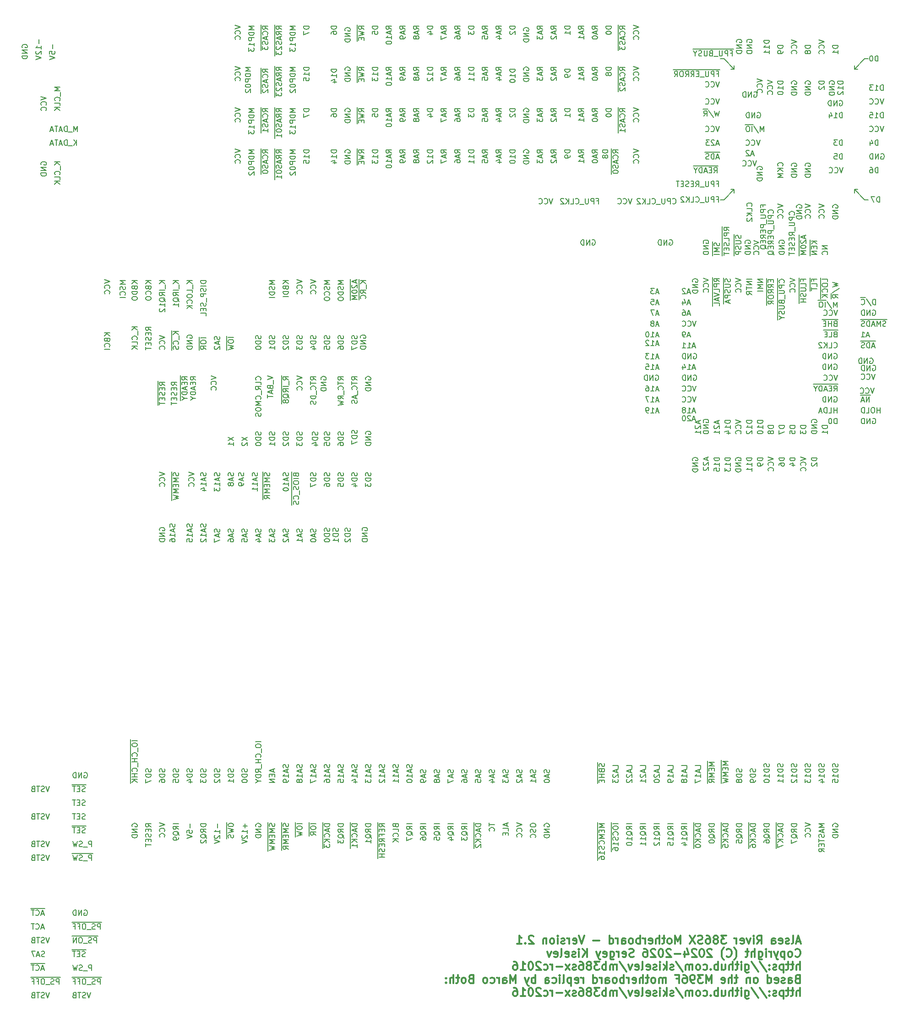
<source format=gbr>
%TF.GenerationSoftware,KiCad,Pcbnew,(6.0.2)*%
%TF.CreationDate,2026-01-28T13:48:29-08:00*%
%TF.ProjectId,AT386SX,41543338-3653-4582-9e6b-696361645f70,2.1*%
%TF.SameCoordinates,Original*%
%TF.FileFunction,Legend,Bot*%
%TF.FilePolarity,Positive*%
%FSLAX46Y46*%
G04 Gerber Fmt 4.6, Leading zero omitted, Abs format (unit mm)*
G04 Created by KiCad (PCBNEW (6.0.2)) date 2026-01-28 13:48:29*
%MOMM*%
%LPD*%
G01*
G04 APERTURE LIST*
%ADD10C,0.150000*%
%ADD11C,0.300000*%
G04 APERTURE END LIST*
D10*
X22360000Y-29366785D02*
X22312380Y-29271547D01*
X22312380Y-29128690D01*
X22360000Y-28985833D01*
X22455238Y-28890595D01*
X22550476Y-28842976D01*
X22740952Y-28795357D01*
X22883809Y-28795357D01*
X23074285Y-28842976D01*
X23169523Y-28890595D01*
X23264761Y-28985833D01*
X23312380Y-29128690D01*
X23312380Y-29223928D01*
X23264761Y-29366785D01*
X23217142Y-29414404D01*
X22883809Y-29414404D01*
X22883809Y-29223928D01*
X23312380Y-29842976D02*
X22312380Y-29842976D01*
X23312380Y-30414404D01*
X22312380Y-30414404D01*
X23312380Y-30890595D02*
X22312380Y-30890595D01*
X22312380Y-31128690D01*
X22360000Y-31271547D01*
X22455238Y-31366785D01*
X22550476Y-31414404D01*
X22740952Y-31462023D01*
X22883809Y-31462023D01*
X23074285Y-31414404D01*
X23169523Y-31366785D01*
X23264761Y-31271547D01*
X23312380Y-31128690D01*
X23312380Y-30890595D01*
X25471428Y-27890595D02*
X25471428Y-28652500D01*
X25852380Y-29652500D02*
X25852380Y-29081071D01*
X25852380Y-29366785D02*
X24852380Y-29366785D01*
X24995238Y-29271547D01*
X25090476Y-29176309D01*
X25138095Y-29081071D01*
X24947619Y-30033452D02*
X24900000Y-30081071D01*
X24852380Y-30176309D01*
X24852380Y-30414404D01*
X24900000Y-30509642D01*
X24947619Y-30557261D01*
X25042857Y-30604880D01*
X25138095Y-30604880D01*
X25280952Y-30557261D01*
X25852380Y-29985833D01*
X25852380Y-30604880D01*
X24852380Y-30890595D02*
X25852380Y-31223928D01*
X24852380Y-31557261D01*
X28011428Y-28842976D02*
X28011428Y-29604880D01*
X27392380Y-30557261D02*
X27392380Y-30081071D01*
X27868571Y-30033452D01*
X27820952Y-30081071D01*
X27773333Y-30176309D01*
X27773333Y-30414404D01*
X27820952Y-30509642D01*
X27868571Y-30557261D01*
X27963809Y-30604880D01*
X28201904Y-30604880D01*
X28297142Y-30557261D01*
X28344761Y-30509642D01*
X28392380Y-30414404D01*
X28392380Y-30176309D01*
X28344761Y-30081071D01*
X28297142Y-30033452D01*
X27392380Y-30890595D02*
X28392380Y-31223928D01*
X27392380Y-31557261D01*
X142015595Y-64905000D02*
X142110833Y-64857380D01*
X142253690Y-64857380D01*
X142396547Y-64905000D01*
X142491785Y-65000238D01*
X142539404Y-65095476D01*
X142587023Y-65285952D01*
X142587023Y-65428809D01*
X142539404Y-65619285D01*
X142491785Y-65714523D01*
X142396547Y-65809761D01*
X142253690Y-65857380D01*
X142158452Y-65857380D01*
X142015595Y-65809761D01*
X141967976Y-65762142D01*
X141967976Y-65428809D01*
X142158452Y-65428809D01*
X141539404Y-65857380D02*
X141539404Y-64857380D01*
X140967976Y-65857380D01*
X140967976Y-64857380D01*
X140491785Y-65857380D02*
X140491785Y-64857380D01*
X140253690Y-64857380D01*
X140110833Y-64905000D01*
X140015595Y-65000238D01*
X139967976Y-65095476D01*
X139920357Y-65285952D01*
X139920357Y-65428809D01*
X139967976Y-65619285D01*
X140015595Y-65714523D01*
X140110833Y-65809761D01*
X140253690Y-65857380D01*
X140491785Y-65857380D01*
X127728095Y-64905000D02*
X127823333Y-64857380D01*
X127966190Y-64857380D01*
X128109047Y-64905000D01*
X128204285Y-65000238D01*
X128251904Y-65095476D01*
X128299523Y-65285952D01*
X128299523Y-65428809D01*
X128251904Y-65619285D01*
X128204285Y-65714523D01*
X128109047Y-65809761D01*
X127966190Y-65857380D01*
X127870952Y-65857380D01*
X127728095Y-65809761D01*
X127680476Y-65762142D01*
X127680476Y-65428809D01*
X127870952Y-65428809D01*
X127251904Y-65857380D02*
X127251904Y-64857380D01*
X126680476Y-65857380D01*
X126680476Y-64857380D01*
X126204285Y-65857380D02*
X126204285Y-64857380D01*
X125966190Y-64857380D01*
X125823333Y-64905000D01*
X125728095Y-65000238D01*
X125680476Y-65095476D01*
X125632857Y-65285952D01*
X125632857Y-65428809D01*
X125680476Y-65619285D01*
X125728095Y-65714523D01*
X125823333Y-65809761D01*
X125966190Y-65857380D01*
X126204285Y-65857380D01*
X135062261Y-57237380D02*
X134728928Y-58237380D01*
X134395595Y-57237380D01*
X133490833Y-58142142D02*
X133538452Y-58189761D01*
X133681309Y-58237380D01*
X133776547Y-58237380D01*
X133919404Y-58189761D01*
X134014642Y-58094523D01*
X134062261Y-57999285D01*
X134109880Y-57808809D01*
X134109880Y-57665952D01*
X134062261Y-57475476D01*
X134014642Y-57380238D01*
X133919404Y-57285000D01*
X133776547Y-57237380D01*
X133681309Y-57237380D01*
X133538452Y-57285000D01*
X133490833Y-57332619D01*
X132490833Y-58142142D02*
X132538452Y-58189761D01*
X132681309Y-58237380D01*
X132776547Y-58237380D01*
X132919404Y-58189761D01*
X133014642Y-58094523D01*
X133062261Y-57999285D01*
X133109880Y-57808809D01*
X133109880Y-57665952D01*
X133062261Y-57475476D01*
X133014642Y-57380238D01*
X132919404Y-57285000D01*
X132776547Y-57237380D01*
X132681309Y-57237380D01*
X132538452Y-57285000D01*
X132490833Y-57332619D01*
X120457261Y-57237380D02*
X120123928Y-58237380D01*
X119790595Y-57237380D01*
X118885833Y-58142142D02*
X118933452Y-58189761D01*
X119076309Y-58237380D01*
X119171547Y-58237380D01*
X119314404Y-58189761D01*
X119409642Y-58094523D01*
X119457261Y-57999285D01*
X119504880Y-57808809D01*
X119504880Y-57665952D01*
X119457261Y-57475476D01*
X119409642Y-57380238D01*
X119314404Y-57285000D01*
X119171547Y-57237380D01*
X119076309Y-57237380D01*
X118933452Y-57285000D01*
X118885833Y-57332619D01*
X117885833Y-58142142D02*
X117933452Y-58189761D01*
X118076309Y-58237380D01*
X118171547Y-58237380D01*
X118314404Y-58189761D01*
X118409642Y-58094523D01*
X118457261Y-57999285D01*
X118504880Y-57808809D01*
X118504880Y-57665952D01*
X118457261Y-57475476D01*
X118409642Y-57380238D01*
X118314404Y-57285000D01*
X118171547Y-57237380D01*
X118076309Y-57237380D01*
X117933452Y-57285000D01*
X117885833Y-57332619D01*
X142602976Y-58142142D02*
X142650595Y-58189761D01*
X142793452Y-58237380D01*
X142888690Y-58237380D01*
X143031547Y-58189761D01*
X143126785Y-58094523D01*
X143174404Y-57999285D01*
X143222023Y-57808809D01*
X143222023Y-57665952D01*
X143174404Y-57475476D01*
X143126785Y-57380238D01*
X143031547Y-57285000D01*
X142888690Y-57237380D01*
X142793452Y-57237380D01*
X142650595Y-57285000D01*
X142602976Y-57332619D01*
X142174404Y-58237380D02*
X142174404Y-57237380D01*
X141793452Y-57237380D01*
X141698214Y-57285000D01*
X141650595Y-57332619D01*
X141602976Y-57427857D01*
X141602976Y-57570714D01*
X141650595Y-57665952D01*
X141698214Y-57713571D01*
X141793452Y-57761190D01*
X142174404Y-57761190D01*
X141174404Y-57237380D02*
X141174404Y-58046904D01*
X141126785Y-58142142D01*
X141079166Y-58189761D01*
X140983928Y-58237380D01*
X140793452Y-58237380D01*
X140698214Y-58189761D01*
X140650595Y-58142142D01*
X140602976Y-58046904D01*
X140602976Y-57237380D01*
X140364880Y-58332619D02*
X139602976Y-58332619D01*
X138793452Y-58142142D02*
X138841071Y-58189761D01*
X138983928Y-58237380D01*
X139079166Y-58237380D01*
X139222023Y-58189761D01*
X139317261Y-58094523D01*
X139364880Y-57999285D01*
X139412500Y-57808809D01*
X139412500Y-57665952D01*
X139364880Y-57475476D01*
X139317261Y-57380238D01*
X139222023Y-57285000D01*
X139079166Y-57237380D01*
X138983928Y-57237380D01*
X138841071Y-57285000D01*
X138793452Y-57332619D01*
X137888690Y-58237380D02*
X138364880Y-58237380D01*
X138364880Y-57237380D01*
X137555357Y-58237380D02*
X137555357Y-57237380D01*
X136983928Y-58237380D02*
X137412500Y-57665952D01*
X136983928Y-57237380D02*
X137555357Y-57808809D01*
X136602976Y-57332619D02*
X136555357Y-57285000D01*
X136460119Y-57237380D01*
X136222023Y-57237380D01*
X136126785Y-57285000D01*
X136079166Y-57332619D01*
X136031547Y-57427857D01*
X136031547Y-57523095D01*
X136079166Y-57665952D01*
X136650595Y-58237380D01*
X136031547Y-58237380D01*
X128553571Y-57713571D02*
X128886904Y-57713571D01*
X128886904Y-58237380D02*
X128886904Y-57237380D01*
X128410714Y-57237380D01*
X128029761Y-58237380D02*
X128029761Y-57237380D01*
X127648809Y-57237380D01*
X127553571Y-57285000D01*
X127505952Y-57332619D01*
X127458333Y-57427857D01*
X127458333Y-57570714D01*
X127505952Y-57665952D01*
X127553571Y-57713571D01*
X127648809Y-57761190D01*
X128029761Y-57761190D01*
X127029761Y-57237380D02*
X127029761Y-58046904D01*
X126982142Y-58142142D01*
X126934523Y-58189761D01*
X126839285Y-58237380D01*
X126648809Y-58237380D01*
X126553571Y-58189761D01*
X126505952Y-58142142D01*
X126458333Y-58046904D01*
X126458333Y-57237380D01*
X126220238Y-58332619D02*
X125458333Y-58332619D01*
X124648809Y-58142142D02*
X124696428Y-58189761D01*
X124839285Y-58237380D01*
X124934523Y-58237380D01*
X125077380Y-58189761D01*
X125172619Y-58094523D01*
X125220238Y-57999285D01*
X125267857Y-57808809D01*
X125267857Y-57665952D01*
X125220238Y-57475476D01*
X125172619Y-57380238D01*
X125077380Y-57285000D01*
X124934523Y-57237380D01*
X124839285Y-57237380D01*
X124696428Y-57285000D01*
X124648809Y-57332619D01*
X123744047Y-58237380D02*
X124220238Y-58237380D01*
X124220238Y-57237380D01*
X123410714Y-58237380D02*
X123410714Y-57237380D01*
X122839285Y-58237380D02*
X123267857Y-57665952D01*
X122839285Y-57237380D02*
X123410714Y-57808809D01*
X122458333Y-57332619D02*
X122410714Y-57285000D01*
X122315476Y-57237380D01*
X122077380Y-57237380D01*
X121982142Y-57285000D01*
X121934523Y-57332619D01*
X121886904Y-57427857D01*
X121886904Y-57523095D01*
X121934523Y-57665952D01*
X122505952Y-58237380D01*
X121886904Y-58237380D01*
X34149047Y-165540000D02*
X33196666Y-165540000D01*
X33958571Y-166774761D02*
X33815714Y-166822380D01*
X33577619Y-166822380D01*
X33482380Y-166774761D01*
X33434761Y-166727142D01*
X33387142Y-166631904D01*
X33387142Y-166536666D01*
X33434761Y-166441428D01*
X33482380Y-166393809D01*
X33577619Y-166346190D01*
X33768095Y-166298571D01*
X33863333Y-166250952D01*
X33910952Y-166203333D01*
X33958571Y-166108095D01*
X33958571Y-166012857D01*
X33910952Y-165917619D01*
X33863333Y-165870000D01*
X33768095Y-165822380D01*
X33530000Y-165822380D01*
X33387142Y-165870000D01*
X33196666Y-165540000D02*
X32291904Y-165540000D01*
X32958571Y-166298571D02*
X32625238Y-166298571D01*
X32482380Y-166822380D02*
X32958571Y-166822380D01*
X32958571Y-165822380D01*
X32482380Y-165822380D01*
X32291904Y-165540000D02*
X31530000Y-165540000D01*
X32196666Y-165822380D02*
X31625238Y-165822380D01*
X31910952Y-166822380D02*
X31910952Y-165822380D01*
X33958571Y-169314761D02*
X33815714Y-169362380D01*
X33577619Y-169362380D01*
X33482380Y-169314761D01*
X33434761Y-169267142D01*
X33387142Y-169171904D01*
X33387142Y-169076666D01*
X33434761Y-168981428D01*
X33482380Y-168933809D01*
X33577619Y-168886190D01*
X33768095Y-168838571D01*
X33863333Y-168790952D01*
X33910952Y-168743333D01*
X33958571Y-168648095D01*
X33958571Y-168552857D01*
X33910952Y-168457619D01*
X33863333Y-168410000D01*
X33768095Y-168362380D01*
X33530000Y-168362380D01*
X33387142Y-168410000D01*
X32958571Y-168838571D02*
X32625238Y-168838571D01*
X32482380Y-169362380D02*
X32958571Y-169362380D01*
X32958571Y-168362380D01*
X32482380Y-168362380D01*
X32196666Y-168362380D02*
X31625238Y-168362380D01*
X31910952Y-169362380D02*
X31910952Y-168362380D01*
X33958571Y-171854761D02*
X33815714Y-171902380D01*
X33577619Y-171902380D01*
X33482380Y-171854761D01*
X33434761Y-171807142D01*
X33387142Y-171711904D01*
X33387142Y-171616666D01*
X33434761Y-171521428D01*
X33482380Y-171473809D01*
X33577619Y-171426190D01*
X33768095Y-171378571D01*
X33863333Y-171330952D01*
X33910952Y-171283333D01*
X33958571Y-171188095D01*
X33958571Y-171092857D01*
X33910952Y-170997619D01*
X33863333Y-170950000D01*
X33768095Y-170902380D01*
X33530000Y-170902380D01*
X33387142Y-170950000D01*
X32958571Y-171378571D02*
X32625238Y-171378571D01*
X32482380Y-171902380D02*
X32958571Y-171902380D01*
X32958571Y-170902380D01*
X32482380Y-170902380D01*
X32196666Y-170902380D02*
X31625238Y-170902380D01*
X31910952Y-171902380D02*
X31910952Y-170902380D01*
X34149047Y-173160000D02*
X33196666Y-173160000D01*
X33958571Y-174394761D02*
X33815714Y-174442380D01*
X33577619Y-174442380D01*
X33482380Y-174394761D01*
X33434761Y-174347142D01*
X33387142Y-174251904D01*
X33387142Y-174156666D01*
X33434761Y-174061428D01*
X33482380Y-174013809D01*
X33577619Y-173966190D01*
X33768095Y-173918571D01*
X33863333Y-173870952D01*
X33910952Y-173823333D01*
X33958571Y-173728095D01*
X33958571Y-173632857D01*
X33910952Y-173537619D01*
X33863333Y-173490000D01*
X33768095Y-173442380D01*
X33530000Y-173442380D01*
X33387142Y-173490000D01*
X33196666Y-173160000D02*
X32291904Y-173160000D01*
X32958571Y-173918571D02*
X32625238Y-173918571D01*
X32482380Y-174442380D02*
X32958571Y-174442380D01*
X32958571Y-173442380D01*
X32482380Y-173442380D01*
X32291904Y-173160000D02*
X31530000Y-173160000D01*
X32196666Y-173442380D02*
X31625238Y-173442380D01*
X31910952Y-174442380D02*
X31910952Y-173442380D01*
X35149047Y-176982380D02*
X35149047Y-175982380D01*
X34768095Y-175982380D01*
X34672857Y-176030000D01*
X34625238Y-176077619D01*
X34577619Y-176172857D01*
X34577619Y-176315714D01*
X34625238Y-176410952D01*
X34672857Y-176458571D01*
X34768095Y-176506190D01*
X35149047Y-176506190D01*
X34387142Y-177077619D02*
X33625238Y-177077619D01*
X33434761Y-176934761D02*
X33291904Y-176982380D01*
X33053809Y-176982380D01*
X32958571Y-176934761D01*
X32910952Y-176887142D01*
X32863333Y-176791904D01*
X32863333Y-176696666D01*
X32910952Y-176601428D01*
X32958571Y-176553809D01*
X33053809Y-176506190D01*
X33244285Y-176458571D01*
X33339523Y-176410952D01*
X33387142Y-176363333D01*
X33434761Y-176268095D01*
X33434761Y-176172857D01*
X33387142Y-176077619D01*
X33339523Y-176030000D01*
X33244285Y-175982380D01*
X33006190Y-175982380D01*
X32863333Y-176030000D01*
X32530000Y-175982380D02*
X32291904Y-176982380D01*
X32101428Y-176268095D01*
X31910952Y-176982380D01*
X31672857Y-175982380D01*
X35387142Y-178240000D02*
X34387142Y-178240000D01*
X35149047Y-179522380D02*
X35149047Y-178522380D01*
X34768095Y-178522380D01*
X34672857Y-178570000D01*
X34625238Y-178617619D01*
X34577619Y-178712857D01*
X34577619Y-178855714D01*
X34625238Y-178950952D01*
X34672857Y-178998571D01*
X34768095Y-179046190D01*
X35149047Y-179046190D01*
X34387142Y-178240000D02*
X33625238Y-178240000D01*
X34387142Y-179617619D02*
X33625238Y-179617619D01*
X33625238Y-178240000D02*
X32672857Y-178240000D01*
X33434761Y-179474761D02*
X33291904Y-179522380D01*
X33053809Y-179522380D01*
X32958571Y-179474761D01*
X32910952Y-179427142D01*
X32863333Y-179331904D01*
X32863333Y-179236666D01*
X32910952Y-179141428D01*
X32958571Y-179093809D01*
X33053809Y-179046190D01*
X33244285Y-178998571D01*
X33339523Y-178950952D01*
X33387142Y-178903333D01*
X33434761Y-178808095D01*
X33434761Y-178712857D01*
X33387142Y-178617619D01*
X33339523Y-178570000D01*
X33244285Y-178522380D01*
X33006190Y-178522380D01*
X32863333Y-178570000D01*
X32672857Y-178240000D02*
X31530000Y-178240000D01*
X32530000Y-178522380D02*
X32291904Y-179522380D01*
X32101428Y-178808095D01*
X31910952Y-179522380D01*
X31672857Y-178522380D01*
X35149047Y-199842380D02*
X35149047Y-198842380D01*
X34768095Y-198842380D01*
X34672857Y-198890000D01*
X34625238Y-198937619D01*
X34577619Y-199032857D01*
X34577619Y-199175714D01*
X34625238Y-199270952D01*
X34672857Y-199318571D01*
X34768095Y-199366190D01*
X35149047Y-199366190D01*
X34387142Y-199937619D02*
X33625238Y-199937619D01*
X33434761Y-199794761D02*
X33291904Y-199842380D01*
X33053809Y-199842380D01*
X32958571Y-199794761D01*
X32910952Y-199747142D01*
X32863333Y-199651904D01*
X32863333Y-199556666D01*
X32910952Y-199461428D01*
X32958571Y-199413809D01*
X33053809Y-199366190D01*
X33244285Y-199318571D01*
X33339523Y-199270952D01*
X33387142Y-199223333D01*
X33434761Y-199128095D01*
X33434761Y-199032857D01*
X33387142Y-198937619D01*
X33339523Y-198890000D01*
X33244285Y-198842380D01*
X33006190Y-198842380D01*
X32863333Y-198890000D01*
X32530000Y-198842380D02*
X32291904Y-199842380D01*
X32101428Y-199128095D01*
X31910952Y-199842380D01*
X31672857Y-198842380D01*
X34149047Y-196020000D02*
X33196666Y-196020000D01*
X33958571Y-197254761D02*
X33815714Y-197302380D01*
X33577619Y-197302380D01*
X33482380Y-197254761D01*
X33434761Y-197207142D01*
X33387142Y-197111904D01*
X33387142Y-197016666D01*
X33434761Y-196921428D01*
X33482380Y-196873809D01*
X33577619Y-196826190D01*
X33768095Y-196778571D01*
X33863333Y-196730952D01*
X33910952Y-196683333D01*
X33958571Y-196588095D01*
X33958571Y-196492857D01*
X33910952Y-196397619D01*
X33863333Y-196350000D01*
X33768095Y-196302380D01*
X33530000Y-196302380D01*
X33387142Y-196350000D01*
X33196666Y-196020000D02*
X32291904Y-196020000D01*
X32958571Y-196778571D02*
X32625238Y-196778571D01*
X32482380Y-197302380D02*
X32958571Y-197302380D01*
X32958571Y-196302380D01*
X32482380Y-196302380D01*
X32291904Y-196020000D02*
X31530000Y-196020000D01*
X32196666Y-196302380D02*
X31625238Y-196302380D01*
X31910952Y-197302380D02*
X31910952Y-196302380D01*
X26529047Y-198560000D02*
X25671904Y-198560000D01*
X26338571Y-199556666D02*
X25862380Y-199556666D01*
X26433809Y-199842380D02*
X26100476Y-198842380D01*
X25767142Y-199842380D01*
X25671904Y-198560000D02*
X24671904Y-198560000D01*
X24862380Y-199747142D02*
X24910000Y-199794761D01*
X25052857Y-199842380D01*
X25148095Y-199842380D01*
X25290952Y-199794761D01*
X25386190Y-199699523D01*
X25433809Y-199604285D01*
X25481428Y-199413809D01*
X25481428Y-199270952D01*
X25433809Y-199080476D01*
X25386190Y-198985238D01*
X25290952Y-198890000D01*
X25148095Y-198842380D01*
X25052857Y-198842380D01*
X24910000Y-198890000D01*
X24862380Y-198937619D01*
X24671904Y-198560000D02*
X23910000Y-198560000D01*
X24576666Y-198842380D02*
X24005238Y-198842380D01*
X24290952Y-199842380D02*
X24290952Y-198842380D01*
X26338571Y-191936666D02*
X25862380Y-191936666D01*
X26433809Y-192222380D02*
X26100476Y-191222380D01*
X25767142Y-192222380D01*
X24862380Y-192127142D02*
X24910000Y-192174761D01*
X25052857Y-192222380D01*
X25148095Y-192222380D01*
X25290952Y-192174761D01*
X25386190Y-192079523D01*
X25433809Y-191984285D01*
X25481428Y-191793809D01*
X25481428Y-191650952D01*
X25433809Y-191460476D01*
X25386190Y-191365238D01*
X25290952Y-191270000D01*
X25148095Y-191222380D01*
X25052857Y-191222380D01*
X24910000Y-191270000D01*
X24862380Y-191317619D01*
X24576666Y-191222380D02*
X24005238Y-191222380D01*
X24290952Y-192222380D02*
X24290952Y-191222380D01*
X26529047Y-188400000D02*
X25671904Y-188400000D01*
X26338571Y-189396666D02*
X25862380Y-189396666D01*
X26433809Y-189682380D02*
X26100476Y-188682380D01*
X25767142Y-189682380D01*
X25671904Y-188400000D02*
X24671904Y-188400000D01*
X24862380Y-189587142D02*
X24910000Y-189634761D01*
X25052857Y-189682380D01*
X25148095Y-189682380D01*
X25290952Y-189634761D01*
X25386190Y-189539523D01*
X25433809Y-189444285D01*
X25481428Y-189253809D01*
X25481428Y-189110952D01*
X25433809Y-188920476D01*
X25386190Y-188825238D01*
X25290952Y-188730000D01*
X25148095Y-188682380D01*
X25052857Y-188682380D01*
X24910000Y-188730000D01*
X24862380Y-188777619D01*
X24671904Y-188400000D02*
X23910000Y-188400000D01*
X24576666Y-188682380D02*
X24005238Y-188682380D01*
X24290952Y-189682380D02*
X24290952Y-188682380D01*
X26481428Y-197254761D02*
X26338571Y-197302380D01*
X26100476Y-197302380D01*
X26005238Y-197254761D01*
X25957619Y-197207142D01*
X25910000Y-197111904D01*
X25910000Y-197016666D01*
X25957619Y-196921428D01*
X26005238Y-196873809D01*
X26100476Y-196826190D01*
X26290952Y-196778571D01*
X26386190Y-196730952D01*
X26433809Y-196683333D01*
X26481428Y-196588095D01*
X26481428Y-196492857D01*
X26433809Y-196397619D01*
X26386190Y-196350000D01*
X26290952Y-196302380D01*
X26052857Y-196302380D01*
X25910000Y-196350000D01*
X25529047Y-197016666D02*
X25052857Y-197016666D01*
X25624285Y-197302380D02*
X25290952Y-196302380D01*
X24957619Y-197302380D01*
X24719523Y-196302380D02*
X24052857Y-196302380D01*
X24481428Y-197302380D01*
X27386190Y-193762380D02*
X27052857Y-194762380D01*
X26719523Y-193762380D01*
X26433809Y-194714761D02*
X26290952Y-194762380D01*
X26052857Y-194762380D01*
X25957619Y-194714761D01*
X25910000Y-194667142D01*
X25862380Y-194571904D01*
X25862380Y-194476666D01*
X25910000Y-194381428D01*
X25957619Y-194333809D01*
X26052857Y-194286190D01*
X26243333Y-194238571D01*
X26338571Y-194190952D01*
X26386190Y-194143333D01*
X26433809Y-194048095D01*
X26433809Y-193952857D01*
X26386190Y-193857619D01*
X26338571Y-193810000D01*
X26243333Y-193762380D01*
X26005238Y-193762380D01*
X25862380Y-193810000D01*
X25576666Y-193762380D02*
X25005238Y-193762380D01*
X25290952Y-194762380D02*
X25290952Y-193762380D01*
X24338571Y-194238571D02*
X24195714Y-194286190D01*
X24148095Y-194333809D01*
X24100476Y-194429047D01*
X24100476Y-194571904D01*
X24148095Y-194667142D01*
X24195714Y-194714761D01*
X24290952Y-194762380D01*
X24671904Y-194762380D01*
X24671904Y-193762380D01*
X24338571Y-193762380D01*
X24243333Y-193810000D01*
X24195714Y-193857619D01*
X24148095Y-193952857D01*
X24148095Y-194048095D01*
X24195714Y-194143333D01*
X24243333Y-194190952D01*
X24338571Y-194238571D01*
X24671904Y-194238571D01*
X33815714Y-188730000D02*
X33910952Y-188682380D01*
X34053809Y-188682380D01*
X34196666Y-188730000D01*
X34291904Y-188825238D01*
X34339523Y-188920476D01*
X34387142Y-189110952D01*
X34387142Y-189253809D01*
X34339523Y-189444285D01*
X34291904Y-189539523D01*
X34196666Y-189634761D01*
X34053809Y-189682380D01*
X33958571Y-189682380D01*
X33815714Y-189634761D01*
X33768095Y-189587142D01*
X33768095Y-189253809D01*
X33958571Y-189253809D01*
X33339523Y-189682380D02*
X33339523Y-188682380D01*
X32768095Y-189682380D01*
X32768095Y-188682380D01*
X32291904Y-189682380D02*
X32291904Y-188682380D01*
X32053809Y-188682380D01*
X31910952Y-188730000D01*
X31815714Y-188825238D01*
X31768095Y-188920476D01*
X31720476Y-189110952D01*
X31720476Y-189253809D01*
X31768095Y-189444285D01*
X31815714Y-189539523D01*
X31910952Y-189634761D01*
X32053809Y-189682380D01*
X32291904Y-189682380D01*
X33815714Y-163330000D02*
X33910952Y-163282380D01*
X34053809Y-163282380D01*
X34196666Y-163330000D01*
X34291904Y-163425238D01*
X34339523Y-163520476D01*
X34387142Y-163710952D01*
X34387142Y-163853809D01*
X34339523Y-164044285D01*
X34291904Y-164139523D01*
X34196666Y-164234761D01*
X34053809Y-164282380D01*
X33958571Y-164282380D01*
X33815714Y-164234761D01*
X33768095Y-164187142D01*
X33768095Y-163853809D01*
X33958571Y-163853809D01*
X33339523Y-164282380D02*
X33339523Y-163282380D01*
X32768095Y-164282380D01*
X32768095Y-163282380D01*
X32291904Y-164282380D02*
X32291904Y-163282380D01*
X32053809Y-163282380D01*
X31910952Y-163330000D01*
X31815714Y-163425238D01*
X31768095Y-163520476D01*
X31720476Y-163710952D01*
X31720476Y-163853809D01*
X31768095Y-164044285D01*
X31815714Y-164139523D01*
X31910952Y-164234761D01*
X32053809Y-164282380D01*
X32291904Y-164282380D01*
X27386190Y-165822380D02*
X27052857Y-166822380D01*
X26719523Y-165822380D01*
X26433809Y-166774761D02*
X26290952Y-166822380D01*
X26052857Y-166822380D01*
X25957619Y-166774761D01*
X25910000Y-166727142D01*
X25862380Y-166631904D01*
X25862380Y-166536666D01*
X25910000Y-166441428D01*
X25957619Y-166393809D01*
X26052857Y-166346190D01*
X26243333Y-166298571D01*
X26338571Y-166250952D01*
X26386190Y-166203333D01*
X26433809Y-166108095D01*
X26433809Y-166012857D01*
X26386190Y-165917619D01*
X26338571Y-165870000D01*
X26243333Y-165822380D01*
X26005238Y-165822380D01*
X25862380Y-165870000D01*
X25576666Y-165822380D02*
X25005238Y-165822380D01*
X25290952Y-166822380D02*
X25290952Y-165822380D01*
X24338571Y-166298571D02*
X24195714Y-166346190D01*
X24148095Y-166393809D01*
X24100476Y-166489047D01*
X24100476Y-166631904D01*
X24148095Y-166727142D01*
X24195714Y-166774761D01*
X24290952Y-166822380D01*
X24671904Y-166822380D01*
X24671904Y-165822380D01*
X24338571Y-165822380D01*
X24243333Y-165870000D01*
X24195714Y-165917619D01*
X24148095Y-166012857D01*
X24148095Y-166108095D01*
X24195714Y-166203333D01*
X24243333Y-166250952D01*
X24338571Y-166298571D01*
X24671904Y-166298571D01*
X27386190Y-170902380D02*
X27052857Y-171902380D01*
X26719523Y-170902380D01*
X26433809Y-171854761D02*
X26290952Y-171902380D01*
X26052857Y-171902380D01*
X25957619Y-171854761D01*
X25910000Y-171807142D01*
X25862380Y-171711904D01*
X25862380Y-171616666D01*
X25910000Y-171521428D01*
X25957619Y-171473809D01*
X26052857Y-171426190D01*
X26243333Y-171378571D01*
X26338571Y-171330952D01*
X26386190Y-171283333D01*
X26433809Y-171188095D01*
X26433809Y-171092857D01*
X26386190Y-170997619D01*
X26338571Y-170950000D01*
X26243333Y-170902380D01*
X26005238Y-170902380D01*
X25862380Y-170950000D01*
X25576666Y-170902380D02*
X25005238Y-170902380D01*
X25290952Y-171902380D02*
X25290952Y-170902380D01*
X24338571Y-171378571D02*
X24195714Y-171426190D01*
X24148095Y-171473809D01*
X24100476Y-171569047D01*
X24100476Y-171711904D01*
X24148095Y-171807142D01*
X24195714Y-171854761D01*
X24290952Y-171902380D01*
X24671904Y-171902380D01*
X24671904Y-170902380D01*
X24338571Y-170902380D01*
X24243333Y-170950000D01*
X24195714Y-170997619D01*
X24148095Y-171092857D01*
X24148095Y-171188095D01*
X24195714Y-171283333D01*
X24243333Y-171330952D01*
X24338571Y-171378571D01*
X24671904Y-171378571D01*
X27386190Y-175982380D02*
X27052857Y-176982380D01*
X26719523Y-175982380D01*
X26433809Y-176934761D02*
X26290952Y-176982380D01*
X26052857Y-176982380D01*
X25957619Y-176934761D01*
X25910000Y-176887142D01*
X25862380Y-176791904D01*
X25862380Y-176696666D01*
X25910000Y-176601428D01*
X25957619Y-176553809D01*
X26052857Y-176506190D01*
X26243333Y-176458571D01*
X26338571Y-176410952D01*
X26386190Y-176363333D01*
X26433809Y-176268095D01*
X26433809Y-176172857D01*
X26386190Y-176077619D01*
X26338571Y-176030000D01*
X26243333Y-175982380D01*
X26005238Y-175982380D01*
X25862380Y-176030000D01*
X25576666Y-175982380D02*
X25005238Y-175982380D01*
X25290952Y-176982380D02*
X25290952Y-175982380D01*
X24338571Y-176458571D02*
X24195714Y-176506190D01*
X24148095Y-176553809D01*
X24100476Y-176649047D01*
X24100476Y-176791904D01*
X24148095Y-176887142D01*
X24195714Y-176934761D01*
X24290952Y-176982380D01*
X24671904Y-176982380D01*
X24671904Y-175982380D01*
X24338571Y-175982380D01*
X24243333Y-176030000D01*
X24195714Y-176077619D01*
X24148095Y-176172857D01*
X24148095Y-176268095D01*
X24195714Y-176363333D01*
X24243333Y-176410952D01*
X24338571Y-176458571D01*
X24671904Y-176458571D01*
X27386190Y-178522380D02*
X27052857Y-179522380D01*
X26719523Y-178522380D01*
X26433809Y-179474761D02*
X26290952Y-179522380D01*
X26052857Y-179522380D01*
X25957619Y-179474761D01*
X25910000Y-179427142D01*
X25862380Y-179331904D01*
X25862380Y-179236666D01*
X25910000Y-179141428D01*
X25957619Y-179093809D01*
X26052857Y-179046190D01*
X26243333Y-178998571D01*
X26338571Y-178950952D01*
X26386190Y-178903333D01*
X26433809Y-178808095D01*
X26433809Y-178712857D01*
X26386190Y-178617619D01*
X26338571Y-178570000D01*
X26243333Y-178522380D01*
X26005238Y-178522380D01*
X25862380Y-178570000D01*
X25576666Y-178522380D02*
X25005238Y-178522380D01*
X25290952Y-179522380D02*
X25290952Y-178522380D01*
X24338571Y-178998571D02*
X24195714Y-179046190D01*
X24148095Y-179093809D01*
X24100476Y-179189047D01*
X24100476Y-179331904D01*
X24148095Y-179427142D01*
X24195714Y-179474761D01*
X24290952Y-179522380D01*
X24671904Y-179522380D01*
X24671904Y-178522380D01*
X24338571Y-178522380D01*
X24243333Y-178570000D01*
X24195714Y-178617619D01*
X24148095Y-178712857D01*
X24148095Y-178808095D01*
X24195714Y-178903333D01*
X24243333Y-178950952D01*
X24338571Y-178998571D01*
X24671904Y-178998571D01*
X29386190Y-201100000D02*
X28386190Y-201100000D01*
X29148095Y-202382380D02*
X29148095Y-201382380D01*
X28767142Y-201382380D01*
X28671904Y-201430000D01*
X28624285Y-201477619D01*
X28576666Y-201572857D01*
X28576666Y-201715714D01*
X28624285Y-201810952D01*
X28671904Y-201858571D01*
X28767142Y-201906190D01*
X29148095Y-201906190D01*
X28386190Y-201100000D02*
X27433809Y-201100000D01*
X28195714Y-202334761D02*
X28052857Y-202382380D01*
X27814761Y-202382380D01*
X27719523Y-202334761D01*
X27671904Y-202287142D01*
X27624285Y-202191904D01*
X27624285Y-202096666D01*
X27671904Y-202001428D01*
X27719523Y-201953809D01*
X27814761Y-201906190D01*
X28005238Y-201858571D01*
X28100476Y-201810952D01*
X28148095Y-201763333D01*
X28195714Y-201668095D01*
X28195714Y-201572857D01*
X28148095Y-201477619D01*
X28100476Y-201430000D01*
X28005238Y-201382380D01*
X27767142Y-201382380D01*
X27624285Y-201430000D01*
X27433809Y-201100000D02*
X26671904Y-201100000D01*
X27433809Y-202477619D02*
X26671904Y-202477619D01*
X26671904Y-201100000D02*
X25624285Y-201100000D01*
X26243333Y-201382380D02*
X26052857Y-201382380D01*
X25957619Y-201430000D01*
X25862380Y-201525238D01*
X25814761Y-201715714D01*
X25814761Y-202049047D01*
X25862380Y-202239523D01*
X25957619Y-202334761D01*
X26052857Y-202382380D01*
X26243333Y-202382380D01*
X26338571Y-202334761D01*
X26433809Y-202239523D01*
X26481428Y-202049047D01*
X26481428Y-201715714D01*
X26433809Y-201525238D01*
X26338571Y-201430000D01*
X26243333Y-201382380D01*
X25624285Y-201100000D02*
X24767142Y-201100000D01*
X25052857Y-201858571D02*
X25386190Y-201858571D01*
X25386190Y-202382380D02*
X25386190Y-201382380D01*
X24910000Y-201382380D01*
X24767142Y-201100000D02*
X23910000Y-201100000D01*
X24195714Y-201858571D02*
X24529047Y-201858571D01*
X24529047Y-202382380D02*
X24529047Y-201382380D01*
X24052857Y-201382380D01*
X27386190Y-203922380D02*
X27052857Y-204922380D01*
X26719523Y-203922380D01*
X26433809Y-204874761D02*
X26290952Y-204922380D01*
X26052857Y-204922380D01*
X25957619Y-204874761D01*
X25910000Y-204827142D01*
X25862380Y-204731904D01*
X25862380Y-204636666D01*
X25910000Y-204541428D01*
X25957619Y-204493809D01*
X26052857Y-204446190D01*
X26243333Y-204398571D01*
X26338571Y-204350952D01*
X26386190Y-204303333D01*
X26433809Y-204208095D01*
X26433809Y-204112857D01*
X26386190Y-204017619D01*
X26338571Y-203970000D01*
X26243333Y-203922380D01*
X26005238Y-203922380D01*
X25862380Y-203970000D01*
X25576666Y-203922380D02*
X25005238Y-203922380D01*
X25290952Y-204922380D02*
X25290952Y-203922380D01*
X24338571Y-204398571D02*
X24195714Y-204446190D01*
X24148095Y-204493809D01*
X24100476Y-204589047D01*
X24100476Y-204731904D01*
X24148095Y-204827142D01*
X24195714Y-204874761D01*
X24290952Y-204922380D01*
X24671904Y-204922380D01*
X24671904Y-203922380D01*
X24338571Y-203922380D01*
X24243333Y-203970000D01*
X24195714Y-204017619D01*
X24148095Y-204112857D01*
X24148095Y-204208095D01*
X24195714Y-204303333D01*
X24243333Y-204350952D01*
X24338571Y-204398571D01*
X24671904Y-204398571D01*
X35006190Y-203922380D02*
X34672857Y-204922380D01*
X34339523Y-203922380D01*
X34053809Y-204874761D02*
X33910952Y-204922380D01*
X33672857Y-204922380D01*
X33577619Y-204874761D01*
X33530000Y-204827142D01*
X33482380Y-204731904D01*
X33482380Y-204636666D01*
X33530000Y-204541428D01*
X33577619Y-204493809D01*
X33672857Y-204446190D01*
X33863333Y-204398571D01*
X33958571Y-204350952D01*
X34006190Y-204303333D01*
X34053809Y-204208095D01*
X34053809Y-204112857D01*
X34006190Y-204017619D01*
X33958571Y-203970000D01*
X33863333Y-203922380D01*
X33625238Y-203922380D01*
X33482380Y-203970000D01*
X33196666Y-203922380D02*
X32625238Y-203922380D01*
X32910952Y-204922380D02*
X32910952Y-203922380D01*
X31958571Y-204398571D02*
X31815714Y-204446190D01*
X31768095Y-204493809D01*
X31720476Y-204589047D01*
X31720476Y-204731904D01*
X31768095Y-204827142D01*
X31815714Y-204874761D01*
X31910952Y-204922380D01*
X32291904Y-204922380D01*
X32291904Y-203922380D01*
X31958571Y-203922380D01*
X31863333Y-203970000D01*
X31815714Y-204017619D01*
X31768095Y-204112857D01*
X31768095Y-204208095D01*
X31815714Y-204303333D01*
X31863333Y-204350952D01*
X31958571Y-204398571D01*
X32291904Y-204398571D01*
X37006190Y-201100000D02*
X36006190Y-201100000D01*
X36768095Y-202382380D02*
X36768095Y-201382380D01*
X36387142Y-201382380D01*
X36291904Y-201430000D01*
X36244285Y-201477619D01*
X36196666Y-201572857D01*
X36196666Y-201715714D01*
X36244285Y-201810952D01*
X36291904Y-201858571D01*
X36387142Y-201906190D01*
X36768095Y-201906190D01*
X36006190Y-201100000D02*
X35053809Y-201100000D01*
X35815714Y-202334761D02*
X35672857Y-202382380D01*
X35434761Y-202382380D01*
X35339523Y-202334761D01*
X35291904Y-202287142D01*
X35244285Y-202191904D01*
X35244285Y-202096666D01*
X35291904Y-202001428D01*
X35339523Y-201953809D01*
X35434761Y-201906190D01*
X35625238Y-201858571D01*
X35720476Y-201810952D01*
X35768095Y-201763333D01*
X35815714Y-201668095D01*
X35815714Y-201572857D01*
X35768095Y-201477619D01*
X35720476Y-201430000D01*
X35625238Y-201382380D01*
X35387142Y-201382380D01*
X35244285Y-201430000D01*
X35053809Y-201100000D02*
X34291904Y-201100000D01*
X35053809Y-202477619D02*
X34291904Y-202477619D01*
X34291904Y-201100000D02*
X33244285Y-201100000D01*
X33863333Y-201382380D02*
X33672857Y-201382380D01*
X33577619Y-201430000D01*
X33482380Y-201525238D01*
X33434761Y-201715714D01*
X33434761Y-202049047D01*
X33482380Y-202239523D01*
X33577619Y-202334761D01*
X33672857Y-202382380D01*
X33863333Y-202382380D01*
X33958571Y-202334761D01*
X34053809Y-202239523D01*
X34101428Y-202049047D01*
X34101428Y-201715714D01*
X34053809Y-201525238D01*
X33958571Y-201430000D01*
X33863333Y-201382380D01*
X33244285Y-201100000D02*
X32387142Y-201100000D01*
X32672857Y-201858571D02*
X33006190Y-201858571D01*
X33006190Y-202382380D02*
X33006190Y-201382380D01*
X32530000Y-201382380D01*
X32387142Y-201100000D02*
X31530000Y-201100000D01*
X31815714Y-201858571D02*
X32149047Y-201858571D01*
X32149047Y-202382380D02*
X32149047Y-201382380D01*
X31672857Y-201382380D01*
X36339523Y-193480000D02*
X35339523Y-193480000D01*
X36101428Y-194762380D02*
X36101428Y-193762380D01*
X35720476Y-193762380D01*
X35625238Y-193810000D01*
X35577619Y-193857619D01*
X35530000Y-193952857D01*
X35530000Y-194095714D01*
X35577619Y-194190952D01*
X35625238Y-194238571D01*
X35720476Y-194286190D01*
X36101428Y-194286190D01*
X35339523Y-193480000D02*
X34387142Y-193480000D01*
X35149047Y-194714761D02*
X35006190Y-194762380D01*
X34768095Y-194762380D01*
X34672857Y-194714761D01*
X34625238Y-194667142D01*
X34577619Y-194571904D01*
X34577619Y-194476666D01*
X34625238Y-194381428D01*
X34672857Y-194333809D01*
X34768095Y-194286190D01*
X34958571Y-194238571D01*
X35053809Y-194190952D01*
X35101428Y-194143333D01*
X35149047Y-194048095D01*
X35149047Y-193952857D01*
X35101428Y-193857619D01*
X35053809Y-193810000D01*
X34958571Y-193762380D01*
X34720476Y-193762380D01*
X34577619Y-193810000D01*
X34387142Y-193480000D02*
X33625238Y-193480000D01*
X34387142Y-194857619D02*
X33625238Y-194857619D01*
X33625238Y-193480000D02*
X32577619Y-193480000D01*
X33196666Y-193762380D02*
X33006190Y-193762380D01*
X32910952Y-193810000D01*
X32815714Y-193905238D01*
X32768095Y-194095714D01*
X32768095Y-194429047D01*
X32815714Y-194619523D01*
X32910952Y-194714761D01*
X33006190Y-194762380D01*
X33196666Y-194762380D01*
X33291904Y-194714761D01*
X33387142Y-194619523D01*
X33434761Y-194429047D01*
X33434761Y-194095714D01*
X33387142Y-193905238D01*
X33291904Y-193810000D01*
X33196666Y-193762380D01*
X32577619Y-193480000D02*
X31530000Y-193480000D01*
X32339523Y-194762380D02*
X32339523Y-193762380D01*
X31768095Y-194762380D01*
X31768095Y-193762380D01*
X37006190Y-190940000D02*
X36006190Y-190940000D01*
X36768095Y-192222380D02*
X36768095Y-191222380D01*
X36387142Y-191222380D01*
X36291904Y-191270000D01*
X36244285Y-191317619D01*
X36196666Y-191412857D01*
X36196666Y-191555714D01*
X36244285Y-191650952D01*
X36291904Y-191698571D01*
X36387142Y-191746190D01*
X36768095Y-191746190D01*
X36006190Y-190940000D02*
X35053809Y-190940000D01*
X35815714Y-192174761D02*
X35672857Y-192222380D01*
X35434761Y-192222380D01*
X35339523Y-192174761D01*
X35291904Y-192127142D01*
X35244285Y-192031904D01*
X35244285Y-191936666D01*
X35291904Y-191841428D01*
X35339523Y-191793809D01*
X35434761Y-191746190D01*
X35625238Y-191698571D01*
X35720476Y-191650952D01*
X35768095Y-191603333D01*
X35815714Y-191508095D01*
X35815714Y-191412857D01*
X35768095Y-191317619D01*
X35720476Y-191270000D01*
X35625238Y-191222380D01*
X35387142Y-191222380D01*
X35244285Y-191270000D01*
X35053809Y-190940000D02*
X34291904Y-190940000D01*
X35053809Y-192317619D02*
X34291904Y-192317619D01*
X34291904Y-190940000D02*
X33244285Y-190940000D01*
X33863333Y-191222380D02*
X33672857Y-191222380D01*
X33577619Y-191270000D01*
X33482380Y-191365238D01*
X33434761Y-191555714D01*
X33434761Y-191889047D01*
X33482380Y-192079523D01*
X33577619Y-192174761D01*
X33672857Y-192222380D01*
X33863333Y-192222380D01*
X33958571Y-192174761D01*
X34053809Y-192079523D01*
X34101428Y-191889047D01*
X34101428Y-191555714D01*
X34053809Y-191365238D01*
X33958571Y-191270000D01*
X33863333Y-191222380D01*
X33244285Y-190940000D02*
X32387142Y-190940000D01*
X32672857Y-191698571D02*
X33006190Y-191698571D01*
X33006190Y-192222380D02*
X33006190Y-191222380D01*
X32530000Y-191222380D01*
X32387142Y-190940000D02*
X31530000Y-190940000D01*
X31815714Y-191698571D02*
X32149047Y-191698571D01*
X32149047Y-192222380D02*
X32149047Y-191222380D01*
X31672857Y-191222380D01*
X173124761Y-161653333D02*
X173172380Y-161796190D01*
X173172380Y-162034285D01*
X173124761Y-162129523D01*
X173077142Y-162177142D01*
X172981904Y-162224761D01*
X172886666Y-162224761D01*
X172791428Y-162177142D01*
X172743809Y-162129523D01*
X172696190Y-162034285D01*
X172648571Y-161843809D01*
X172600952Y-161748571D01*
X172553333Y-161700952D01*
X172458095Y-161653333D01*
X172362857Y-161653333D01*
X172267619Y-161700952D01*
X172220000Y-161748571D01*
X172172380Y-161843809D01*
X172172380Y-162081904D01*
X172220000Y-162224761D01*
X173172380Y-162653333D02*
X172172380Y-162653333D01*
X172172380Y-162891428D01*
X172220000Y-163034285D01*
X172315238Y-163129523D01*
X172410476Y-163177142D01*
X172600952Y-163224761D01*
X172743809Y-163224761D01*
X172934285Y-163177142D01*
X173029523Y-163129523D01*
X173124761Y-163034285D01*
X173172380Y-162891428D01*
X173172380Y-162653333D01*
X173172380Y-164177142D02*
X173172380Y-163605714D01*
X173172380Y-163891428D02*
X172172380Y-163891428D01*
X172315238Y-163796190D01*
X172410476Y-163700952D01*
X172458095Y-163605714D01*
X172172380Y-165081904D02*
X172172380Y-164605714D01*
X172648571Y-164558095D01*
X172600952Y-164605714D01*
X172553333Y-164700952D01*
X172553333Y-164939047D01*
X172600952Y-165034285D01*
X172648571Y-165081904D01*
X172743809Y-165129523D01*
X172981904Y-165129523D01*
X173077142Y-165081904D01*
X173124761Y-165034285D01*
X173172380Y-164939047D01*
X173172380Y-164700952D01*
X173124761Y-164605714D01*
X173077142Y-164558095D01*
X170584761Y-161653333D02*
X170632380Y-161796190D01*
X170632380Y-162034285D01*
X170584761Y-162129523D01*
X170537142Y-162177142D01*
X170441904Y-162224761D01*
X170346666Y-162224761D01*
X170251428Y-162177142D01*
X170203809Y-162129523D01*
X170156190Y-162034285D01*
X170108571Y-161843809D01*
X170060952Y-161748571D01*
X170013333Y-161700952D01*
X169918095Y-161653333D01*
X169822857Y-161653333D01*
X169727619Y-161700952D01*
X169680000Y-161748571D01*
X169632380Y-161843809D01*
X169632380Y-162081904D01*
X169680000Y-162224761D01*
X170632380Y-162653333D02*
X169632380Y-162653333D01*
X169632380Y-162891428D01*
X169680000Y-163034285D01*
X169775238Y-163129523D01*
X169870476Y-163177142D01*
X170060952Y-163224761D01*
X170203809Y-163224761D01*
X170394285Y-163177142D01*
X170489523Y-163129523D01*
X170584761Y-163034285D01*
X170632380Y-162891428D01*
X170632380Y-162653333D01*
X170632380Y-164177142D02*
X170632380Y-163605714D01*
X170632380Y-163891428D02*
X169632380Y-163891428D01*
X169775238Y-163796190D01*
X169870476Y-163700952D01*
X169918095Y-163605714D01*
X169965714Y-165034285D02*
X170632380Y-165034285D01*
X169584761Y-164796190D02*
X170299047Y-164558095D01*
X170299047Y-165177142D01*
X168044761Y-161653333D02*
X168092380Y-161796190D01*
X168092380Y-162034285D01*
X168044761Y-162129523D01*
X167997142Y-162177142D01*
X167901904Y-162224761D01*
X167806666Y-162224761D01*
X167711428Y-162177142D01*
X167663809Y-162129523D01*
X167616190Y-162034285D01*
X167568571Y-161843809D01*
X167520952Y-161748571D01*
X167473333Y-161700952D01*
X167378095Y-161653333D01*
X167282857Y-161653333D01*
X167187619Y-161700952D01*
X167140000Y-161748571D01*
X167092380Y-161843809D01*
X167092380Y-162081904D01*
X167140000Y-162224761D01*
X168092380Y-162653333D02*
X167092380Y-162653333D01*
X167092380Y-162891428D01*
X167140000Y-163034285D01*
X167235238Y-163129523D01*
X167330476Y-163177142D01*
X167520952Y-163224761D01*
X167663809Y-163224761D01*
X167854285Y-163177142D01*
X167949523Y-163129523D01*
X168044761Y-163034285D01*
X168092380Y-162891428D01*
X168092380Y-162653333D01*
X168092380Y-164177142D02*
X168092380Y-163605714D01*
X168092380Y-163891428D02*
X167092380Y-163891428D01*
X167235238Y-163796190D01*
X167330476Y-163700952D01*
X167378095Y-163605714D01*
X167092380Y-164510476D02*
X167092380Y-165129523D01*
X167473333Y-164796190D01*
X167473333Y-164939047D01*
X167520952Y-165034285D01*
X167568571Y-165081904D01*
X167663809Y-165129523D01*
X167901904Y-165129523D01*
X167997142Y-165081904D01*
X168044761Y-165034285D01*
X168092380Y-164939047D01*
X168092380Y-164653333D01*
X168044761Y-164558095D01*
X167997142Y-164510476D01*
X165504761Y-161653333D02*
X165552380Y-161796190D01*
X165552380Y-162034285D01*
X165504761Y-162129523D01*
X165457142Y-162177142D01*
X165361904Y-162224761D01*
X165266666Y-162224761D01*
X165171428Y-162177142D01*
X165123809Y-162129523D01*
X165076190Y-162034285D01*
X165028571Y-161843809D01*
X164980952Y-161748571D01*
X164933333Y-161700952D01*
X164838095Y-161653333D01*
X164742857Y-161653333D01*
X164647619Y-161700952D01*
X164600000Y-161748571D01*
X164552380Y-161843809D01*
X164552380Y-162081904D01*
X164600000Y-162224761D01*
X165552380Y-162653333D02*
X164552380Y-162653333D01*
X164552380Y-162891428D01*
X164600000Y-163034285D01*
X164695238Y-163129523D01*
X164790476Y-163177142D01*
X164980952Y-163224761D01*
X165123809Y-163224761D01*
X165314285Y-163177142D01*
X165409523Y-163129523D01*
X165504761Y-163034285D01*
X165552380Y-162891428D01*
X165552380Y-162653333D01*
X165552380Y-164177142D02*
X165552380Y-163605714D01*
X165552380Y-163891428D02*
X164552380Y-163891428D01*
X164695238Y-163796190D01*
X164790476Y-163700952D01*
X164838095Y-163605714D01*
X164647619Y-164558095D02*
X164600000Y-164605714D01*
X164552380Y-164700952D01*
X164552380Y-164939047D01*
X164600000Y-165034285D01*
X164647619Y-165081904D01*
X164742857Y-165129523D01*
X164838095Y-165129523D01*
X164980952Y-165081904D01*
X165552380Y-164510476D01*
X165552380Y-165129523D01*
X162964761Y-161653333D02*
X163012380Y-161796190D01*
X163012380Y-162034285D01*
X162964761Y-162129523D01*
X162917142Y-162177142D01*
X162821904Y-162224761D01*
X162726666Y-162224761D01*
X162631428Y-162177142D01*
X162583809Y-162129523D01*
X162536190Y-162034285D01*
X162488571Y-161843809D01*
X162440952Y-161748571D01*
X162393333Y-161700952D01*
X162298095Y-161653333D01*
X162202857Y-161653333D01*
X162107619Y-161700952D01*
X162060000Y-161748571D01*
X162012380Y-161843809D01*
X162012380Y-162081904D01*
X162060000Y-162224761D01*
X163012380Y-162653333D02*
X162012380Y-162653333D01*
X162012380Y-162891428D01*
X162060000Y-163034285D01*
X162155238Y-163129523D01*
X162250476Y-163177142D01*
X162440952Y-163224761D01*
X162583809Y-163224761D01*
X162774285Y-163177142D01*
X162869523Y-163129523D01*
X162964761Y-163034285D01*
X163012380Y-162891428D01*
X163012380Y-162653333D01*
X163012380Y-164177142D02*
X163012380Y-163605714D01*
X163012380Y-163891428D02*
X162012380Y-163891428D01*
X162155238Y-163796190D01*
X162250476Y-163700952D01*
X162298095Y-163605714D01*
X163012380Y-165129523D02*
X163012380Y-164558095D01*
X163012380Y-164843809D02*
X162012380Y-164843809D01*
X162155238Y-164748571D01*
X162250476Y-164653333D01*
X162298095Y-164558095D01*
X160424761Y-161653333D02*
X160472380Y-161796190D01*
X160472380Y-162034285D01*
X160424761Y-162129523D01*
X160377142Y-162177142D01*
X160281904Y-162224761D01*
X160186666Y-162224761D01*
X160091428Y-162177142D01*
X160043809Y-162129523D01*
X159996190Y-162034285D01*
X159948571Y-161843809D01*
X159900952Y-161748571D01*
X159853333Y-161700952D01*
X159758095Y-161653333D01*
X159662857Y-161653333D01*
X159567619Y-161700952D01*
X159520000Y-161748571D01*
X159472380Y-161843809D01*
X159472380Y-162081904D01*
X159520000Y-162224761D01*
X160472380Y-162653333D02*
X159472380Y-162653333D01*
X159472380Y-162891428D01*
X159520000Y-163034285D01*
X159615238Y-163129523D01*
X159710476Y-163177142D01*
X159900952Y-163224761D01*
X160043809Y-163224761D01*
X160234285Y-163177142D01*
X160329523Y-163129523D01*
X160424761Y-163034285D01*
X160472380Y-162891428D01*
X160472380Y-162653333D01*
X160472380Y-164177142D02*
X160472380Y-163605714D01*
X160472380Y-163891428D02*
X159472380Y-163891428D01*
X159615238Y-163796190D01*
X159710476Y-163700952D01*
X159758095Y-163605714D01*
X159472380Y-164796190D02*
X159472380Y-164891428D01*
X159520000Y-164986666D01*
X159567619Y-165034285D01*
X159662857Y-165081904D01*
X159853333Y-165129523D01*
X160091428Y-165129523D01*
X160281904Y-165081904D01*
X160377142Y-165034285D01*
X160424761Y-164986666D01*
X160472380Y-164891428D01*
X160472380Y-164796190D01*
X160424761Y-164700952D01*
X160377142Y-164653333D01*
X160281904Y-164605714D01*
X160091428Y-164558095D01*
X159853333Y-164558095D01*
X159662857Y-164605714D01*
X159567619Y-164653333D01*
X159520000Y-164700952D01*
X159472380Y-164796190D01*
X157884761Y-162605714D02*
X157932380Y-162748571D01*
X157932380Y-162986666D01*
X157884761Y-163081904D01*
X157837142Y-163129523D01*
X157741904Y-163177142D01*
X157646666Y-163177142D01*
X157551428Y-163129523D01*
X157503809Y-163081904D01*
X157456190Y-162986666D01*
X157408571Y-162796190D01*
X157360952Y-162700952D01*
X157313333Y-162653333D01*
X157218095Y-162605714D01*
X157122857Y-162605714D01*
X157027619Y-162653333D01*
X156980000Y-162700952D01*
X156932380Y-162796190D01*
X156932380Y-163034285D01*
X156980000Y-163177142D01*
X157932380Y-163605714D02*
X156932380Y-163605714D01*
X156932380Y-163843809D01*
X156980000Y-163986666D01*
X157075238Y-164081904D01*
X157170476Y-164129523D01*
X157360952Y-164177142D01*
X157503809Y-164177142D01*
X157694285Y-164129523D01*
X157789523Y-164081904D01*
X157884761Y-163986666D01*
X157932380Y-163843809D01*
X157932380Y-163605714D01*
X157932380Y-164653333D02*
X157932380Y-164843809D01*
X157884761Y-164939047D01*
X157837142Y-164986666D01*
X157694285Y-165081904D01*
X157503809Y-165129523D01*
X157122857Y-165129523D01*
X157027619Y-165081904D01*
X156980000Y-165034285D01*
X156932380Y-164939047D01*
X156932380Y-164748571D01*
X156980000Y-164653333D01*
X157027619Y-164605714D01*
X157122857Y-164558095D01*
X157360952Y-164558095D01*
X157456190Y-164605714D01*
X157503809Y-164653333D01*
X157551428Y-164748571D01*
X157551428Y-164939047D01*
X157503809Y-165034285D01*
X157456190Y-165081904D01*
X157360952Y-165129523D01*
X155344761Y-162605714D02*
X155392380Y-162748571D01*
X155392380Y-162986666D01*
X155344761Y-163081904D01*
X155297142Y-163129523D01*
X155201904Y-163177142D01*
X155106666Y-163177142D01*
X155011428Y-163129523D01*
X154963809Y-163081904D01*
X154916190Y-162986666D01*
X154868571Y-162796190D01*
X154820952Y-162700952D01*
X154773333Y-162653333D01*
X154678095Y-162605714D01*
X154582857Y-162605714D01*
X154487619Y-162653333D01*
X154440000Y-162700952D01*
X154392380Y-162796190D01*
X154392380Y-163034285D01*
X154440000Y-163177142D01*
X155392380Y-163605714D02*
X154392380Y-163605714D01*
X154392380Y-163843809D01*
X154440000Y-163986666D01*
X154535238Y-164081904D01*
X154630476Y-164129523D01*
X154820952Y-164177142D01*
X154963809Y-164177142D01*
X155154285Y-164129523D01*
X155249523Y-164081904D01*
X155344761Y-163986666D01*
X155392380Y-163843809D01*
X155392380Y-163605714D01*
X154820952Y-164748571D02*
X154773333Y-164653333D01*
X154725714Y-164605714D01*
X154630476Y-164558095D01*
X154582857Y-164558095D01*
X154487619Y-164605714D01*
X154440000Y-164653333D01*
X154392380Y-164748571D01*
X154392380Y-164939047D01*
X154440000Y-165034285D01*
X154487619Y-165081904D01*
X154582857Y-165129523D01*
X154630476Y-165129523D01*
X154725714Y-165081904D01*
X154773333Y-165034285D01*
X154820952Y-164939047D01*
X154820952Y-164748571D01*
X154868571Y-164653333D01*
X154916190Y-164605714D01*
X155011428Y-164558095D01*
X155201904Y-164558095D01*
X155297142Y-164605714D01*
X155344761Y-164653333D01*
X155392380Y-164748571D01*
X155392380Y-164939047D01*
X155344761Y-165034285D01*
X155297142Y-165081904D01*
X155201904Y-165129523D01*
X155011428Y-165129523D01*
X154916190Y-165081904D01*
X154868571Y-165034285D01*
X154820952Y-164939047D01*
X151570000Y-160986666D02*
X151570000Y-162129523D01*
X152852380Y-161224761D02*
X151852380Y-161224761D01*
X152566666Y-161558095D01*
X151852380Y-161891428D01*
X152852380Y-161891428D01*
X151570000Y-162129523D02*
X151570000Y-163034285D01*
X152328571Y-162367619D02*
X152328571Y-162700952D01*
X152852380Y-162843809D02*
X152852380Y-162367619D01*
X151852380Y-162367619D01*
X151852380Y-162843809D01*
X151570000Y-163034285D02*
X151570000Y-164177142D01*
X152852380Y-163272380D02*
X151852380Y-163272380D01*
X152566666Y-163605714D01*
X151852380Y-163939047D01*
X152852380Y-163939047D01*
X151570000Y-164177142D02*
X151570000Y-165320000D01*
X151852380Y-164320000D02*
X152852380Y-164558095D01*
X152138095Y-164748571D01*
X152852380Y-164939047D01*
X151852380Y-165177142D01*
X149030000Y-161129523D02*
X149030000Y-162272380D01*
X150312380Y-161367619D02*
X149312380Y-161367619D01*
X150026666Y-161700952D01*
X149312380Y-162034285D01*
X150312380Y-162034285D01*
X149030000Y-162272380D02*
X149030000Y-163177142D01*
X149788571Y-162510476D02*
X149788571Y-162843809D01*
X150312380Y-162986666D02*
X150312380Y-162510476D01*
X149312380Y-162510476D01*
X149312380Y-162986666D01*
X149030000Y-163177142D02*
X149030000Y-164320000D01*
X150312380Y-163415238D02*
X149312380Y-163415238D01*
X150026666Y-163748571D01*
X149312380Y-164081904D01*
X150312380Y-164081904D01*
X149030000Y-164320000D02*
X149030000Y-165320000D01*
X150312380Y-165129523D02*
X149836190Y-164796190D01*
X150312380Y-164558095D02*
X149312380Y-164558095D01*
X149312380Y-164939047D01*
X149360000Y-165034285D01*
X149407619Y-165081904D01*
X149502857Y-165129523D01*
X149645714Y-165129523D01*
X149740952Y-165081904D01*
X149788571Y-165034285D01*
X149836190Y-164939047D01*
X149836190Y-164558095D01*
X128710000Y-161415238D02*
X128710000Y-162367619D01*
X129944761Y-161605714D02*
X129992380Y-161748571D01*
X129992380Y-161986666D01*
X129944761Y-162081904D01*
X129897142Y-162129523D01*
X129801904Y-162177142D01*
X129706666Y-162177142D01*
X129611428Y-162129523D01*
X129563809Y-162081904D01*
X129516190Y-161986666D01*
X129468571Y-161796190D01*
X129420952Y-161700952D01*
X129373333Y-161653333D01*
X129278095Y-161605714D01*
X129182857Y-161605714D01*
X129087619Y-161653333D01*
X129040000Y-161700952D01*
X128992380Y-161796190D01*
X128992380Y-162034285D01*
X129040000Y-162177142D01*
X128710000Y-162367619D02*
X128710000Y-163367619D01*
X129468571Y-162939047D02*
X129516190Y-163081904D01*
X129563809Y-163129523D01*
X129659047Y-163177142D01*
X129801904Y-163177142D01*
X129897142Y-163129523D01*
X129944761Y-163081904D01*
X129992380Y-162986666D01*
X129992380Y-162605714D01*
X128992380Y-162605714D01*
X128992380Y-162939047D01*
X129040000Y-163034285D01*
X129087619Y-163081904D01*
X129182857Y-163129523D01*
X129278095Y-163129523D01*
X129373333Y-163081904D01*
X129420952Y-163034285D01*
X129468571Y-162939047D01*
X129468571Y-162605714D01*
X128710000Y-163367619D02*
X128710000Y-164415238D01*
X129992380Y-163605714D02*
X128992380Y-163605714D01*
X129468571Y-163605714D02*
X129468571Y-164177142D01*
X129992380Y-164177142D02*
X128992380Y-164177142D01*
X128710000Y-164415238D02*
X128710000Y-165320000D01*
X129468571Y-164653333D02*
X129468571Y-164986666D01*
X129992380Y-165129523D02*
X129992380Y-164653333D01*
X128992380Y-164653333D01*
X128992380Y-165129523D01*
X132532380Y-162462857D02*
X132532380Y-161986666D01*
X131532380Y-161986666D01*
X132246666Y-162748571D02*
X132246666Y-163224761D01*
X132532380Y-162653333D02*
X131532380Y-162986666D01*
X132532380Y-163320000D01*
X131627619Y-163605714D02*
X131580000Y-163653333D01*
X131532380Y-163748571D01*
X131532380Y-163986666D01*
X131580000Y-164081904D01*
X131627619Y-164129523D01*
X131722857Y-164177142D01*
X131818095Y-164177142D01*
X131960952Y-164129523D01*
X132532380Y-163558095D01*
X132532380Y-164177142D01*
X131532380Y-164510476D02*
X131532380Y-165129523D01*
X131913333Y-164796190D01*
X131913333Y-164939047D01*
X131960952Y-165034285D01*
X132008571Y-165081904D01*
X132103809Y-165129523D01*
X132341904Y-165129523D01*
X132437142Y-165081904D01*
X132484761Y-165034285D01*
X132532380Y-164939047D01*
X132532380Y-164653333D01*
X132484761Y-164558095D01*
X132437142Y-164510476D01*
X135072380Y-162462857D02*
X135072380Y-161986666D01*
X134072380Y-161986666D01*
X134786666Y-162748571D02*
X134786666Y-163224761D01*
X135072380Y-162653333D02*
X134072380Y-162986666D01*
X135072380Y-163320000D01*
X134167619Y-163605714D02*
X134120000Y-163653333D01*
X134072380Y-163748571D01*
X134072380Y-163986666D01*
X134120000Y-164081904D01*
X134167619Y-164129523D01*
X134262857Y-164177142D01*
X134358095Y-164177142D01*
X134500952Y-164129523D01*
X135072380Y-163558095D01*
X135072380Y-164177142D01*
X134167619Y-164558095D02*
X134120000Y-164605714D01*
X134072380Y-164700952D01*
X134072380Y-164939047D01*
X134120000Y-165034285D01*
X134167619Y-165081904D01*
X134262857Y-165129523D01*
X134358095Y-165129523D01*
X134500952Y-165081904D01*
X135072380Y-164510476D01*
X135072380Y-165129523D01*
X137612380Y-162462857D02*
X137612380Y-161986666D01*
X136612380Y-161986666D01*
X137326666Y-162748571D02*
X137326666Y-163224761D01*
X137612380Y-162653333D02*
X136612380Y-162986666D01*
X137612380Y-163320000D01*
X136707619Y-163605714D02*
X136660000Y-163653333D01*
X136612380Y-163748571D01*
X136612380Y-163986666D01*
X136660000Y-164081904D01*
X136707619Y-164129523D01*
X136802857Y-164177142D01*
X136898095Y-164177142D01*
X137040952Y-164129523D01*
X137612380Y-163558095D01*
X137612380Y-164177142D01*
X137612380Y-165129523D02*
X137612380Y-164558095D01*
X137612380Y-164843809D02*
X136612380Y-164843809D01*
X136755238Y-164748571D01*
X136850476Y-164653333D01*
X136898095Y-164558095D01*
X140152380Y-162462857D02*
X140152380Y-161986666D01*
X139152380Y-161986666D01*
X139866666Y-162748571D02*
X139866666Y-163224761D01*
X140152380Y-162653333D02*
X139152380Y-162986666D01*
X140152380Y-163320000D01*
X139247619Y-163605714D02*
X139200000Y-163653333D01*
X139152380Y-163748571D01*
X139152380Y-163986666D01*
X139200000Y-164081904D01*
X139247619Y-164129523D01*
X139342857Y-164177142D01*
X139438095Y-164177142D01*
X139580952Y-164129523D01*
X140152380Y-163558095D01*
X140152380Y-164177142D01*
X139152380Y-164796190D02*
X139152380Y-164891428D01*
X139200000Y-164986666D01*
X139247619Y-165034285D01*
X139342857Y-165081904D01*
X139533333Y-165129523D01*
X139771428Y-165129523D01*
X139961904Y-165081904D01*
X140057142Y-165034285D01*
X140104761Y-164986666D01*
X140152380Y-164891428D01*
X140152380Y-164796190D01*
X140104761Y-164700952D01*
X140057142Y-164653333D01*
X139961904Y-164605714D01*
X139771428Y-164558095D01*
X139533333Y-164558095D01*
X139342857Y-164605714D01*
X139247619Y-164653333D01*
X139200000Y-164700952D01*
X139152380Y-164796190D01*
X145232380Y-162462857D02*
X145232380Y-161986666D01*
X144232380Y-161986666D01*
X144946666Y-162748571D02*
X144946666Y-163224761D01*
X145232380Y-162653333D02*
X144232380Y-162986666D01*
X145232380Y-163320000D01*
X145232380Y-164177142D02*
X145232380Y-163605714D01*
X145232380Y-163891428D02*
X144232380Y-163891428D01*
X144375238Y-163796190D01*
X144470476Y-163700952D01*
X144518095Y-163605714D01*
X144660952Y-164748571D02*
X144613333Y-164653333D01*
X144565714Y-164605714D01*
X144470476Y-164558095D01*
X144422857Y-164558095D01*
X144327619Y-164605714D01*
X144280000Y-164653333D01*
X144232380Y-164748571D01*
X144232380Y-164939047D01*
X144280000Y-165034285D01*
X144327619Y-165081904D01*
X144422857Y-165129523D01*
X144470476Y-165129523D01*
X144565714Y-165081904D01*
X144613333Y-165034285D01*
X144660952Y-164939047D01*
X144660952Y-164748571D01*
X144708571Y-164653333D01*
X144756190Y-164605714D01*
X144851428Y-164558095D01*
X145041904Y-164558095D01*
X145137142Y-164605714D01*
X145184761Y-164653333D01*
X145232380Y-164748571D01*
X145232380Y-164939047D01*
X145184761Y-165034285D01*
X145137142Y-165081904D01*
X145041904Y-165129523D01*
X144851428Y-165129523D01*
X144756190Y-165081904D01*
X144708571Y-165034285D01*
X144660952Y-164939047D01*
X147772380Y-162462857D02*
X147772380Y-161986666D01*
X146772380Y-161986666D01*
X147486666Y-162748571D02*
X147486666Y-163224761D01*
X147772380Y-162653333D02*
X146772380Y-162986666D01*
X147772380Y-163320000D01*
X147772380Y-164177142D02*
X147772380Y-163605714D01*
X147772380Y-163891428D02*
X146772380Y-163891428D01*
X146915238Y-163796190D01*
X147010476Y-163700952D01*
X147058095Y-163605714D01*
X146772380Y-164510476D02*
X146772380Y-165177142D01*
X147772380Y-164748571D01*
X142692380Y-162462857D02*
X142692380Y-161986666D01*
X141692380Y-161986666D01*
X142406666Y-162748571D02*
X142406666Y-163224761D01*
X142692380Y-162653333D02*
X141692380Y-162986666D01*
X142692380Y-163320000D01*
X142692380Y-164177142D02*
X142692380Y-163605714D01*
X142692380Y-163891428D02*
X141692380Y-163891428D01*
X141835238Y-163796190D01*
X141930476Y-163700952D01*
X141978095Y-163605714D01*
X142692380Y-164653333D02*
X142692380Y-164843809D01*
X142644761Y-164939047D01*
X142597142Y-164986666D01*
X142454285Y-165081904D01*
X142263809Y-165129523D01*
X141882857Y-165129523D01*
X141787619Y-165081904D01*
X141740000Y-165034285D01*
X141692380Y-164939047D01*
X141692380Y-164748571D01*
X141740000Y-164653333D01*
X141787619Y-164605714D01*
X141882857Y-164558095D01*
X142120952Y-164558095D01*
X142216190Y-164605714D01*
X142263809Y-164653333D01*
X142311428Y-164748571D01*
X142311428Y-164939047D01*
X142263809Y-165034285D01*
X142216190Y-165081904D01*
X142120952Y-165129523D01*
X71524761Y-161796190D02*
X71572380Y-161939047D01*
X71572380Y-162177142D01*
X71524761Y-162272380D01*
X71477142Y-162320000D01*
X71381904Y-162367619D01*
X71286666Y-162367619D01*
X71191428Y-162320000D01*
X71143809Y-162272380D01*
X71096190Y-162177142D01*
X71048571Y-161986666D01*
X71000952Y-161891428D01*
X70953333Y-161843809D01*
X70858095Y-161796190D01*
X70762857Y-161796190D01*
X70667619Y-161843809D01*
X70620000Y-161891428D01*
X70572380Y-161986666D01*
X70572380Y-162224761D01*
X70620000Y-162367619D01*
X71286666Y-162748571D02*
X71286666Y-163224761D01*
X71572380Y-162653333D02*
X70572380Y-162986666D01*
X71572380Y-163320000D01*
X71572380Y-164177142D02*
X71572380Y-163605714D01*
X71572380Y-163891428D02*
X70572380Y-163891428D01*
X70715238Y-163796190D01*
X70810476Y-163700952D01*
X70858095Y-163605714D01*
X71572380Y-164653333D02*
X71572380Y-164843809D01*
X71524761Y-164939047D01*
X71477142Y-164986666D01*
X71334285Y-165081904D01*
X71143809Y-165129523D01*
X70762857Y-165129523D01*
X70667619Y-165081904D01*
X70620000Y-165034285D01*
X70572380Y-164939047D01*
X70572380Y-164748571D01*
X70620000Y-164653333D01*
X70667619Y-164605714D01*
X70762857Y-164558095D01*
X71000952Y-164558095D01*
X71096190Y-164605714D01*
X71143809Y-164653333D01*
X71191428Y-164748571D01*
X71191428Y-164939047D01*
X71143809Y-165034285D01*
X71096190Y-165081904D01*
X71000952Y-165129523D01*
X74064761Y-161796190D02*
X74112380Y-161939047D01*
X74112380Y-162177142D01*
X74064761Y-162272380D01*
X74017142Y-162320000D01*
X73921904Y-162367619D01*
X73826666Y-162367619D01*
X73731428Y-162320000D01*
X73683809Y-162272380D01*
X73636190Y-162177142D01*
X73588571Y-161986666D01*
X73540952Y-161891428D01*
X73493333Y-161843809D01*
X73398095Y-161796190D01*
X73302857Y-161796190D01*
X73207619Y-161843809D01*
X73160000Y-161891428D01*
X73112380Y-161986666D01*
X73112380Y-162224761D01*
X73160000Y-162367619D01*
X73826666Y-162748571D02*
X73826666Y-163224761D01*
X74112380Y-162653333D02*
X73112380Y-162986666D01*
X74112380Y-163320000D01*
X74112380Y-164177142D02*
X74112380Y-163605714D01*
X74112380Y-163891428D02*
X73112380Y-163891428D01*
X73255238Y-163796190D01*
X73350476Y-163700952D01*
X73398095Y-163605714D01*
X73540952Y-164748571D02*
X73493333Y-164653333D01*
X73445714Y-164605714D01*
X73350476Y-164558095D01*
X73302857Y-164558095D01*
X73207619Y-164605714D01*
X73160000Y-164653333D01*
X73112380Y-164748571D01*
X73112380Y-164939047D01*
X73160000Y-165034285D01*
X73207619Y-165081904D01*
X73302857Y-165129523D01*
X73350476Y-165129523D01*
X73445714Y-165081904D01*
X73493333Y-165034285D01*
X73540952Y-164939047D01*
X73540952Y-164748571D01*
X73588571Y-164653333D01*
X73636190Y-164605714D01*
X73731428Y-164558095D01*
X73921904Y-164558095D01*
X74017142Y-164605714D01*
X74064761Y-164653333D01*
X74112380Y-164748571D01*
X74112380Y-164939047D01*
X74064761Y-165034285D01*
X74017142Y-165081904D01*
X73921904Y-165129523D01*
X73731428Y-165129523D01*
X73636190Y-165081904D01*
X73588571Y-165034285D01*
X73540952Y-164939047D01*
X76604761Y-161796190D02*
X76652380Y-161939047D01*
X76652380Y-162177142D01*
X76604761Y-162272380D01*
X76557142Y-162320000D01*
X76461904Y-162367619D01*
X76366666Y-162367619D01*
X76271428Y-162320000D01*
X76223809Y-162272380D01*
X76176190Y-162177142D01*
X76128571Y-161986666D01*
X76080952Y-161891428D01*
X76033333Y-161843809D01*
X75938095Y-161796190D01*
X75842857Y-161796190D01*
X75747619Y-161843809D01*
X75700000Y-161891428D01*
X75652380Y-161986666D01*
X75652380Y-162224761D01*
X75700000Y-162367619D01*
X76366666Y-162748571D02*
X76366666Y-163224761D01*
X76652380Y-162653333D02*
X75652380Y-162986666D01*
X76652380Y-163320000D01*
X76652380Y-164177142D02*
X76652380Y-163605714D01*
X76652380Y-163891428D02*
X75652380Y-163891428D01*
X75795238Y-163796190D01*
X75890476Y-163700952D01*
X75938095Y-163605714D01*
X75652380Y-164510476D02*
X75652380Y-165177142D01*
X76652380Y-164748571D01*
X79144761Y-161796190D02*
X79192380Y-161939047D01*
X79192380Y-162177142D01*
X79144761Y-162272380D01*
X79097142Y-162320000D01*
X79001904Y-162367619D01*
X78906666Y-162367619D01*
X78811428Y-162320000D01*
X78763809Y-162272380D01*
X78716190Y-162177142D01*
X78668571Y-161986666D01*
X78620952Y-161891428D01*
X78573333Y-161843809D01*
X78478095Y-161796190D01*
X78382857Y-161796190D01*
X78287619Y-161843809D01*
X78240000Y-161891428D01*
X78192380Y-161986666D01*
X78192380Y-162224761D01*
X78240000Y-162367619D01*
X78906666Y-162748571D02*
X78906666Y-163224761D01*
X79192380Y-162653333D02*
X78192380Y-162986666D01*
X79192380Y-163320000D01*
X79192380Y-164177142D02*
X79192380Y-163605714D01*
X79192380Y-163891428D02*
X78192380Y-163891428D01*
X78335238Y-163796190D01*
X78430476Y-163700952D01*
X78478095Y-163605714D01*
X78192380Y-165034285D02*
X78192380Y-164843809D01*
X78240000Y-164748571D01*
X78287619Y-164700952D01*
X78430476Y-164605714D01*
X78620952Y-164558095D01*
X79001904Y-164558095D01*
X79097142Y-164605714D01*
X79144761Y-164653333D01*
X79192380Y-164748571D01*
X79192380Y-164939047D01*
X79144761Y-165034285D01*
X79097142Y-165081904D01*
X79001904Y-165129523D01*
X78763809Y-165129523D01*
X78668571Y-165081904D01*
X78620952Y-165034285D01*
X78573333Y-164939047D01*
X78573333Y-164748571D01*
X78620952Y-164653333D01*
X78668571Y-164605714D01*
X78763809Y-164558095D01*
X81684761Y-161796190D02*
X81732380Y-161939047D01*
X81732380Y-162177142D01*
X81684761Y-162272380D01*
X81637142Y-162320000D01*
X81541904Y-162367619D01*
X81446666Y-162367619D01*
X81351428Y-162320000D01*
X81303809Y-162272380D01*
X81256190Y-162177142D01*
X81208571Y-161986666D01*
X81160952Y-161891428D01*
X81113333Y-161843809D01*
X81018095Y-161796190D01*
X80922857Y-161796190D01*
X80827619Y-161843809D01*
X80780000Y-161891428D01*
X80732380Y-161986666D01*
X80732380Y-162224761D01*
X80780000Y-162367619D01*
X81446666Y-162748571D02*
X81446666Y-163224761D01*
X81732380Y-162653333D02*
X80732380Y-162986666D01*
X81732380Y-163320000D01*
X81732380Y-164177142D02*
X81732380Y-163605714D01*
X81732380Y-163891428D02*
X80732380Y-163891428D01*
X80875238Y-163796190D01*
X80970476Y-163700952D01*
X81018095Y-163605714D01*
X80732380Y-165081904D02*
X80732380Y-164605714D01*
X81208571Y-164558095D01*
X81160952Y-164605714D01*
X81113333Y-164700952D01*
X81113333Y-164939047D01*
X81160952Y-165034285D01*
X81208571Y-165081904D01*
X81303809Y-165129523D01*
X81541904Y-165129523D01*
X81637142Y-165081904D01*
X81684761Y-165034285D01*
X81732380Y-164939047D01*
X81732380Y-164700952D01*
X81684761Y-164605714D01*
X81637142Y-164558095D01*
X84224761Y-161796190D02*
X84272380Y-161939047D01*
X84272380Y-162177142D01*
X84224761Y-162272380D01*
X84177142Y-162320000D01*
X84081904Y-162367619D01*
X83986666Y-162367619D01*
X83891428Y-162320000D01*
X83843809Y-162272380D01*
X83796190Y-162177142D01*
X83748571Y-161986666D01*
X83700952Y-161891428D01*
X83653333Y-161843809D01*
X83558095Y-161796190D01*
X83462857Y-161796190D01*
X83367619Y-161843809D01*
X83320000Y-161891428D01*
X83272380Y-161986666D01*
X83272380Y-162224761D01*
X83320000Y-162367619D01*
X83986666Y-162748571D02*
X83986666Y-163224761D01*
X84272380Y-162653333D02*
X83272380Y-162986666D01*
X84272380Y-163320000D01*
X84272380Y-164177142D02*
X84272380Y-163605714D01*
X84272380Y-163891428D02*
X83272380Y-163891428D01*
X83415238Y-163796190D01*
X83510476Y-163700952D01*
X83558095Y-163605714D01*
X83605714Y-165034285D02*
X84272380Y-165034285D01*
X83224761Y-164796190D02*
X83939047Y-164558095D01*
X83939047Y-165177142D01*
X86764761Y-161796190D02*
X86812380Y-161939047D01*
X86812380Y-162177142D01*
X86764761Y-162272380D01*
X86717142Y-162320000D01*
X86621904Y-162367619D01*
X86526666Y-162367619D01*
X86431428Y-162320000D01*
X86383809Y-162272380D01*
X86336190Y-162177142D01*
X86288571Y-161986666D01*
X86240952Y-161891428D01*
X86193333Y-161843809D01*
X86098095Y-161796190D01*
X86002857Y-161796190D01*
X85907619Y-161843809D01*
X85860000Y-161891428D01*
X85812380Y-161986666D01*
X85812380Y-162224761D01*
X85860000Y-162367619D01*
X86526666Y-162748571D02*
X86526666Y-163224761D01*
X86812380Y-162653333D02*
X85812380Y-162986666D01*
X86812380Y-163320000D01*
X86812380Y-164177142D02*
X86812380Y-163605714D01*
X86812380Y-163891428D02*
X85812380Y-163891428D01*
X85955238Y-163796190D01*
X86050476Y-163700952D01*
X86098095Y-163605714D01*
X85812380Y-164510476D02*
X85812380Y-165129523D01*
X86193333Y-164796190D01*
X86193333Y-164939047D01*
X86240952Y-165034285D01*
X86288571Y-165081904D01*
X86383809Y-165129523D01*
X86621904Y-165129523D01*
X86717142Y-165081904D01*
X86764761Y-165034285D01*
X86812380Y-164939047D01*
X86812380Y-164653333D01*
X86764761Y-164558095D01*
X86717142Y-164510476D01*
X89304761Y-161796190D02*
X89352380Y-161939047D01*
X89352380Y-162177142D01*
X89304761Y-162272380D01*
X89257142Y-162320000D01*
X89161904Y-162367619D01*
X89066666Y-162367619D01*
X88971428Y-162320000D01*
X88923809Y-162272380D01*
X88876190Y-162177142D01*
X88828571Y-161986666D01*
X88780952Y-161891428D01*
X88733333Y-161843809D01*
X88638095Y-161796190D01*
X88542857Y-161796190D01*
X88447619Y-161843809D01*
X88400000Y-161891428D01*
X88352380Y-161986666D01*
X88352380Y-162224761D01*
X88400000Y-162367619D01*
X89066666Y-162748571D02*
X89066666Y-163224761D01*
X89352380Y-162653333D02*
X88352380Y-162986666D01*
X89352380Y-163320000D01*
X89352380Y-164177142D02*
X89352380Y-163605714D01*
X89352380Y-163891428D02*
X88352380Y-163891428D01*
X88495238Y-163796190D01*
X88590476Y-163700952D01*
X88638095Y-163605714D01*
X88447619Y-164558095D02*
X88400000Y-164605714D01*
X88352380Y-164700952D01*
X88352380Y-164939047D01*
X88400000Y-165034285D01*
X88447619Y-165081904D01*
X88542857Y-165129523D01*
X88638095Y-165129523D01*
X88780952Y-165081904D01*
X89352380Y-164510476D01*
X89352380Y-165129523D01*
X91844761Y-161796190D02*
X91892380Y-161939047D01*
X91892380Y-162177142D01*
X91844761Y-162272380D01*
X91797142Y-162320000D01*
X91701904Y-162367619D01*
X91606666Y-162367619D01*
X91511428Y-162320000D01*
X91463809Y-162272380D01*
X91416190Y-162177142D01*
X91368571Y-161986666D01*
X91320952Y-161891428D01*
X91273333Y-161843809D01*
X91178095Y-161796190D01*
X91082857Y-161796190D01*
X90987619Y-161843809D01*
X90940000Y-161891428D01*
X90892380Y-161986666D01*
X90892380Y-162224761D01*
X90940000Y-162367619D01*
X91606666Y-162748571D02*
X91606666Y-163224761D01*
X91892380Y-162653333D02*
X90892380Y-162986666D01*
X91892380Y-163320000D01*
X91892380Y-164177142D02*
X91892380Y-163605714D01*
X91892380Y-163891428D02*
X90892380Y-163891428D01*
X91035238Y-163796190D01*
X91130476Y-163700952D01*
X91178095Y-163605714D01*
X91892380Y-165129523D02*
X91892380Y-164558095D01*
X91892380Y-164843809D02*
X90892380Y-164843809D01*
X91035238Y-164748571D01*
X91130476Y-164653333D01*
X91178095Y-164558095D01*
X94384761Y-161796190D02*
X94432380Y-161939047D01*
X94432380Y-162177142D01*
X94384761Y-162272380D01*
X94337142Y-162320000D01*
X94241904Y-162367619D01*
X94146666Y-162367619D01*
X94051428Y-162320000D01*
X94003809Y-162272380D01*
X93956190Y-162177142D01*
X93908571Y-161986666D01*
X93860952Y-161891428D01*
X93813333Y-161843809D01*
X93718095Y-161796190D01*
X93622857Y-161796190D01*
X93527619Y-161843809D01*
X93480000Y-161891428D01*
X93432380Y-161986666D01*
X93432380Y-162224761D01*
X93480000Y-162367619D01*
X94146666Y-162748571D02*
X94146666Y-163224761D01*
X94432380Y-162653333D02*
X93432380Y-162986666D01*
X94432380Y-163320000D01*
X94432380Y-164177142D02*
X94432380Y-163605714D01*
X94432380Y-163891428D02*
X93432380Y-163891428D01*
X93575238Y-163796190D01*
X93670476Y-163700952D01*
X93718095Y-163605714D01*
X93432380Y-164796190D02*
X93432380Y-164891428D01*
X93480000Y-164986666D01*
X93527619Y-165034285D01*
X93622857Y-165081904D01*
X93813333Y-165129523D01*
X94051428Y-165129523D01*
X94241904Y-165081904D01*
X94337142Y-165034285D01*
X94384761Y-164986666D01*
X94432380Y-164891428D01*
X94432380Y-164796190D01*
X94384761Y-164700952D01*
X94337142Y-164653333D01*
X94241904Y-164605714D01*
X94051428Y-164558095D01*
X93813333Y-164558095D01*
X93622857Y-164605714D01*
X93527619Y-164653333D01*
X93480000Y-164700952D01*
X93432380Y-164796190D01*
X96924761Y-162748571D02*
X96972380Y-162891428D01*
X96972380Y-163129523D01*
X96924761Y-163224761D01*
X96877142Y-163272380D01*
X96781904Y-163320000D01*
X96686666Y-163320000D01*
X96591428Y-163272380D01*
X96543809Y-163224761D01*
X96496190Y-163129523D01*
X96448571Y-162939047D01*
X96400952Y-162843809D01*
X96353333Y-162796190D01*
X96258095Y-162748571D01*
X96162857Y-162748571D01*
X96067619Y-162796190D01*
X96020000Y-162843809D01*
X95972380Y-162939047D01*
X95972380Y-163177142D01*
X96020000Y-163320000D01*
X96686666Y-163700952D02*
X96686666Y-164177142D01*
X96972380Y-163605714D02*
X95972380Y-163939047D01*
X96972380Y-164272380D01*
X96972380Y-164653333D02*
X96972380Y-164843809D01*
X96924761Y-164939047D01*
X96877142Y-164986666D01*
X96734285Y-165081904D01*
X96543809Y-165129523D01*
X96162857Y-165129523D01*
X96067619Y-165081904D01*
X96020000Y-165034285D01*
X95972380Y-164939047D01*
X95972380Y-164748571D01*
X96020000Y-164653333D01*
X96067619Y-164605714D01*
X96162857Y-164558095D01*
X96400952Y-164558095D01*
X96496190Y-164605714D01*
X96543809Y-164653333D01*
X96591428Y-164748571D01*
X96591428Y-164939047D01*
X96543809Y-165034285D01*
X96496190Y-165081904D01*
X96400952Y-165129523D01*
X99464761Y-162748571D02*
X99512380Y-162891428D01*
X99512380Y-163129523D01*
X99464761Y-163224761D01*
X99417142Y-163272380D01*
X99321904Y-163320000D01*
X99226666Y-163320000D01*
X99131428Y-163272380D01*
X99083809Y-163224761D01*
X99036190Y-163129523D01*
X98988571Y-162939047D01*
X98940952Y-162843809D01*
X98893333Y-162796190D01*
X98798095Y-162748571D01*
X98702857Y-162748571D01*
X98607619Y-162796190D01*
X98560000Y-162843809D01*
X98512380Y-162939047D01*
X98512380Y-163177142D01*
X98560000Y-163320000D01*
X99226666Y-163700952D02*
X99226666Y-164177142D01*
X99512380Y-163605714D02*
X98512380Y-163939047D01*
X99512380Y-164272380D01*
X98940952Y-164748571D02*
X98893333Y-164653333D01*
X98845714Y-164605714D01*
X98750476Y-164558095D01*
X98702857Y-164558095D01*
X98607619Y-164605714D01*
X98560000Y-164653333D01*
X98512380Y-164748571D01*
X98512380Y-164939047D01*
X98560000Y-165034285D01*
X98607619Y-165081904D01*
X98702857Y-165129523D01*
X98750476Y-165129523D01*
X98845714Y-165081904D01*
X98893333Y-165034285D01*
X98940952Y-164939047D01*
X98940952Y-164748571D01*
X98988571Y-164653333D01*
X99036190Y-164605714D01*
X99131428Y-164558095D01*
X99321904Y-164558095D01*
X99417142Y-164605714D01*
X99464761Y-164653333D01*
X99512380Y-164748571D01*
X99512380Y-164939047D01*
X99464761Y-165034285D01*
X99417142Y-165081904D01*
X99321904Y-165129523D01*
X99131428Y-165129523D01*
X99036190Y-165081904D01*
X98988571Y-165034285D01*
X98940952Y-164939047D01*
X102004761Y-162748571D02*
X102052380Y-162891428D01*
X102052380Y-163129523D01*
X102004761Y-163224761D01*
X101957142Y-163272380D01*
X101861904Y-163320000D01*
X101766666Y-163320000D01*
X101671428Y-163272380D01*
X101623809Y-163224761D01*
X101576190Y-163129523D01*
X101528571Y-162939047D01*
X101480952Y-162843809D01*
X101433333Y-162796190D01*
X101338095Y-162748571D01*
X101242857Y-162748571D01*
X101147619Y-162796190D01*
X101100000Y-162843809D01*
X101052380Y-162939047D01*
X101052380Y-163177142D01*
X101100000Y-163320000D01*
X101766666Y-163700952D02*
X101766666Y-164177142D01*
X102052380Y-163605714D02*
X101052380Y-163939047D01*
X102052380Y-164272380D01*
X101052380Y-164510476D02*
X101052380Y-165177142D01*
X102052380Y-164748571D01*
X104544761Y-162748571D02*
X104592380Y-162891428D01*
X104592380Y-163129523D01*
X104544761Y-163224761D01*
X104497142Y-163272380D01*
X104401904Y-163320000D01*
X104306666Y-163320000D01*
X104211428Y-163272380D01*
X104163809Y-163224761D01*
X104116190Y-163129523D01*
X104068571Y-162939047D01*
X104020952Y-162843809D01*
X103973333Y-162796190D01*
X103878095Y-162748571D01*
X103782857Y-162748571D01*
X103687619Y-162796190D01*
X103640000Y-162843809D01*
X103592380Y-162939047D01*
X103592380Y-163177142D01*
X103640000Y-163320000D01*
X104306666Y-163700952D02*
X104306666Y-164177142D01*
X104592380Y-163605714D02*
X103592380Y-163939047D01*
X104592380Y-164272380D01*
X103592380Y-165034285D02*
X103592380Y-164843809D01*
X103640000Y-164748571D01*
X103687619Y-164700952D01*
X103830476Y-164605714D01*
X104020952Y-164558095D01*
X104401904Y-164558095D01*
X104497142Y-164605714D01*
X104544761Y-164653333D01*
X104592380Y-164748571D01*
X104592380Y-164939047D01*
X104544761Y-165034285D01*
X104497142Y-165081904D01*
X104401904Y-165129523D01*
X104163809Y-165129523D01*
X104068571Y-165081904D01*
X104020952Y-165034285D01*
X103973333Y-164939047D01*
X103973333Y-164748571D01*
X104020952Y-164653333D01*
X104068571Y-164605714D01*
X104163809Y-164558095D01*
X107084761Y-162748571D02*
X107132380Y-162891428D01*
X107132380Y-163129523D01*
X107084761Y-163224761D01*
X107037142Y-163272380D01*
X106941904Y-163320000D01*
X106846666Y-163320000D01*
X106751428Y-163272380D01*
X106703809Y-163224761D01*
X106656190Y-163129523D01*
X106608571Y-162939047D01*
X106560952Y-162843809D01*
X106513333Y-162796190D01*
X106418095Y-162748571D01*
X106322857Y-162748571D01*
X106227619Y-162796190D01*
X106180000Y-162843809D01*
X106132380Y-162939047D01*
X106132380Y-163177142D01*
X106180000Y-163320000D01*
X106846666Y-163700952D02*
X106846666Y-164177142D01*
X107132380Y-163605714D02*
X106132380Y-163939047D01*
X107132380Y-164272380D01*
X106132380Y-165081904D02*
X106132380Y-164605714D01*
X106608571Y-164558095D01*
X106560952Y-164605714D01*
X106513333Y-164700952D01*
X106513333Y-164939047D01*
X106560952Y-165034285D01*
X106608571Y-165081904D01*
X106703809Y-165129523D01*
X106941904Y-165129523D01*
X107037142Y-165081904D01*
X107084761Y-165034285D01*
X107132380Y-164939047D01*
X107132380Y-164700952D01*
X107084761Y-164605714D01*
X107037142Y-164558095D01*
X109624761Y-162748571D02*
X109672380Y-162891428D01*
X109672380Y-163129523D01*
X109624761Y-163224761D01*
X109577142Y-163272380D01*
X109481904Y-163320000D01*
X109386666Y-163320000D01*
X109291428Y-163272380D01*
X109243809Y-163224761D01*
X109196190Y-163129523D01*
X109148571Y-162939047D01*
X109100952Y-162843809D01*
X109053333Y-162796190D01*
X108958095Y-162748571D01*
X108862857Y-162748571D01*
X108767619Y-162796190D01*
X108720000Y-162843809D01*
X108672380Y-162939047D01*
X108672380Y-163177142D01*
X108720000Y-163320000D01*
X109386666Y-163700952D02*
X109386666Y-164177142D01*
X109672380Y-163605714D02*
X108672380Y-163939047D01*
X109672380Y-164272380D01*
X109005714Y-165034285D02*
X109672380Y-165034285D01*
X108624761Y-164796190D02*
X109339047Y-164558095D01*
X109339047Y-165177142D01*
X112164761Y-162748571D02*
X112212380Y-162891428D01*
X112212380Y-163129523D01*
X112164761Y-163224761D01*
X112117142Y-163272380D01*
X112021904Y-163320000D01*
X111926666Y-163320000D01*
X111831428Y-163272380D01*
X111783809Y-163224761D01*
X111736190Y-163129523D01*
X111688571Y-162939047D01*
X111640952Y-162843809D01*
X111593333Y-162796190D01*
X111498095Y-162748571D01*
X111402857Y-162748571D01*
X111307619Y-162796190D01*
X111260000Y-162843809D01*
X111212380Y-162939047D01*
X111212380Y-163177142D01*
X111260000Y-163320000D01*
X111926666Y-163700952D02*
X111926666Y-164177142D01*
X112212380Y-163605714D02*
X111212380Y-163939047D01*
X112212380Y-164272380D01*
X111212380Y-164510476D02*
X111212380Y-165129523D01*
X111593333Y-164796190D01*
X111593333Y-164939047D01*
X111640952Y-165034285D01*
X111688571Y-165081904D01*
X111783809Y-165129523D01*
X112021904Y-165129523D01*
X112117142Y-165081904D01*
X112164761Y-165034285D01*
X112212380Y-164939047D01*
X112212380Y-164653333D01*
X112164761Y-164558095D01*
X112117142Y-164510476D01*
X114704761Y-162748571D02*
X114752380Y-162891428D01*
X114752380Y-163129523D01*
X114704761Y-163224761D01*
X114657142Y-163272380D01*
X114561904Y-163320000D01*
X114466666Y-163320000D01*
X114371428Y-163272380D01*
X114323809Y-163224761D01*
X114276190Y-163129523D01*
X114228571Y-162939047D01*
X114180952Y-162843809D01*
X114133333Y-162796190D01*
X114038095Y-162748571D01*
X113942857Y-162748571D01*
X113847619Y-162796190D01*
X113800000Y-162843809D01*
X113752380Y-162939047D01*
X113752380Y-163177142D01*
X113800000Y-163320000D01*
X114466666Y-163700952D02*
X114466666Y-164177142D01*
X114752380Y-163605714D02*
X113752380Y-163939047D01*
X114752380Y-164272380D01*
X113847619Y-164558095D02*
X113800000Y-164605714D01*
X113752380Y-164700952D01*
X113752380Y-164939047D01*
X113800000Y-165034285D01*
X113847619Y-165081904D01*
X113942857Y-165129523D01*
X114038095Y-165129523D01*
X114180952Y-165081904D01*
X114752380Y-164510476D01*
X114752380Y-165129523D01*
X117244761Y-162748571D02*
X117292380Y-162891428D01*
X117292380Y-163129523D01*
X117244761Y-163224761D01*
X117197142Y-163272380D01*
X117101904Y-163320000D01*
X117006666Y-163320000D01*
X116911428Y-163272380D01*
X116863809Y-163224761D01*
X116816190Y-163129523D01*
X116768571Y-162939047D01*
X116720952Y-162843809D01*
X116673333Y-162796190D01*
X116578095Y-162748571D01*
X116482857Y-162748571D01*
X116387619Y-162796190D01*
X116340000Y-162843809D01*
X116292380Y-162939047D01*
X116292380Y-163177142D01*
X116340000Y-163320000D01*
X117006666Y-163700952D02*
X117006666Y-164177142D01*
X117292380Y-163605714D02*
X116292380Y-163939047D01*
X117292380Y-164272380D01*
X117292380Y-165129523D02*
X117292380Y-164558095D01*
X117292380Y-164843809D02*
X116292380Y-164843809D01*
X116435238Y-164748571D01*
X116530476Y-164653333D01*
X116578095Y-164558095D01*
X119784761Y-162748571D02*
X119832380Y-162891428D01*
X119832380Y-163129523D01*
X119784761Y-163224761D01*
X119737142Y-163272380D01*
X119641904Y-163320000D01*
X119546666Y-163320000D01*
X119451428Y-163272380D01*
X119403809Y-163224761D01*
X119356190Y-163129523D01*
X119308571Y-162939047D01*
X119260952Y-162843809D01*
X119213333Y-162796190D01*
X119118095Y-162748571D01*
X119022857Y-162748571D01*
X118927619Y-162796190D01*
X118880000Y-162843809D01*
X118832380Y-162939047D01*
X118832380Y-163177142D01*
X118880000Y-163320000D01*
X119546666Y-163700952D02*
X119546666Y-164177142D01*
X119832380Y-163605714D02*
X118832380Y-163939047D01*
X119832380Y-164272380D01*
X118832380Y-164796190D02*
X118832380Y-164891428D01*
X118880000Y-164986666D01*
X118927619Y-165034285D01*
X119022857Y-165081904D01*
X119213333Y-165129523D01*
X119451428Y-165129523D01*
X119641904Y-165081904D01*
X119737142Y-165034285D01*
X119784761Y-164986666D01*
X119832380Y-164891428D01*
X119832380Y-164796190D01*
X119784761Y-164700952D01*
X119737142Y-164653333D01*
X119641904Y-164605714D01*
X119451428Y-164558095D01*
X119213333Y-164558095D01*
X119022857Y-164605714D01*
X118927619Y-164653333D01*
X118880000Y-164700952D01*
X118832380Y-164796190D01*
X68746666Y-162700952D02*
X68746666Y-163177142D01*
X69032380Y-162605714D02*
X68032380Y-162939047D01*
X69032380Y-163272380D01*
X68508571Y-163605714D02*
X68508571Y-163939047D01*
X69032380Y-164081904D02*
X69032380Y-163605714D01*
X68032380Y-163605714D01*
X68032380Y-164081904D01*
X69032380Y-164510476D02*
X68032380Y-164510476D01*
X69032380Y-165081904D01*
X68032380Y-165081904D01*
X66492380Y-157605714D02*
X65492380Y-157605714D01*
X65492380Y-158272380D02*
X65492380Y-158462857D01*
X65540000Y-158558095D01*
X65635238Y-158653333D01*
X65825714Y-158700952D01*
X66159047Y-158700952D01*
X66349523Y-158653333D01*
X66444761Y-158558095D01*
X66492380Y-158462857D01*
X66492380Y-158272380D01*
X66444761Y-158177142D01*
X66349523Y-158081904D01*
X66159047Y-158034285D01*
X65825714Y-158034285D01*
X65635238Y-158081904D01*
X65540000Y-158177142D01*
X65492380Y-158272380D01*
X66587619Y-158891428D02*
X66587619Y-159653333D01*
X66397142Y-160462857D02*
X66444761Y-160415238D01*
X66492380Y-160272380D01*
X66492380Y-160177142D01*
X66444761Y-160034285D01*
X66349523Y-159939047D01*
X66254285Y-159891428D01*
X66063809Y-159843809D01*
X65920952Y-159843809D01*
X65730476Y-159891428D01*
X65635238Y-159939047D01*
X65540000Y-160034285D01*
X65492380Y-160177142D01*
X65492380Y-160272380D01*
X65540000Y-160415238D01*
X65587619Y-160462857D01*
X66492380Y-160891428D02*
X65492380Y-160891428D01*
X65968571Y-160891428D02*
X65968571Y-161462857D01*
X66492380Y-161462857D02*
X65492380Y-161462857D01*
X66587619Y-161700952D02*
X66587619Y-162462857D01*
X66492380Y-163272380D02*
X66016190Y-162939047D01*
X66492380Y-162700952D02*
X65492380Y-162700952D01*
X65492380Y-163081904D01*
X65540000Y-163177142D01*
X65587619Y-163224761D01*
X65682857Y-163272380D01*
X65825714Y-163272380D01*
X65920952Y-163224761D01*
X65968571Y-163177142D01*
X66016190Y-163081904D01*
X66016190Y-162700952D01*
X66492380Y-163700952D02*
X65492380Y-163700952D01*
X65492380Y-163939047D01*
X65540000Y-164081904D01*
X65635238Y-164177142D01*
X65730476Y-164224761D01*
X65920952Y-164272380D01*
X66063809Y-164272380D01*
X66254285Y-164224761D01*
X66349523Y-164177142D01*
X66444761Y-164081904D01*
X66492380Y-163939047D01*
X66492380Y-163700952D01*
X66016190Y-164891428D02*
X66492380Y-164891428D01*
X65492380Y-164558095D02*
X66016190Y-164891428D01*
X65492380Y-165224761D01*
X42350000Y-157177142D02*
X42350000Y-157653333D01*
X43632380Y-157415238D02*
X42632380Y-157415238D01*
X42350000Y-157653333D02*
X42350000Y-158700952D01*
X42632380Y-158081904D02*
X42632380Y-158272380D01*
X42680000Y-158367619D01*
X42775238Y-158462857D01*
X42965714Y-158510476D01*
X43299047Y-158510476D01*
X43489523Y-158462857D01*
X43584761Y-158367619D01*
X43632380Y-158272380D01*
X43632380Y-158081904D01*
X43584761Y-157986666D01*
X43489523Y-157891428D01*
X43299047Y-157843809D01*
X42965714Y-157843809D01*
X42775238Y-157891428D01*
X42680000Y-157986666D01*
X42632380Y-158081904D01*
X42350000Y-158700952D02*
X42350000Y-159462857D01*
X43727619Y-158700952D02*
X43727619Y-159462857D01*
X42350000Y-159462857D02*
X42350000Y-160462857D01*
X43537142Y-160272380D02*
X43584761Y-160224761D01*
X43632380Y-160081904D01*
X43632380Y-159986666D01*
X43584761Y-159843809D01*
X43489523Y-159748571D01*
X43394285Y-159700952D01*
X43203809Y-159653333D01*
X43060952Y-159653333D01*
X42870476Y-159700952D01*
X42775238Y-159748571D01*
X42680000Y-159843809D01*
X42632380Y-159986666D01*
X42632380Y-160081904D01*
X42680000Y-160224761D01*
X42727619Y-160272380D01*
X42350000Y-160462857D02*
X42350000Y-161510476D01*
X43632380Y-160700952D02*
X42632380Y-160700952D01*
X43108571Y-160700952D02*
X43108571Y-161272380D01*
X43632380Y-161272380D02*
X42632380Y-161272380D01*
X42350000Y-161510476D02*
X42350000Y-162272380D01*
X43727619Y-161510476D02*
X43727619Y-162272380D01*
X42350000Y-162272380D02*
X42350000Y-163272380D01*
X43537142Y-163081904D02*
X43584761Y-163034285D01*
X43632380Y-162891428D01*
X43632380Y-162796190D01*
X43584761Y-162653333D01*
X43489523Y-162558095D01*
X43394285Y-162510476D01*
X43203809Y-162462857D01*
X43060952Y-162462857D01*
X42870476Y-162510476D01*
X42775238Y-162558095D01*
X42680000Y-162653333D01*
X42632380Y-162796190D01*
X42632380Y-162891428D01*
X42680000Y-163034285D01*
X42727619Y-163081904D01*
X42350000Y-163272380D02*
X42350000Y-164320000D01*
X43632380Y-163510476D02*
X42632380Y-163510476D01*
X43108571Y-163510476D02*
X43108571Y-164081904D01*
X43632380Y-164081904D02*
X42632380Y-164081904D01*
X42350000Y-164320000D02*
X42350000Y-165320000D01*
X43632380Y-164558095D02*
X42632380Y-164558095D01*
X43632380Y-165129523D02*
X43060952Y-164700952D01*
X42632380Y-165129523D02*
X43203809Y-164558095D01*
X46124761Y-162605714D02*
X46172380Y-162748571D01*
X46172380Y-162986666D01*
X46124761Y-163081904D01*
X46077142Y-163129523D01*
X45981904Y-163177142D01*
X45886666Y-163177142D01*
X45791428Y-163129523D01*
X45743809Y-163081904D01*
X45696190Y-162986666D01*
X45648571Y-162796190D01*
X45600952Y-162700952D01*
X45553333Y-162653333D01*
X45458095Y-162605714D01*
X45362857Y-162605714D01*
X45267619Y-162653333D01*
X45220000Y-162700952D01*
X45172380Y-162796190D01*
X45172380Y-163034285D01*
X45220000Y-163177142D01*
X46172380Y-163605714D02*
X45172380Y-163605714D01*
X45172380Y-163843809D01*
X45220000Y-163986666D01*
X45315238Y-164081904D01*
X45410476Y-164129523D01*
X45600952Y-164177142D01*
X45743809Y-164177142D01*
X45934285Y-164129523D01*
X46029523Y-164081904D01*
X46124761Y-163986666D01*
X46172380Y-163843809D01*
X46172380Y-163605714D01*
X45172380Y-164510476D02*
X45172380Y-165177142D01*
X46172380Y-164748571D01*
X48664761Y-162605714D02*
X48712380Y-162748571D01*
X48712380Y-162986666D01*
X48664761Y-163081904D01*
X48617142Y-163129523D01*
X48521904Y-163177142D01*
X48426666Y-163177142D01*
X48331428Y-163129523D01*
X48283809Y-163081904D01*
X48236190Y-162986666D01*
X48188571Y-162796190D01*
X48140952Y-162700952D01*
X48093333Y-162653333D01*
X47998095Y-162605714D01*
X47902857Y-162605714D01*
X47807619Y-162653333D01*
X47760000Y-162700952D01*
X47712380Y-162796190D01*
X47712380Y-163034285D01*
X47760000Y-163177142D01*
X48712380Y-163605714D02*
X47712380Y-163605714D01*
X47712380Y-163843809D01*
X47760000Y-163986666D01*
X47855238Y-164081904D01*
X47950476Y-164129523D01*
X48140952Y-164177142D01*
X48283809Y-164177142D01*
X48474285Y-164129523D01*
X48569523Y-164081904D01*
X48664761Y-163986666D01*
X48712380Y-163843809D01*
X48712380Y-163605714D01*
X47712380Y-165034285D02*
X47712380Y-164843809D01*
X47760000Y-164748571D01*
X47807619Y-164700952D01*
X47950476Y-164605714D01*
X48140952Y-164558095D01*
X48521904Y-164558095D01*
X48617142Y-164605714D01*
X48664761Y-164653333D01*
X48712380Y-164748571D01*
X48712380Y-164939047D01*
X48664761Y-165034285D01*
X48617142Y-165081904D01*
X48521904Y-165129523D01*
X48283809Y-165129523D01*
X48188571Y-165081904D01*
X48140952Y-165034285D01*
X48093333Y-164939047D01*
X48093333Y-164748571D01*
X48140952Y-164653333D01*
X48188571Y-164605714D01*
X48283809Y-164558095D01*
X51204761Y-162605714D02*
X51252380Y-162748571D01*
X51252380Y-162986666D01*
X51204761Y-163081904D01*
X51157142Y-163129523D01*
X51061904Y-163177142D01*
X50966666Y-163177142D01*
X50871428Y-163129523D01*
X50823809Y-163081904D01*
X50776190Y-162986666D01*
X50728571Y-162796190D01*
X50680952Y-162700952D01*
X50633333Y-162653333D01*
X50538095Y-162605714D01*
X50442857Y-162605714D01*
X50347619Y-162653333D01*
X50300000Y-162700952D01*
X50252380Y-162796190D01*
X50252380Y-163034285D01*
X50300000Y-163177142D01*
X51252380Y-163605714D02*
X50252380Y-163605714D01*
X50252380Y-163843809D01*
X50300000Y-163986666D01*
X50395238Y-164081904D01*
X50490476Y-164129523D01*
X50680952Y-164177142D01*
X50823809Y-164177142D01*
X51014285Y-164129523D01*
X51109523Y-164081904D01*
X51204761Y-163986666D01*
X51252380Y-163843809D01*
X51252380Y-163605714D01*
X50252380Y-165081904D02*
X50252380Y-164605714D01*
X50728571Y-164558095D01*
X50680952Y-164605714D01*
X50633333Y-164700952D01*
X50633333Y-164939047D01*
X50680952Y-165034285D01*
X50728571Y-165081904D01*
X50823809Y-165129523D01*
X51061904Y-165129523D01*
X51157142Y-165081904D01*
X51204761Y-165034285D01*
X51252380Y-164939047D01*
X51252380Y-164700952D01*
X51204761Y-164605714D01*
X51157142Y-164558095D01*
X53744761Y-162605714D02*
X53792380Y-162748571D01*
X53792380Y-162986666D01*
X53744761Y-163081904D01*
X53697142Y-163129523D01*
X53601904Y-163177142D01*
X53506666Y-163177142D01*
X53411428Y-163129523D01*
X53363809Y-163081904D01*
X53316190Y-162986666D01*
X53268571Y-162796190D01*
X53220952Y-162700952D01*
X53173333Y-162653333D01*
X53078095Y-162605714D01*
X52982857Y-162605714D01*
X52887619Y-162653333D01*
X52840000Y-162700952D01*
X52792380Y-162796190D01*
X52792380Y-163034285D01*
X52840000Y-163177142D01*
X53792380Y-163605714D02*
X52792380Y-163605714D01*
X52792380Y-163843809D01*
X52840000Y-163986666D01*
X52935238Y-164081904D01*
X53030476Y-164129523D01*
X53220952Y-164177142D01*
X53363809Y-164177142D01*
X53554285Y-164129523D01*
X53649523Y-164081904D01*
X53744761Y-163986666D01*
X53792380Y-163843809D01*
X53792380Y-163605714D01*
X53125714Y-165034285D02*
X53792380Y-165034285D01*
X52744761Y-164796190D02*
X53459047Y-164558095D01*
X53459047Y-165177142D01*
X56284761Y-162605714D02*
X56332380Y-162748571D01*
X56332380Y-162986666D01*
X56284761Y-163081904D01*
X56237142Y-163129523D01*
X56141904Y-163177142D01*
X56046666Y-163177142D01*
X55951428Y-163129523D01*
X55903809Y-163081904D01*
X55856190Y-162986666D01*
X55808571Y-162796190D01*
X55760952Y-162700952D01*
X55713333Y-162653333D01*
X55618095Y-162605714D01*
X55522857Y-162605714D01*
X55427619Y-162653333D01*
X55380000Y-162700952D01*
X55332380Y-162796190D01*
X55332380Y-163034285D01*
X55380000Y-163177142D01*
X56332380Y-163605714D02*
X55332380Y-163605714D01*
X55332380Y-163843809D01*
X55380000Y-163986666D01*
X55475238Y-164081904D01*
X55570476Y-164129523D01*
X55760952Y-164177142D01*
X55903809Y-164177142D01*
X56094285Y-164129523D01*
X56189523Y-164081904D01*
X56284761Y-163986666D01*
X56332380Y-163843809D01*
X56332380Y-163605714D01*
X55332380Y-164510476D02*
X55332380Y-165129523D01*
X55713333Y-164796190D01*
X55713333Y-164939047D01*
X55760952Y-165034285D01*
X55808571Y-165081904D01*
X55903809Y-165129523D01*
X56141904Y-165129523D01*
X56237142Y-165081904D01*
X56284761Y-165034285D01*
X56332380Y-164939047D01*
X56332380Y-164653333D01*
X56284761Y-164558095D01*
X56237142Y-164510476D01*
X58824761Y-162605714D02*
X58872380Y-162748571D01*
X58872380Y-162986666D01*
X58824761Y-163081904D01*
X58777142Y-163129523D01*
X58681904Y-163177142D01*
X58586666Y-163177142D01*
X58491428Y-163129523D01*
X58443809Y-163081904D01*
X58396190Y-162986666D01*
X58348571Y-162796190D01*
X58300952Y-162700952D01*
X58253333Y-162653333D01*
X58158095Y-162605714D01*
X58062857Y-162605714D01*
X57967619Y-162653333D01*
X57920000Y-162700952D01*
X57872380Y-162796190D01*
X57872380Y-163034285D01*
X57920000Y-163177142D01*
X58872380Y-163605714D02*
X57872380Y-163605714D01*
X57872380Y-163843809D01*
X57920000Y-163986666D01*
X58015238Y-164081904D01*
X58110476Y-164129523D01*
X58300952Y-164177142D01*
X58443809Y-164177142D01*
X58634285Y-164129523D01*
X58729523Y-164081904D01*
X58824761Y-163986666D01*
X58872380Y-163843809D01*
X58872380Y-163605714D01*
X57967619Y-164558095D02*
X57920000Y-164605714D01*
X57872380Y-164700952D01*
X57872380Y-164939047D01*
X57920000Y-165034285D01*
X57967619Y-165081904D01*
X58062857Y-165129523D01*
X58158095Y-165129523D01*
X58300952Y-165081904D01*
X58872380Y-164510476D01*
X58872380Y-165129523D01*
X63571428Y-172738095D02*
X63571428Y-173500000D01*
X63952380Y-173119047D02*
X63190476Y-173119047D01*
X63952380Y-174500000D02*
X63952380Y-173928571D01*
X63952380Y-174214285D02*
X62952380Y-174214285D01*
X63095238Y-174119047D01*
X63190476Y-174023809D01*
X63238095Y-173928571D01*
X63047619Y-174880952D02*
X63000000Y-174928571D01*
X62952380Y-175023809D01*
X62952380Y-175261904D01*
X63000000Y-175357142D01*
X63047619Y-175404761D01*
X63142857Y-175452380D01*
X63238095Y-175452380D01*
X63380952Y-175404761D01*
X63952380Y-174833333D01*
X63952380Y-175452380D01*
X62952380Y-175738095D02*
X63952380Y-176071428D01*
X62952380Y-176404761D01*
X58491428Y-172738095D02*
X58491428Y-173500000D01*
X58872380Y-174500000D02*
X58872380Y-173928571D01*
X58872380Y-174214285D02*
X57872380Y-174214285D01*
X58015238Y-174119047D01*
X58110476Y-174023809D01*
X58158095Y-173928571D01*
X57967619Y-174880952D02*
X57920000Y-174928571D01*
X57872380Y-175023809D01*
X57872380Y-175261904D01*
X57920000Y-175357142D01*
X57967619Y-175404761D01*
X58062857Y-175452380D01*
X58158095Y-175452380D01*
X58300952Y-175404761D01*
X58872380Y-174833333D01*
X58872380Y-175452380D01*
X57872380Y-175738095D02*
X58872380Y-176071428D01*
X57872380Y-176404761D01*
X53411428Y-172738095D02*
X53411428Y-173500000D01*
X52792380Y-174452380D02*
X52792380Y-173976190D01*
X53268571Y-173928571D01*
X53220952Y-173976190D01*
X53173333Y-174071428D01*
X53173333Y-174309523D01*
X53220952Y-174404761D01*
X53268571Y-174452380D01*
X53363809Y-174500000D01*
X53601904Y-174500000D01*
X53697142Y-174452380D01*
X53744761Y-174404761D01*
X53792380Y-174309523D01*
X53792380Y-174071428D01*
X53744761Y-173976190D01*
X53697142Y-173928571D01*
X52792380Y-174785714D02*
X53792380Y-175119047D01*
X52792380Y-175452380D01*
X60130000Y-172500000D02*
X60130000Y-173452380D01*
X60412380Y-172928571D02*
X60412380Y-173023809D01*
X60460000Y-173119047D01*
X60507619Y-173166666D01*
X60602857Y-173214285D01*
X60793333Y-173261904D01*
X61031428Y-173261904D01*
X61221904Y-173214285D01*
X61317142Y-173166666D01*
X61364761Y-173119047D01*
X61412380Y-173023809D01*
X61412380Y-172928571D01*
X61364761Y-172833333D01*
X61317142Y-172785714D01*
X61221904Y-172738095D01*
X61031428Y-172690476D01*
X60793333Y-172690476D01*
X60602857Y-172738095D01*
X60507619Y-172785714D01*
X60460000Y-172833333D01*
X60412380Y-172928571D01*
X60130000Y-173452380D02*
X60130000Y-174595238D01*
X60412380Y-173595238D02*
X61412380Y-173833333D01*
X60698095Y-174023809D01*
X61412380Y-174214285D01*
X60412380Y-174452380D01*
X60130000Y-174595238D02*
X60130000Y-175547619D01*
X61364761Y-174785714D02*
X61412380Y-174928571D01*
X61412380Y-175166666D01*
X61364761Y-175261904D01*
X61317142Y-175309523D01*
X61221904Y-175357142D01*
X61126666Y-175357142D01*
X61031428Y-175309523D01*
X60983809Y-175261904D01*
X60936190Y-175166666D01*
X60888571Y-174976190D01*
X60840952Y-174880952D01*
X60793333Y-174833333D01*
X60698095Y-174785714D01*
X60602857Y-174785714D01*
X60507619Y-174833333D01*
X60460000Y-174880952D01*
X60412380Y-174976190D01*
X60412380Y-175214285D01*
X60460000Y-175357142D01*
X72830000Y-172500000D02*
X72830000Y-172976190D01*
X74112380Y-172738095D02*
X73112380Y-172738095D01*
X72830000Y-172976190D02*
X72830000Y-174023809D01*
X73112380Y-173404761D02*
X73112380Y-173595238D01*
X73160000Y-173690476D01*
X73255238Y-173785714D01*
X73445714Y-173833333D01*
X73779047Y-173833333D01*
X73969523Y-173785714D01*
X74064761Y-173690476D01*
X74112380Y-173595238D01*
X74112380Y-173404761D01*
X74064761Y-173309523D01*
X73969523Y-173214285D01*
X73779047Y-173166666D01*
X73445714Y-173166666D01*
X73255238Y-173214285D01*
X73160000Y-173309523D01*
X73112380Y-173404761D01*
X72830000Y-174023809D02*
X72830000Y-175166666D01*
X73112380Y-174166666D02*
X74112380Y-174404761D01*
X73398095Y-174595238D01*
X74112380Y-174785714D01*
X73112380Y-175023809D01*
X75370000Y-172500000D02*
X75370000Y-172976190D01*
X76652380Y-172738095D02*
X75652380Y-172738095D01*
X75370000Y-172976190D02*
X75370000Y-174023809D01*
X75652380Y-173404761D02*
X75652380Y-173595238D01*
X75700000Y-173690476D01*
X75795238Y-173785714D01*
X75985714Y-173833333D01*
X76319047Y-173833333D01*
X76509523Y-173785714D01*
X76604761Y-173690476D01*
X76652380Y-173595238D01*
X76652380Y-173404761D01*
X76604761Y-173309523D01*
X76509523Y-173214285D01*
X76319047Y-173166666D01*
X75985714Y-173166666D01*
X75795238Y-173214285D01*
X75700000Y-173309523D01*
X75652380Y-173404761D01*
X75370000Y-174023809D02*
X75370000Y-175023809D01*
X76652380Y-174833333D02*
X76176190Y-174500000D01*
X76652380Y-174261904D02*
X75652380Y-174261904D01*
X75652380Y-174642857D01*
X75700000Y-174738095D01*
X75747619Y-174785714D01*
X75842857Y-174833333D01*
X75985714Y-174833333D01*
X76080952Y-174785714D01*
X76128571Y-174738095D01*
X76176190Y-174642857D01*
X76176190Y-174261904D01*
X88070000Y-172500000D02*
X88070000Y-173500000D01*
X89352380Y-173309523D02*
X88876190Y-172976190D01*
X89352380Y-172738095D02*
X88352380Y-172738095D01*
X88352380Y-173119047D01*
X88400000Y-173214285D01*
X88447619Y-173261904D01*
X88542857Y-173309523D01*
X88685714Y-173309523D01*
X88780952Y-173261904D01*
X88828571Y-173214285D01*
X88876190Y-173119047D01*
X88876190Y-172738095D01*
X88070000Y-173500000D02*
X88070000Y-174404761D01*
X88828571Y-173738095D02*
X88828571Y-174071428D01*
X89352380Y-174214285D02*
X89352380Y-173738095D01*
X88352380Y-173738095D01*
X88352380Y-174214285D01*
X88070000Y-174404761D02*
X88070000Y-175261904D01*
X88828571Y-174976190D02*
X88828571Y-174642857D01*
X89352380Y-174642857D02*
X88352380Y-174642857D01*
X88352380Y-175119047D01*
X88070000Y-175261904D02*
X88070000Y-176261904D01*
X89352380Y-176071428D02*
X88876190Y-175738095D01*
X89352380Y-175500000D02*
X88352380Y-175500000D01*
X88352380Y-175880952D01*
X88400000Y-175976190D01*
X88447619Y-176023809D01*
X88542857Y-176071428D01*
X88685714Y-176071428D01*
X88780952Y-176023809D01*
X88828571Y-175976190D01*
X88876190Y-175880952D01*
X88876190Y-175500000D01*
X88070000Y-176261904D02*
X88070000Y-177166666D01*
X88828571Y-176500000D02*
X88828571Y-176833333D01*
X89352380Y-176976190D02*
X89352380Y-176500000D01*
X88352380Y-176500000D01*
X88352380Y-176976190D01*
X88070000Y-177166666D02*
X88070000Y-178119047D01*
X89304761Y-177357142D02*
X89352380Y-177500000D01*
X89352380Y-177738095D01*
X89304761Y-177833333D01*
X89257142Y-177880952D01*
X89161904Y-177928571D01*
X89066666Y-177928571D01*
X88971428Y-177880952D01*
X88923809Y-177833333D01*
X88876190Y-177738095D01*
X88828571Y-177547619D01*
X88780952Y-177452380D01*
X88733333Y-177404761D01*
X88638095Y-177357142D01*
X88542857Y-177357142D01*
X88447619Y-177404761D01*
X88400000Y-177452380D01*
X88352380Y-177547619D01*
X88352380Y-177785714D01*
X88400000Y-177928571D01*
X88070000Y-178119047D02*
X88070000Y-179166666D01*
X89352380Y-178357142D02*
X88352380Y-178357142D01*
X88828571Y-178357142D02*
X88828571Y-178928571D01*
X89352380Y-178928571D02*
X88352380Y-178928571D01*
X91368571Y-173071428D02*
X91416190Y-173214285D01*
X91463809Y-173261904D01*
X91559047Y-173309523D01*
X91701904Y-173309523D01*
X91797142Y-173261904D01*
X91844761Y-173214285D01*
X91892380Y-173119047D01*
X91892380Y-172738095D01*
X90892380Y-172738095D01*
X90892380Y-173071428D01*
X90940000Y-173166666D01*
X90987619Y-173214285D01*
X91082857Y-173261904D01*
X91178095Y-173261904D01*
X91273333Y-173214285D01*
X91320952Y-173166666D01*
X91368571Y-173071428D01*
X91368571Y-172738095D01*
X91892380Y-174214285D02*
X91892380Y-173738095D01*
X90892380Y-173738095D01*
X91797142Y-175119047D02*
X91844761Y-175071428D01*
X91892380Y-174928571D01*
X91892380Y-174833333D01*
X91844761Y-174690476D01*
X91749523Y-174595238D01*
X91654285Y-174547619D01*
X91463809Y-174500000D01*
X91320952Y-174500000D01*
X91130476Y-174547619D01*
X91035238Y-174595238D01*
X90940000Y-174690476D01*
X90892380Y-174833333D01*
X90892380Y-174928571D01*
X90940000Y-175071428D01*
X90987619Y-175119047D01*
X91892380Y-175547619D02*
X90892380Y-175547619D01*
X91892380Y-176119047D02*
X91320952Y-175690476D01*
X90892380Y-176119047D02*
X91463809Y-175547619D01*
X108672380Y-172595238D02*
X108672380Y-173166666D01*
X109672380Y-172880952D02*
X108672380Y-172880952D01*
X109577142Y-174071428D02*
X109624761Y-174023809D01*
X109672380Y-173880952D01*
X109672380Y-173785714D01*
X109624761Y-173642857D01*
X109529523Y-173547619D01*
X109434285Y-173500000D01*
X109243809Y-173452380D01*
X109100952Y-173452380D01*
X108910476Y-173500000D01*
X108815238Y-173547619D01*
X108720000Y-173642857D01*
X108672380Y-173785714D01*
X108672380Y-173880952D01*
X108720000Y-174023809D01*
X108767619Y-174071428D01*
X111926666Y-172690476D02*
X111926666Y-173166666D01*
X112212380Y-172595238D02*
X111212380Y-172928571D01*
X112212380Y-173261904D01*
X112212380Y-174071428D02*
X112212380Y-173595238D01*
X111212380Y-173595238D01*
X111688571Y-174404761D02*
X111688571Y-174738095D01*
X112212380Y-174880952D02*
X112212380Y-174404761D01*
X111212380Y-174404761D01*
X111212380Y-174880952D01*
X116292380Y-172928571D02*
X116292380Y-173119047D01*
X116340000Y-173214285D01*
X116435238Y-173309523D01*
X116625714Y-173357142D01*
X116959047Y-173357142D01*
X117149523Y-173309523D01*
X117244761Y-173214285D01*
X117292380Y-173119047D01*
X117292380Y-172928571D01*
X117244761Y-172833333D01*
X117149523Y-172738095D01*
X116959047Y-172690476D01*
X116625714Y-172690476D01*
X116435238Y-172738095D01*
X116340000Y-172833333D01*
X116292380Y-172928571D01*
X117244761Y-173738095D02*
X117292380Y-173880952D01*
X117292380Y-174119047D01*
X117244761Y-174214285D01*
X117197142Y-174261904D01*
X117101904Y-174309523D01*
X117006666Y-174309523D01*
X116911428Y-174261904D01*
X116863809Y-174214285D01*
X116816190Y-174119047D01*
X116768571Y-173928571D01*
X116720952Y-173833333D01*
X116673333Y-173785714D01*
X116578095Y-173738095D01*
X116482857Y-173738095D01*
X116387619Y-173785714D01*
X116340000Y-173833333D01*
X116292380Y-173928571D01*
X116292380Y-174166666D01*
X116340000Y-174309523D01*
X117197142Y-175309523D02*
X117244761Y-175261904D01*
X117292380Y-175119047D01*
X117292380Y-175023809D01*
X117244761Y-174880952D01*
X117149523Y-174785714D01*
X117054285Y-174738095D01*
X116863809Y-174690476D01*
X116720952Y-174690476D01*
X116530476Y-174738095D01*
X116435238Y-174785714D01*
X116340000Y-174880952D01*
X116292380Y-175023809D01*
X116292380Y-175119047D01*
X116340000Y-175261904D01*
X116387619Y-175309523D01*
X128710000Y-172500000D02*
X128710000Y-173642857D01*
X129992380Y-172738095D02*
X128992380Y-172738095D01*
X129706666Y-173071428D01*
X128992380Y-173404761D01*
X129992380Y-173404761D01*
X128710000Y-173642857D02*
X128710000Y-174547619D01*
X129468571Y-173880952D02*
X129468571Y-174214285D01*
X129992380Y-174357142D02*
X129992380Y-173880952D01*
X128992380Y-173880952D01*
X128992380Y-174357142D01*
X128710000Y-174547619D02*
X128710000Y-175690476D01*
X129992380Y-174785714D02*
X128992380Y-174785714D01*
X129706666Y-175119047D01*
X128992380Y-175452380D01*
X129992380Y-175452380D01*
X128710000Y-175690476D02*
X128710000Y-176690476D01*
X129897142Y-176500000D02*
X129944761Y-176452380D01*
X129992380Y-176309523D01*
X129992380Y-176214285D01*
X129944761Y-176071428D01*
X129849523Y-175976190D01*
X129754285Y-175928571D01*
X129563809Y-175880952D01*
X129420952Y-175880952D01*
X129230476Y-175928571D01*
X129135238Y-175976190D01*
X129040000Y-176071428D01*
X128992380Y-176214285D01*
X128992380Y-176309523D01*
X129040000Y-176452380D01*
X129087619Y-176500000D01*
X128710000Y-176690476D02*
X128710000Y-177642857D01*
X129944761Y-176880952D02*
X129992380Y-177023809D01*
X129992380Y-177261904D01*
X129944761Y-177357142D01*
X129897142Y-177404761D01*
X129801904Y-177452380D01*
X129706666Y-177452380D01*
X129611428Y-177404761D01*
X129563809Y-177357142D01*
X129516190Y-177261904D01*
X129468571Y-177071428D01*
X129420952Y-176976190D01*
X129373333Y-176928571D01*
X129278095Y-176880952D01*
X129182857Y-176880952D01*
X129087619Y-176928571D01*
X129040000Y-176976190D01*
X128992380Y-177071428D01*
X128992380Y-177309523D01*
X129040000Y-177452380D01*
X128710000Y-177642857D02*
X128710000Y-178595238D01*
X129992380Y-178404761D02*
X129992380Y-177833333D01*
X129992380Y-178119047D02*
X128992380Y-178119047D01*
X129135238Y-178023809D01*
X129230476Y-177928571D01*
X129278095Y-177833333D01*
X128710000Y-178595238D02*
X128710000Y-179547619D01*
X128992380Y-179261904D02*
X128992380Y-179071428D01*
X129040000Y-178976190D01*
X129087619Y-178928571D01*
X129230476Y-178833333D01*
X129420952Y-178785714D01*
X129801904Y-178785714D01*
X129897142Y-178833333D01*
X129944761Y-178880952D01*
X129992380Y-178976190D01*
X129992380Y-179166666D01*
X129944761Y-179261904D01*
X129897142Y-179309523D01*
X129801904Y-179357142D01*
X129563809Y-179357142D01*
X129468571Y-179309523D01*
X129420952Y-179261904D01*
X129373333Y-179166666D01*
X129373333Y-178976190D01*
X129420952Y-178880952D01*
X129468571Y-178833333D01*
X129563809Y-178785714D01*
X131250000Y-172500000D02*
X131250000Y-172976190D01*
X132532380Y-172738095D02*
X131532380Y-172738095D01*
X131250000Y-172976190D02*
X131250000Y-174023809D01*
X131532380Y-173404761D02*
X131532380Y-173595238D01*
X131580000Y-173690476D01*
X131675238Y-173785714D01*
X131865714Y-173833333D01*
X132199047Y-173833333D01*
X132389523Y-173785714D01*
X132484761Y-173690476D01*
X132532380Y-173595238D01*
X132532380Y-173404761D01*
X132484761Y-173309523D01*
X132389523Y-173214285D01*
X132199047Y-173166666D01*
X131865714Y-173166666D01*
X131675238Y-173214285D01*
X131580000Y-173309523D01*
X131532380Y-173404761D01*
X131250000Y-174023809D02*
X131250000Y-175023809D01*
X132437142Y-174833333D02*
X132484761Y-174785714D01*
X132532380Y-174642857D01*
X132532380Y-174547619D01*
X132484761Y-174404761D01*
X132389523Y-174309523D01*
X132294285Y-174261904D01*
X132103809Y-174214285D01*
X131960952Y-174214285D01*
X131770476Y-174261904D01*
X131675238Y-174309523D01*
X131580000Y-174404761D01*
X131532380Y-174547619D01*
X131532380Y-174642857D01*
X131580000Y-174785714D01*
X131627619Y-174833333D01*
X131250000Y-175023809D02*
X131250000Y-175976190D01*
X132484761Y-175214285D02*
X132532380Y-175357142D01*
X132532380Y-175595238D01*
X132484761Y-175690476D01*
X132437142Y-175738095D01*
X132341904Y-175785714D01*
X132246666Y-175785714D01*
X132151428Y-175738095D01*
X132103809Y-175690476D01*
X132056190Y-175595238D01*
X132008571Y-175404761D01*
X131960952Y-175309523D01*
X131913333Y-175261904D01*
X131818095Y-175214285D01*
X131722857Y-175214285D01*
X131627619Y-175261904D01*
X131580000Y-175309523D01*
X131532380Y-175404761D01*
X131532380Y-175642857D01*
X131580000Y-175785714D01*
X131250000Y-175976190D02*
X131250000Y-176928571D01*
X132532380Y-176738095D02*
X132532380Y-176166666D01*
X132532380Y-176452380D02*
X131532380Y-176452380D01*
X131675238Y-176357142D01*
X131770476Y-176261904D01*
X131818095Y-176166666D01*
X131250000Y-176928571D02*
X131250000Y-177880952D01*
X131532380Y-177595238D02*
X131532380Y-177404761D01*
X131580000Y-177309523D01*
X131627619Y-177261904D01*
X131770476Y-177166666D01*
X131960952Y-177119047D01*
X132341904Y-177119047D01*
X132437142Y-177166666D01*
X132484761Y-177214285D01*
X132532380Y-177309523D01*
X132532380Y-177500000D01*
X132484761Y-177595238D01*
X132437142Y-177642857D01*
X132341904Y-177690476D01*
X132103809Y-177690476D01*
X132008571Y-177642857D01*
X131960952Y-177595238D01*
X131913333Y-177500000D01*
X131913333Y-177309523D01*
X131960952Y-177214285D01*
X132008571Y-177166666D01*
X132103809Y-177119047D01*
X145232380Y-172738095D02*
X144232380Y-172738095D01*
X145232380Y-173785714D02*
X144756190Y-173452380D01*
X145232380Y-173214285D02*
X144232380Y-173214285D01*
X144232380Y-173595238D01*
X144280000Y-173690476D01*
X144327619Y-173738095D01*
X144422857Y-173785714D01*
X144565714Y-173785714D01*
X144660952Y-173738095D01*
X144708571Y-173690476D01*
X144756190Y-173595238D01*
X144756190Y-173214285D01*
X145327619Y-174880952D02*
X145280000Y-174785714D01*
X145184761Y-174690476D01*
X145041904Y-174547619D01*
X144994285Y-174452380D01*
X144994285Y-174357142D01*
X145232380Y-174404761D02*
X145184761Y-174309523D01*
X145089523Y-174214285D01*
X144899047Y-174166666D01*
X144565714Y-174166666D01*
X144375238Y-174214285D01*
X144280000Y-174309523D01*
X144232380Y-174404761D01*
X144232380Y-174595238D01*
X144280000Y-174690476D01*
X144375238Y-174785714D01*
X144565714Y-174833333D01*
X144899047Y-174833333D01*
X145089523Y-174785714D01*
X145184761Y-174690476D01*
X145232380Y-174595238D01*
X145232380Y-174404761D01*
X145232380Y-175785714D02*
X145232380Y-175214285D01*
X145232380Y-175500000D02*
X144232380Y-175500000D01*
X144375238Y-175404761D01*
X144470476Y-175309523D01*
X144518095Y-175214285D01*
X144565714Y-176642857D02*
X145232380Y-176642857D01*
X144184761Y-176404761D02*
X144899047Y-176166666D01*
X144899047Y-176785714D01*
X142692380Y-172738095D02*
X141692380Y-172738095D01*
X142692380Y-173785714D02*
X142216190Y-173452380D01*
X142692380Y-173214285D02*
X141692380Y-173214285D01*
X141692380Y-173595238D01*
X141740000Y-173690476D01*
X141787619Y-173738095D01*
X141882857Y-173785714D01*
X142025714Y-173785714D01*
X142120952Y-173738095D01*
X142168571Y-173690476D01*
X142216190Y-173595238D01*
X142216190Y-173214285D01*
X142787619Y-174880952D02*
X142740000Y-174785714D01*
X142644761Y-174690476D01*
X142501904Y-174547619D01*
X142454285Y-174452380D01*
X142454285Y-174357142D01*
X142692380Y-174404761D02*
X142644761Y-174309523D01*
X142549523Y-174214285D01*
X142359047Y-174166666D01*
X142025714Y-174166666D01*
X141835238Y-174214285D01*
X141740000Y-174309523D01*
X141692380Y-174404761D01*
X141692380Y-174595238D01*
X141740000Y-174690476D01*
X141835238Y-174785714D01*
X142025714Y-174833333D01*
X142359047Y-174833333D01*
X142549523Y-174785714D01*
X142644761Y-174690476D01*
X142692380Y-174595238D01*
X142692380Y-174404761D01*
X142692380Y-175785714D02*
X142692380Y-175214285D01*
X142692380Y-175500000D02*
X141692380Y-175500000D01*
X141835238Y-175404761D01*
X141930476Y-175309523D01*
X141978095Y-175214285D01*
X141692380Y-176690476D02*
X141692380Y-176214285D01*
X142168571Y-176166666D01*
X142120952Y-176214285D01*
X142073333Y-176309523D01*
X142073333Y-176547619D01*
X142120952Y-176642857D01*
X142168571Y-176690476D01*
X142263809Y-176738095D01*
X142501904Y-176738095D01*
X142597142Y-176690476D01*
X142644761Y-176642857D01*
X142692380Y-176547619D01*
X142692380Y-176309523D01*
X142644761Y-176214285D01*
X142597142Y-176166666D01*
X140152380Y-172738095D02*
X139152380Y-172738095D01*
X140152380Y-173785714D02*
X139676190Y-173452380D01*
X140152380Y-173214285D02*
X139152380Y-173214285D01*
X139152380Y-173595238D01*
X139200000Y-173690476D01*
X139247619Y-173738095D01*
X139342857Y-173785714D01*
X139485714Y-173785714D01*
X139580952Y-173738095D01*
X139628571Y-173690476D01*
X139676190Y-173595238D01*
X139676190Y-173214285D01*
X140247619Y-174880952D02*
X140200000Y-174785714D01*
X140104761Y-174690476D01*
X139961904Y-174547619D01*
X139914285Y-174452380D01*
X139914285Y-174357142D01*
X140152380Y-174404761D02*
X140104761Y-174309523D01*
X140009523Y-174214285D01*
X139819047Y-174166666D01*
X139485714Y-174166666D01*
X139295238Y-174214285D01*
X139200000Y-174309523D01*
X139152380Y-174404761D01*
X139152380Y-174595238D01*
X139200000Y-174690476D01*
X139295238Y-174785714D01*
X139485714Y-174833333D01*
X139819047Y-174833333D01*
X140009523Y-174785714D01*
X140104761Y-174690476D01*
X140152380Y-174595238D01*
X140152380Y-174404761D01*
X140152380Y-175785714D02*
X140152380Y-175214285D01*
X140152380Y-175500000D02*
X139152380Y-175500000D01*
X139295238Y-175404761D01*
X139390476Y-175309523D01*
X139438095Y-175214285D01*
X139247619Y-176166666D02*
X139200000Y-176214285D01*
X139152380Y-176309523D01*
X139152380Y-176547619D01*
X139200000Y-176642857D01*
X139247619Y-176690476D01*
X139342857Y-176738095D01*
X139438095Y-176738095D01*
X139580952Y-176690476D01*
X140152380Y-176119047D01*
X140152380Y-176738095D01*
X137612380Y-172738095D02*
X136612380Y-172738095D01*
X137612380Y-173785714D02*
X137136190Y-173452380D01*
X137612380Y-173214285D02*
X136612380Y-173214285D01*
X136612380Y-173595238D01*
X136660000Y-173690476D01*
X136707619Y-173738095D01*
X136802857Y-173785714D01*
X136945714Y-173785714D01*
X137040952Y-173738095D01*
X137088571Y-173690476D01*
X137136190Y-173595238D01*
X137136190Y-173214285D01*
X137707619Y-174880952D02*
X137660000Y-174785714D01*
X137564761Y-174690476D01*
X137421904Y-174547619D01*
X137374285Y-174452380D01*
X137374285Y-174357142D01*
X137612380Y-174404761D02*
X137564761Y-174309523D01*
X137469523Y-174214285D01*
X137279047Y-174166666D01*
X136945714Y-174166666D01*
X136755238Y-174214285D01*
X136660000Y-174309523D01*
X136612380Y-174404761D01*
X136612380Y-174595238D01*
X136660000Y-174690476D01*
X136755238Y-174785714D01*
X136945714Y-174833333D01*
X137279047Y-174833333D01*
X137469523Y-174785714D01*
X137564761Y-174690476D01*
X137612380Y-174595238D01*
X137612380Y-174404761D01*
X137612380Y-175785714D02*
X137612380Y-175214285D01*
X137612380Y-175500000D02*
X136612380Y-175500000D01*
X136755238Y-175404761D01*
X136850476Y-175309523D01*
X136898095Y-175214285D01*
X137612380Y-176738095D02*
X137612380Y-176166666D01*
X137612380Y-176452380D02*
X136612380Y-176452380D01*
X136755238Y-176357142D01*
X136850476Y-176261904D01*
X136898095Y-176166666D01*
X135072380Y-172738095D02*
X134072380Y-172738095D01*
X135072380Y-173785714D02*
X134596190Y-173452380D01*
X135072380Y-173214285D02*
X134072380Y-173214285D01*
X134072380Y-173595238D01*
X134120000Y-173690476D01*
X134167619Y-173738095D01*
X134262857Y-173785714D01*
X134405714Y-173785714D01*
X134500952Y-173738095D01*
X134548571Y-173690476D01*
X134596190Y-173595238D01*
X134596190Y-173214285D01*
X135167619Y-174880952D02*
X135120000Y-174785714D01*
X135024761Y-174690476D01*
X134881904Y-174547619D01*
X134834285Y-174452380D01*
X134834285Y-174357142D01*
X135072380Y-174404761D02*
X135024761Y-174309523D01*
X134929523Y-174214285D01*
X134739047Y-174166666D01*
X134405714Y-174166666D01*
X134215238Y-174214285D01*
X134120000Y-174309523D01*
X134072380Y-174404761D01*
X134072380Y-174595238D01*
X134120000Y-174690476D01*
X134215238Y-174785714D01*
X134405714Y-174833333D01*
X134739047Y-174833333D01*
X134929523Y-174785714D01*
X135024761Y-174690476D01*
X135072380Y-174595238D01*
X135072380Y-174404761D01*
X135072380Y-175785714D02*
X135072380Y-175214285D01*
X135072380Y-175500000D02*
X134072380Y-175500000D01*
X134215238Y-175404761D01*
X134310476Y-175309523D01*
X134358095Y-175214285D01*
X134072380Y-176404761D02*
X134072380Y-176500000D01*
X134120000Y-176595238D01*
X134167619Y-176642857D01*
X134262857Y-176690476D01*
X134453333Y-176738095D01*
X134691428Y-176738095D01*
X134881904Y-176690476D01*
X134977142Y-176642857D01*
X135024761Y-176595238D01*
X135072380Y-176500000D01*
X135072380Y-176404761D01*
X135024761Y-176309523D01*
X134977142Y-176261904D01*
X134881904Y-176214285D01*
X134691428Y-176166666D01*
X134453333Y-176166666D01*
X134262857Y-176214285D01*
X134167619Y-176261904D01*
X134120000Y-176309523D01*
X134072380Y-176404761D01*
X104592380Y-172738095D02*
X103592380Y-172738095D01*
X104592380Y-173785714D02*
X104116190Y-173452380D01*
X104592380Y-173214285D02*
X103592380Y-173214285D01*
X103592380Y-173595238D01*
X103640000Y-173690476D01*
X103687619Y-173738095D01*
X103782857Y-173785714D01*
X103925714Y-173785714D01*
X104020952Y-173738095D01*
X104068571Y-173690476D01*
X104116190Y-173595238D01*
X104116190Y-173214285D01*
X104687619Y-174880952D02*
X104640000Y-174785714D01*
X104544761Y-174690476D01*
X104401904Y-174547619D01*
X104354285Y-174452380D01*
X104354285Y-174357142D01*
X104592380Y-174404761D02*
X104544761Y-174309523D01*
X104449523Y-174214285D01*
X104259047Y-174166666D01*
X103925714Y-174166666D01*
X103735238Y-174214285D01*
X103640000Y-174309523D01*
X103592380Y-174404761D01*
X103592380Y-174595238D01*
X103640000Y-174690476D01*
X103735238Y-174785714D01*
X103925714Y-174833333D01*
X104259047Y-174833333D01*
X104449523Y-174785714D01*
X104544761Y-174690476D01*
X104592380Y-174595238D01*
X104592380Y-174404761D01*
X103592380Y-175166666D02*
X103592380Y-175785714D01*
X103973333Y-175452380D01*
X103973333Y-175595238D01*
X104020952Y-175690476D01*
X104068571Y-175738095D01*
X104163809Y-175785714D01*
X104401904Y-175785714D01*
X104497142Y-175738095D01*
X104544761Y-175690476D01*
X104592380Y-175595238D01*
X104592380Y-175309523D01*
X104544761Y-175214285D01*
X104497142Y-175166666D01*
X102052380Y-172738095D02*
X101052380Y-172738095D01*
X102052380Y-173785714D02*
X101576190Y-173452380D01*
X102052380Y-173214285D02*
X101052380Y-173214285D01*
X101052380Y-173595238D01*
X101100000Y-173690476D01*
X101147619Y-173738095D01*
X101242857Y-173785714D01*
X101385714Y-173785714D01*
X101480952Y-173738095D01*
X101528571Y-173690476D01*
X101576190Y-173595238D01*
X101576190Y-173214285D01*
X102147619Y-174880952D02*
X102100000Y-174785714D01*
X102004761Y-174690476D01*
X101861904Y-174547619D01*
X101814285Y-174452380D01*
X101814285Y-174357142D01*
X102052380Y-174404761D02*
X102004761Y-174309523D01*
X101909523Y-174214285D01*
X101719047Y-174166666D01*
X101385714Y-174166666D01*
X101195238Y-174214285D01*
X101100000Y-174309523D01*
X101052380Y-174404761D01*
X101052380Y-174595238D01*
X101100000Y-174690476D01*
X101195238Y-174785714D01*
X101385714Y-174833333D01*
X101719047Y-174833333D01*
X101909523Y-174785714D01*
X102004761Y-174690476D01*
X102052380Y-174595238D01*
X102052380Y-174404761D01*
X101385714Y-175690476D02*
X102052380Y-175690476D01*
X101004761Y-175452380D02*
X101719047Y-175214285D01*
X101719047Y-175833333D01*
X99512380Y-172738095D02*
X98512380Y-172738095D01*
X99512380Y-173785714D02*
X99036190Y-173452380D01*
X99512380Y-173214285D02*
X98512380Y-173214285D01*
X98512380Y-173595238D01*
X98560000Y-173690476D01*
X98607619Y-173738095D01*
X98702857Y-173785714D01*
X98845714Y-173785714D01*
X98940952Y-173738095D01*
X98988571Y-173690476D01*
X99036190Y-173595238D01*
X99036190Y-173214285D01*
X99607619Y-174880952D02*
X99560000Y-174785714D01*
X99464761Y-174690476D01*
X99321904Y-174547619D01*
X99274285Y-174452380D01*
X99274285Y-174357142D01*
X99512380Y-174404761D02*
X99464761Y-174309523D01*
X99369523Y-174214285D01*
X99179047Y-174166666D01*
X98845714Y-174166666D01*
X98655238Y-174214285D01*
X98560000Y-174309523D01*
X98512380Y-174404761D01*
X98512380Y-174595238D01*
X98560000Y-174690476D01*
X98655238Y-174785714D01*
X98845714Y-174833333D01*
X99179047Y-174833333D01*
X99369523Y-174785714D01*
X99464761Y-174690476D01*
X99512380Y-174595238D01*
X99512380Y-174404761D01*
X98512380Y-175738095D02*
X98512380Y-175261904D01*
X98988571Y-175214285D01*
X98940952Y-175261904D01*
X98893333Y-175357142D01*
X98893333Y-175595238D01*
X98940952Y-175690476D01*
X98988571Y-175738095D01*
X99083809Y-175785714D01*
X99321904Y-175785714D01*
X99417142Y-175738095D01*
X99464761Y-175690476D01*
X99512380Y-175595238D01*
X99512380Y-175357142D01*
X99464761Y-175261904D01*
X99417142Y-175214285D01*
X96972380Y-172738095D02*
X95972380Y-172738095D01*
X96972380Y-173785714D02*
X96496190Y-173452380D01*
X96972380Y-173214285D02*
X95972380Y-173214285D01*
X95972380Y-173595238D01*
X96020000Y-173690476D01*
X96067619Y-173738095D01*
X96162857Y-173785714D01*
X96305714Y-173785714D01*
X96400952Y-173738095D01*
X96448571Y-173690476D01*
X96496190Y-173595238D01*
X96496190Y-173214285D01*
X97067619Y-174880952D02*
X97020000Y-174785714D01*
X96924761Y-174690476D01*
X96781904Y-174547619D01*
X96734285Y-174452380D01*
X96734285Y-174357142D01*
X96972380Y-174404761D02*
X96924761Y-174309523D01*
X96829523Y-174214285D01*
X96639047Y-174166666D01*
X96305714Y-174166666D01*
X96115238Y-174214285D01*
X96020000Y-174309523D01*
X95972380Y-174404761D01*
X95972380Y-174595238D01*
X96020000Y-174690476D01*
X96115238Y-174785714D01*
X96305714Y-174833333D01*
X96639047Y-174833333D01*
X96829523Y-174785714D01*
X96924761Y-174690476D01*
X96972380Y-174595238D01*
X96972380Y-174404761D01*
X95972380Y-175690476D02*
X95972380Y-175500000D01*
X96020000Y-175404761D01*
X96067619Y-175357142D01*
X96210476Y-175261904D01*
X96400952Y-175214285D01*
X96781904Y-175214285D01*
X96877142Y-175261904D01*
X96924761Y-175309523D01*
X96972380Y-175404761D01*
X96972380Y-175595238D01*
X96924761Y-175690476D01*
X96877142Y-175738095D01*
X96781904Y-175785714D01*
X96543809Y-175785714D01*
X96448571Y-175738095D01*
X96400952Y-175690476D01*
X96353333Y-175595238D01*
X96353333Y-175404761D01*
X96400952Y-175309523D01*
X96448571Y-175261904D01*
X96543809Y-175214285D01*
X94432380Y-172738095D02*
X93432380Y-172738095D01*
X94432380Y-173785714D02*
X93956190Y-173452380D01*
X94432380Y-173214285D02*
X93432380Y-173214285D01*
X93432380Y-173595238D01*
X93480000Y-173690476D01*
X93527619Y-173738095D01*
X93622857Y-173785714D01*
X93765714Y-173785714D01*
X93860952Y-173738095D01*
X93908571Y-173690476D01*
X93956190Y-173595238D01*
X93956190Y-173214285D01*
X94527619Y-174880952D02*
X94480000Y-174785714D01*
X94384761Y-174690476D01*
X94241904Y-174547619D01*
X94194285Y-174452380D01*
X94194285Y-174357142D01*
X94432380Y-174404761D02*
X94384761Y-174309523D01*
X94289523Y-174214285D01*
X94099047Y-174166666D01*
X93765714Y-174166666D01*
X93575238Y-174214285D01*
X93480000Y-174309523D01*
X93432380Y-174404761D01*
X93432380Y-174595238D01*
X93480000Y-174690476D01*
X93575238Y-174785714D01*
X93765714Y-174833333D01*
X94099047Y-174833333D01*
X94289523Y-174785714D01*
X94384761Y-174690476D01*
X94432380Y-174595238D01*
X94432380Y-174404761D01*
X93432380Y-175166666D02*
X93432380Y-175833333D01*
X94432380Y-175404761D01*
X51252380Y-172738095D02*
X50252380Y-172738095D01*
X51252380Y-173785714D02*
X50776190Y-173452380D01*
X51252380Y-173214285D02*
X50252380Y-173214285D01*
X50252380Y-173595238D01*
X50300000Y-173690476D01*
X50347619Y-173738095D01*
X50442857Y-173785714D01*
X50585714Y-173785714D01*
X50680952Y-173738095D01*
X50728571Y-173690476D01*
X50776190Y-173595238D01*
X50776190Y-173214285D01*
X51347619Y-174880952D02*
X51300000Y-174785714D01*
X51204761Y-174690476D01*
X51061904Y-174547619D01*
X51014285Y-174452380D01*
X51014285Y-174357142D01*
X51252380Y-174404761D02*
X51204761Y-174309523D01*
X51109523Y-174214285D01*
X50919047Y-174166666D01*
X50585714Y-174166666D01*
X50395238Y-174214285D01*
X50300000Y-174309523D01*
X50252380Y-174404761D01*
X50252380Y-174595238D01*
X50300000Y-174690476D01*
X50395238Y-174785714D01*
X50585714Y-174833333D01*
X50919047Y-174833333D01*
X51109523Y-174785714D01*
X51204761Y-174690476D01*
X51252380Y-174595238D01*
X51252380Y-174404761D01*
X51252380Y-175309523D02*
X51252380Y-175500000D01*
X51204761Y-175595238D01*
X51157142Y-175642857D01*
X51014285Y-175738095D01*
X50823809Y-175785714D01*
X50442857Y-175785714D01*
X50347619Y-175738095D01*
X50300000Y-175690476D01*
X50252380Y-175595238D01*
X50252380Y-175404761D01*
X50300000Y-175309523D01*
X50347619Y-175261904D01*
X50442857Y-175214285D01*
X50680952Y-175214285D01*
X50776190Y-175261904D01*
X50823809Y-175309523D01*
X50871428Y-175404761D01*
X50871428Y-175595238D01*
X50823809Y-175690476D01*
X50776190Y-175738095D01*
X50680952Y-175785714D01*
X46172380Y-173309523D02*
X45696190Y-172976190D01*
X46172380Y-172738095D02*
X45172380Y-172738095D01*
X45172380Y-173119047D01*
X45220000Y-173214285D01*
X45267619Y-173261904D01*
X45362857Y-173309523D01*
X45505714Y-173309523D01*
X45600952Y-173261904D01*
X45648571Y-173214285D01*
X45696190Y-173119047D01*
X45696190Y-172738095D01*
X45648571Y-173738095D02*
X45648571Y-174071428D01*
X46172380Y-174214285D02*
X46172380Y-173738095D01*
X45172380Y-173738095D01*
X45172380Y-174214285D01*
X46124761Y-174595238D02*
X46172380Y-174738095D01*
X46172380Y-174976190D01*
X46124761Y-175071428D01*
X46077142Y-175119047D01*
X45981904Y-175166666D01*
X45886666Y-175166666D01*
X45791428Y-175119047D01*
X45743809Y-175071428D01*
X45696190Y-174976190D01*
X45648571Y-174785714D01*
X45600952Y-174690476D01*
X45553333Y-174642857D01*
X45458095Y-174595238D01*
X45362857Y-174595238D01*
X45267619Y-174642857D01*
X45220000Y-174690476D01*
X45172380Y-174785714D01*
X45172380Y-175023809D01*
X45220000Y-175166666D01*
X45648571Y-175595238D02*
X45648571Y-175928571D01*
X46172380Y-176071428D02*
X46172380Y-175595238D01*
X45172380Y-175595238D01*
X45172380Y-176071428D01*
X45172380Y-176357142D02*
X45172380Y-176928571D01*
X46172380Y-176642857D02*
X45172380Y-176642857D01*
X113752380Y-172595238D02*
X114752380Y-172928571D01*
X113752380Y-173261904D01*
X114657142Y-174166666D02*
X114704761Y-174119047D01*
X114752380Y-173976190D01*
X114752380Y-173880952D01*
X114704761Y-173738095D01*
X114609523Y-173642857D01*
X114514285Y-173595238D01*
X114323809Y-173547619D01*
X114180952Y-173547619D01*
X113990476Y-173595238D01*
X113895238Y-173642857D01*
X113800000Y-173738095D01*
X113752380Y-173880952D01*
X113752380Y-173976190D01*
X113800000Y-174119047D01*
X113847619Y-174166666D01*
X114657142Y-175166666D02*
X114704761Y-175119047D01*
X114752380Y-174976190D01*
X114752380Y-174880952D01*
X114704761Y-174738095D01*
X114609523Y-174642857D01*
X114514285Y-174595238D01*
X114323809Y-174547619D01*
X114180952Y-174547619D01*
X113990476Y-174595238D01*
X113895238Y-174642857D01*
X113800000Y-174738095D01*
X113752380Y-174880952D01*
X113752380Y-174976190D01*
X113800000Y-175119047D01*
X113847619Y-175166666D01*
X47712380Y-172595238D02*
X48712380Y-172928571D01*
X47712380Y-173261904D01*
X48617142Y-174166666D02*
X48664761Y-174119047D01*
X48712380Y-173976190D01*
X48712380Y-173880952D01*
X48664761Y-173738095D01*
X48569523Y-173642857D01*
X48474285Y-173595238D01*
X48283809Y-173547619D01*
X48140952Y-173547619D01*
X47950476Y-173595238D01*
X47855238Y-173642857D01*
X47760000Y-173738095D01*
X47712380Y-173880952D01*
X47712380Y-173976190D01*
X47760000Y-174119047D01*
X47807619Y-174166666D01*
X48617142Y-175166666D02*
X48664761Y-175119047D01*
X48712380Y-174976190D01*
X48712380Y-174880952D01*
X48664761Y-174738095D01*
X48569523Y-174642857D01*
X48474285Y-174595238D01*
X48283809Y-174547619D01*
X48140952Y-174547619D01*
X47950476Y-174595238D01*
X47855238Y-174642857D01*
X47760000Y-174738095D01*
X47712380Y-174880952D01*
X47712380Y-174976190D01*
X47760000Y-175119047D01*
X47807619Y-175166666D01*
X65540000Y-173261904D02*
X65492380Y-173166666D01*
X65492380Y-173023809D01*
X65540000Y-172880952D01*
X65635238Y-172785714D01*
X65730476Y-172738095D01*
X65920952Y-172690476D01*
X66063809Y-172690476D01*
X66254285Y-172738095D01*
X66349523Y-172785714D01*
X66444761Y-172880952D01*
X66492380Y-173023809D01*
X66492380Y-173119047D01*
X66444761Y-173261904D01*
X66397142Y-173309523D01*
X66063809Y-173309523D01*
X66063809Y-173119047D01*
X66492380Y-173738095D02*
X65492380Y-173738095D01*
X66492380Y-174309523D01*
X65492380Y-174309523D01*
X66492380Y-174785714D02*
X65492380Y-174785714D01*
X65492380Y-175023809D01*
X65540000Y-175166666D01*
X65635238Y-175261904D01*
X65730476Y-175309523D01*
X65920952Y-175357142D01*
X66063809Y-175357142D01*
X66254285Y-175309523D01*
X66349523Y-175261904D01*
X66444761Y-175166666D01*
X66492380Y-175023809D01*
X66492380Y-174785714D01*
X42680000Y-173261904D02*
X42632380Y-173166666D01*
X42632380Y-173023809D01*
X42680000Y-172880952D01*
X42775238Y-172785714D01*
X42870476Y-172738095D01*
X43060952Y-172690476D01*
X43203809Y-172690476D01*
X43394285Y-172738095D01*
X43489523Y-172785714D01*
X43584761Y-172880952D01*
X43632380Y-173023809D01*
X43632380Y-173119047D01*
X43584761Y-173261904D01*
X43537142Y-173309523D01*
X43203809Y-173309523D01*
X43203809Y-173119047D01*
X43632380Y-173738095D02*
X42632380Y-173738095D01*
X43632380Y-174309523D01*
X42632380Y-174309523D01*
X43632380Y-174785714D02*
X42632380Y-174785714D01*
X42632380Y-175023809D01*
X42680000Y-175166666D01*
X42775238Y-175261904D01*
X42870476Y-175309523D01*
X43060952Y-175357142D01*
X43203809Y-175357142D01*
X43394285Y-175309523D01*
X43489523Y-175261904D01*
X43584761Y-175166666D01*
X43632380Y-175023809D01*
X43632380Y-174785714D01*
X118880000Y-173261904D02*
X118832380Y-173166666D01*
X118832380Y-173023809D01*
X118880000Y-172880952D01*
X118975238Y-172785714D01*
X119070476Y-172738095D01*
X119260952Y-172690476D01*
X119403809Y-172690476D01*
X119594285Y-172738095D01*
X119689523Y-172785714D01*
X119784761Y-172880952D01*
X119832380Y-173023809D01*
X119832380Y-173119047D01*
X119784761Y-173261904D01*
X119737142Y-173309523D01*
X119403809Y-173309523D01*
X119403809Y-173119047D01*
X119832380Y-173738095D02*
X118832380Y-173738095D01*
X119832380Y-174309523D01*
X118832380Y-174309523D01*
X119832380Y-174785714D02*
X118832380Y-174785714D01*
X118832380Y-175023809D01*
X118880000Y-175166666D01*
X118975238Y-175261904D01*
X119070476Y-175309523D01*
X119260952Y-175357142D01*
X119403809Y-175357142D01*
X119594285Y-175309523D01*
X119689523Y-175261904D01*
X119784761Y-175166666D01*
X119832380Y-175023809D01*
X119832380Y-174785714D01*
X172220000Y-173261904D02*
X172172380Y-173166666D01*
X172172380Y-173023809D01*
X172220000Y-172880952D01*
X172315238Y-172785714D01*
X172410476Y-172738095D01*
X172600952Y-172690476D01*
X172743809Y-172690476D01*
X172934285Y-172738095D01*
X173029523Y-172785714D01*
X173124761Y-172880952D01*
X173172380Y-173023809D01*
X173172380Y-173119047D01*
X173124761Y-173261904D01*
X173077142Y-173309523D01*
X172743809Y-173309523D01*
X172743809Y-173119047D01*
X173172380Y-173738095D02*
X172172380Y-173738095D01*
X173172380Y-174309523D01*
X172172380Y-174309523D01*
X173172380Y-174785714D02*
X172172380Y-174785714D01*
X172172380Y-175023809D01*
X172220000Y-175166666D01*
X172315238Y-175261904D01*
X172410476Y-175309523D01*
X172600952Y-175357142D01*
X172743809Y-175357142D01*
X172934285Y-175309523D01*
X173029523Y-175261904D01*
X173124761Y-175166666D01*
X173172380Y-175023809D01*
X173172380Y-174785714D01*
X170632380Y-172738095D02*
X169632380Y-172738095D01*
X170346666Y-173071428D01*
X169632380Y-173404761D01*
X170632380Y-173404761D01*
X170346666Y-173833333D02*
X170346666Y-174309523D01*
X170632380Y-173738095D02*
X169632380Y-174071428D01*
X170632380Y-174404761D01*
X170584761Y-174690476D02*
X170632380Y-174833333D01*
X170632380Y-175071428D01*
X170584761Y-175166666D01*
X170537142Y-175214285D01*
X170441904Y-175261904D01*
X170346666Y-175261904D01*
X170251428Y-175214285D01*
X170203809Y-175166666D01*
X170156190Y-175071428D01*
X170108571Y-174880952D01*
X170060952Y-174785714D01*
X170013333Y-174738095D01*
X169918095Y-174690476D01*
X169822857Y-174690476D01*
X169727619Y-174738095D01*
X169680000Y-174785714D01*
X169632380Y-174880952D01*
X169632380Y-175119047D01*
X169680000Y-175261904D01*
X169632380Y-175547619D02*
X169632380Y-176119047D01*
X170632380Y-175833333D02*
X169632380Y-175833333D01*
X170108571Y-176452380D02*
X170108571Y-176785714D01*
X170632380Y-176928571D02*
X170632380Y-176452380D01*
X169632380Y-176452380D01*
X169632380Y-176928571D01*
X170632380Y-177928571D02*
X170156190Y-177595238D01*
X170632380Y-177357142D02*
X169632380Y-177357142D01*
X169632380Y-177738095D01*
X169680000Y-177833333D01*
X169727619Y-177880952D01*
X169822857Y-177928571D01*
X169965714Y-177928571D01*
X170060952Y-177880952D01*
X170108571Y-177833333D01*
X170156190Y-177738095D01*
X170156190Y-177357142D01*
X167092380Y-172595238D02*
X168092380Y-172928571D01*
X167092380Y-173261904D01*
X167997142Y-174166666D02*
X168044761Y-174119047D01*
X168092380Y-173976190D01*
X168092380Y-173880952D01*
X168044761Y-173738095D01*
X167949523Y-173642857D01*
X167854285Y-173595238D01*
X167663809Y-173547619D01*
X167520952Y-173547619D01*
X167330476Y-173595238D01*
X167235238Y-173642857D01*
X167140000Y-173738095D01*
X167092380Y-173880952D01*
X167092380Y-173976190D01*
X167140000Y-174119047D01*
X167187619Y-174166666D01*
X167997142Y-175166666D02*
X168044761Y-175119047D01*
X168092380Y-174976190D01*
X168092380Y-174880952D01*
X168044761Y-174738095D01*
X167949523Y-174642857D01*
X167854285Y-174595238D01*
X167663809Y-174547619D01*
X167520952Y-174547619D01*
X167330476Y-174595238D01*
X167235238Y-174642857D01*
X167140000Y-174738095D01*
X167092380Y-174880952D01*
X167092380Y-174976190D01*
X167140000Y-175119047D01*
X167187619Y-175166666D01*
X165552380Y-172738095D02*
X164552380Y-172738095D01*
X164552380Y-172976190D01*
X164600000Y-173119047D01*
X164695238Y-173214285D01*
X164790476Y-173261904D01*
X164980952Y-173309523D01*
X165123809Y-173309523D01*
X165314285Y-173261904D01*
X165409523Y-173214285D01*
X165504761Y-173119047D01*
X165552380Y-172976190D01*
X165552380Y-172738095D01*
X165552380Y-174309523D02*
X165076190Y-173976190D01*
X165552380Y-173738095D02*
X164552380Y-173738095D01*
X164552380Y-174119047D01*
X164600000Y-174214285D01*
X164647619Y-174261904D01*
X164742857Y-174309523D01*
X164885714Y-174309523D01*
X164980952Y-174261904D01*
X165028571Y-174214285D01*
X165076190Y-174119047D01*
X165076190Y-173738095D01*
X165647619Y-175404761D02*
X165600000Y-175309523D01*
X165504761Y-175214285D01*
X165361904Y-175071428D01*
X165314285Y-174976190D01*
X165314285Y-174880952D01*
X165552380Y-174928571D02*
X165504761Y-174833333D01*
X165409523Y-174738095D01*
X165219047Y-174690476D01*
X164885714Y-174690476D01*
X164695238Y-174738095D01*
X164600000Y-174833333D01*
X164552380Y-174928571D01*
X164552380Y-175119047D01*
X164600000Y-175214285D01*
X164695238Y-175309523D01*
X164885714Y-175357142D01*
X165219047Y-175357142D01*
X165409523Y-175309523D01*
X165504761Y-175214285D01*
X165552380Y-175119047D01*
X165552380Y-174928571D01*
X164552380Y-175690476D02*
X164552380Y-176357142D01*
X165552380Y-175928571D01*
X160472380Y-172738095D02*
X159472380Y-172738095D01*
X159472380Y-172976190D01*
X159520000Y-173119047D01*
X159615238Y-173214285D01*
X159710476Y-173261904D01*
X159900952Y-173309523D01*
X160043809Y-173309523D01*
X160234285Y-173261904D01*
X160329523Y-173214285D01*
X160424761Y-173119047D01*
X160472380Y-172976190D01*
X160472380Y-172738095D01*
X160472380Y-174309523D02*
X159996190Y-173976190D01*
X160472380Y-173738095D02*
X159472380Y-173738095D01*
X159472380Y-174119047D01*
X159520000Y-174214285D01*
X159567619Y-174261904D01*
X159662857Y-174309523D01*
X159805714Y-174309523D01*
X159900952Y-174261904D01*
X159948571Y-174214285D01*
X159996190Y-174119047D01*
X159996190Y-173738095D01*
X160567619Y-175404761D02*
X160520000Y-175309523D01*
X160424761Y-175214285D01*
X160281904Y-175071428D01*
X160234285Y-174976190D01*
X160234285Y-174880952D01*
X160472380Y-174928571D02*
X160424761Y-174833333D01*
X160329523Y-174738095D01*
X160139047Y-174690476D01*
X159805714Y-174690476D01*
X159615238Y-174738095D01*
X159520000Y-174833333D01*
X159472380Y-174928571D01*
X159472380Y-175119047D01*
X159520000Y-175214285D01*
X159615238Y-175309523D01*
X159805714Y-175357142D01*
X160139047Y-175357142D01*
X160329523Y-175309523D01*
X160424761Y-175214285D01*
X160472380Y-175119047D01*
X160472380Y-174928571D01*
X159472380Y-176214285D02*
X159472380Y-176023809D01*
X159520000Y-175928571D01*
X159567619Y-175880952D01*
X159710476Y-175785714D01*
X159900952Y-175738095D01*
X160281904Y-175738095D01*
X160377142Y-175785714D01*
X160424761Y-175833333D01*
X160472380Y-175928571D01*
X160472380Y-176119047D01*
X160424761Y-176214285D01*
X160377142Y-176261904D01*
X160281904Y-176309523D01*
X160043809Y-176309523D01*
X159948571Y-176261904D01*
X159900952Y-176214285D01*
X159853333Y-176119047D01*
X159853333Y-175928571D01*
X159900952Y-175833333D01*
X159948571Y-175785714D01*
X160043809Y-175738095D01*
X155392380Y-172738095D02*
X154392380Y-172738095D01*
X154392380Y-172976190D01*
X154440000Y-173119047D01*
X154535238Y-173214285D01*
X154630476Y-173261904D01*
X154820952Y-173309523D01*
X154963809Y-173309523D01*
X155154285Y-173261904D01*
X155249523Y-173214285D01*
X155344761Y-173119047D01*
X155392380Y-172976190D01*
X155392380Y-172738095D01*
X155392380Y-174309523D02*
X154916190Y-173976190D01*
X155392380Y-173738095D02*
X154392380Y-173738095D01*
X154392380Y-174119047D01*
X154440000Y-174214285D01*
X154487619Y-174261904D01*
X154582857Y-174309523D01*
X154725714Y-174309523D01*
X154820952Y-174261904D01*
X154868571Y-174214285D01*
X154916190Y-174119047D01*
X154916190Y-173738095D01*
X155487619Y-175404761D02*
X155440000Y-175309523D01*
X155344761Y-175214285D01*
X155201904Y-175071428D01*
X155154285Y-174976190D01*
X155154285Y-174880952D01*
X155392380Y-174928571D02*
X155344761Y-174833333D01*
X155249523Y-174738095D01*
X155059047Y-174690476D01*
X154725714Y-174690476D01*
X154535238Y-174738095D01*
X154440000Y-174833333D01*
X154392380Y-174928571D01*
X154392380Y-175119047D01*
X154440000Y-175214285D01*
X154535238Y-175309523D01*
X154725714Y-175357142D01*
X155059047Y-175357142D01*
X155249523Y-175309523D01*
X155344761Y-175214285D01*
X155392380Y-175119047D01*
X155392380Y-174928571D01*
X154392380Y-176261904D02*
X154392380Y-175785714D01*
X154868571Y-175738095D01*
X154820952Y-175785714D01*
X154773333Y-175880952D01*
X154773333Y-176119047D01*
X154820952Y-176214285D01*
X154868571Y-176261904D01*
X154963809Y-176309523D01*
X155201904Y-176309523D01*
X155297142Y-176261904D01*
X155344761Y-176214285D01*
X155392380Y-176119047D01*
X155392380Y-175880952D01*
X155344761Y-175785714D01*
X155297142Y-175738095D01*
X150312380Y-172738095D02*
X149312380Y-172738095D01*
X149312380Y-172976190D01*
X149360000Y-173119047D01*
X149455238Y-173214285D01*
X149550476Y-173261904D01*
X149740952Y-173309523D01*
X149883809Y-173309523D01*
X150074285Y-173261904D01*
X150169523Y-173214285D01*
X150264761Y-173119047D01*
X150312380Y-172976190D01*
X150312380Y-172738095D01*
X150312380Y-174309523D02*
X149836190Y-173976190D01*
X150312380Y-173738095D02*
X149312380Y-173738095D01*
X149312380Y-174119047D01*
X149360000Y-174214285D01*
X149407619Y-174261904D01*
X149502857Y-174309523D01*
X149645714Y-174309523D01*
X149740952Y-174261904D01*
X149788571Y-174214285D01*
X149836190Y-174119047D01*
X149836190Y-173738095D01*
X150407619Y-175404761D02*
X150360000Y-175309523D01*
X150264761Y-175214285D01*
X150121904Y-175071428D01*
X150074285Y-174976190D01*
X150074285Y-174880952D01*
X150312380Y-174928571D02*
X150264761Y-174833333D01*
X150169523Y-174738095D01*
X149979047Y-174690476D01*
X149645714Y-174690476D01*
X149455238Y-174738095D01*
X149360000Y-174833333D01*
X149312380Y-174928571D01*
X149312380Y-175119047D01*
X149360000Y-175214285D01*
X149455238Y-175309523D01*
X149645714Y-175357142D01*
X149979047Y-175357142D01*
X150169523Y-175309523D01*
X150264761Y-175214285D01*
X150312380Y-175119047D01*
X150312380Y-174928571D01*
X149312380Y-175976190D02*
X149312380Y-176071428D01*
X149360000Y-176166666D01*
X149407619Y-176214285D01*
X149502857Y-176261904D01*
X149693333Y-176309523D01*
X149931428Y-176309523D01*
X150121904Y-176261904D01*
X150217142Y-176214285D01*
X150264761Y-176166666D01*
X150312380Y-176071428D01*
X150312380Y-175976190D01*
X150264761Y-175880952D01*
X150217142Y-175833333D01*
X150121904Y-175785714D01*
X149931428Y-175738095D01*
X149693333Y-175738095D01*
X149502857Y-175785714D01*
X149407619Y-175833333D01*
X149360000Y-175880952D01*
X149312380Y-175976190D01*
X56332380Y-172738095D02*
X55332380Y-172738095D01*
X55332380Y-172976190D01*
X55380000Y-173119047D01*
X55475238Y-173214285D01*
X55570476Y-173261904D01*
X55760952Y-173309523D01*
X55903809Y-173309523D01*
X56094285Y-173261904D01*
X56189523Y-173214285D01*
X56284761Y-173119047D01*
X56332380Y-172976190D01*
X56332380Y-172738095D01*
X56332380Y-174309523D02*
X55856190Y-173976190D01*
X56332380Y-173738095D02*
X55332380Y-173738095D01*
X55332380Y-174119047D01*
X55380000Y-174214285D01*
X55427619Y-174261904D01*
X55522857Y-174309523D01*
X55665714Y-174309523D01*
X55760952Y-174261904D01*
X55808571Y-174214285D01*
X55856190Y-174119047D01*
X55856190Y-173738095D01*
X56427619Y-175404761D02*
X56380000Y-175309523D01*
X56284761Y-175214285D01*
X56141904Y-175071428D01*
X56094285Y-174976190D01*
X56094285Y-174880952D01*
X56332380Y-174928571D02*
X56284761Y-174833333D01*
X56189523Y-174738095D01*
X55999047Y-174690476D01*
X55665714Y-174690476D01*
X55475238Y-174738095D01*
X55380000Y-174833333D01*
X55332380Y-174928571D01*
X55332380Y-175119047D01*
X55380000Y-175214285D01*
X55475238Y-175309523D01*
X55665714Y-175357142D01*
X55999047Y-175357142D01*
X56189523Y-175309523D01*
X56284761Y-175214285D01*
X56332380Y-175119047D01*
X56332380Y-174928571D01*
X55427619Y-175738095D02*
X55380000Y-175785714D01*
X55332380Y-175880952D01*
X55332380Y-176119047D01*
X55380000Y-176214285D01*
X55427619Y-176261904D01*
X55522857Y-176309523D01*
X55618095Y-176309523D01*
X55760952Y-176261904D01*
X56332380Y-175690476D01*
X56332380Y-176309523D01*
X86812380Y-172738095D02*
X85812380Y-172738095D01*
X85812380Y-172976190D01*
X85860000Y-173119047D01*
X85955238Y-173214285D01*
X86050476Y-173261904D01*
X86240952Y-173309523D01*
X86383809Y-173309523D01*
X86574285Y-173261904D01*
X86669523Y-173214285D01*
X86764761Y-173119047D01*
X86812380Y-172976190D01*
X86812380Y-172738095D01*
X86812380Y-174309523D02*
X86336190Y-173976190D01*
X86812380Y-173738095D02*
X85812380Y-173738095D01*
X85812380Y-174119047D01*
X85860000Y-174214285D01*
X85907619Y-174261904D01*
X86002857Y-174309523D01*
X86145714Y-174309523D01*
X86240952Y-174261904D01*
X86288571Y-174214285D01*
X86336190Y-174119047D01*
X86336190Y-173738095D01*
X86907619Y-175404761D02*
X86860000Y-175309523D01*
X86764761Y-175214285D01*
X86621904Y-175071428D01*
X86574285Y-174976190D01*
X86574285Y-174880952D01*
X86812380Y-174928571D02*
X86764761Y-174833333D01*
X86669523Y-174738095D01*
X86479047Y-174690476D01*
X86145714Y-174690476D01*
X85955238Y-174738095D01*
X85860000Y-174833333D01*
X85812380Y-174928571D01*
X85812380Y-175119047D01*
X85860000Y-175214285D01*
X85955238Y-175309523D01*
X86145714Y-175357142D01*
X86479047Y-175357142D01*
X86669523Y-175309523D01*
X86764761Y-175214285D01*
X86812380Y-175119047D01*
X86812380Y-174928571D01*
X86812380Y-176309523D02*
X86812380Y-175738095D01*
X86812380Y-176023809D02*
X85812380Y-176023809D01*
X85955238Y-175928571D01*
X86050476Y-175833333D01*
X86098095Y-175738095D01*
X81732380Y-172738095D02*
X80732380Y-172738095D01*
X80732380Y-172976190D01*
X80780000Y-173119047D01*
X80875238Y-173214285D01*
X80970476Y-173261904D01*
X81160952Y-173309523D01*
X81303809Y-173309523D01*
X81494285Y-173261904D01*
X81589523Y-173214285D01*
X81684761Y-173119047D01*
X81732380Y-172976190D01*
X81732380Y-172738095D01*
X81732380Y-174309523D02*
X81256190Y-173976190D01*
X81732380Y-173738095D02*
X80732380Y-173738095D01*
X80732380Y-174119047D01*
X80780000Y-174214285D01*
X80827619Y-174261904D01*
X80922857Y-174309523D01*
X81065714Y-174309523D01*
X81160952Y-174261904D01*
X81208571Y-174214285D01*
X81256190Y-174119047D01*
X81256190Y-173738095D01*
X81827619Y-175404761D02*
X81780000Y-175309523D01*
X81684761Y-175214285D01*
X81541904Y-175071428D01*
X81494285Y-174976190D01*
X81494285Y-174880952D01*
X81732380Y-174928571D02*
X81684761Y-174833333D01*
X81589523Y-174738095D01*
X81399047Y-174690476D01*
X81065714Y-174690476D01*
X80875238Y-174738095D01*
X80780000Y-174833333D01*
X80732380Y-174928571D01*
X80732380Y-175119047D01*
X80780000Y-175214285D01*
X80875238Y-175309523D01*
X81065714Y-175357142D01*
X81399047Y-175357142D01*
X81589523Y-175309523D01*
X81684761Y-175214285D01*
X81732380Y-175119047D01*
X81732380Y-174928571D01*
X80732380Y-175690476D02*
X80732380Y-176309523D01*
X81113333Y-175976190D01*
X81113333Y-176119047D01*
X81160952Y-176214285D01*
X81208571Y-176261904D01*
X81303809Y-176309523D01*
X81541904Y-176309523D01*
X81637142Y-176261904D01*
X81684761Y-176214285D01*
X81732380Y-176119047D01*
X81732380Y-175833333D01*
X81684761Y-175738095D01*
X81637142Y-175690476D01*
X82990000Y-172500000D02*
X82990000Y-173500000D01*
X84272380Y-172738095D02*
X83272380Y-172738095D01*
X83272380Y-172976190D01*
X83320000Y-173119047D01*
X83415238Y-173214285D01*
X83510476Y-173261904D01*
X83700952Y-173309523D01*
X83843809Y-173309523D01*
X84034285Y-173261904D01*
X84129523Y-173214285D01*
X84224761Y-173119047D01*
X84272380Y-172976190D01*
X84272380Y-172738095D01*
X82990000Y-173500000D02*
X82990000Y-174357142D01*
X83986666Y-173690476D02*
X83986666Y-174166666D01*
X84272380Y-173595238D02*
X83272380Y-173928571D01*
X84272380Y-174261904D01*
X82990000Y-174357142D02*
X82990000Y-175357142D01*
X84177142Y-175166666D02*
X84224761Y-175119047D01*
X84272380Y-174976190D01*
X84272380Y-174880952D01*
X84224761Y-174738095D01*
X84129523Y-174642857D01*
X84034285Y-174595238D01*
X83843809Y-174547619D01*
X83700952Y-174547619D01*
X83510476Y-174595238D01*
X83415238Y-174642857D01*
X83320000Y-174738095D01*
X83272380Y-174880952D01*
X83272380Y-174976190D01*
X83320000Y-175119047D01*
X83367619Y-175166666D01*
X82990000Y-175357142D02*
X82990000Y-176357142D01*
X84272380Y-175595238D02*
X83272380Y-175595238D01*
X84272380Y-176166666D02*
X83700952Y-175738095D01*
X83272380Y-176166666D02*
X83843809Y-175595238D01*
X82990000Y-176357142D02*
X82990000Y-177309523D01*
X84272380Y-177119047D02*
X84272380Y-176547619D01*
X84272380Y-176833333D02*
X83272380Y-176833333D01*
X83415238Y-176738095D01*
X83510476Y-176642857D01*
X83558095Y-176547619D01*
X77910000Y-172500000D02*
X77910000Y-173500000D01*
X79192380Y-172738095D02*
X78192380Y-172738095D01*
X78192380Y-172976190D01*
X78240000Y-173119047D01*
X78335238Y-173214285D01*
X78430476Y-173261904D01*
X78620952Y-173309523D01*
X78763809Y-173309523D01*
X78954285Y-173261904D01*
X79049523Y-173214285D01*
X79144761Y-173119047D01*
X79192380Y-172976190D01*
X79192380Y-172738095D01*
X77910000Y-173500000D02*
X77910000Y-174357142D01*
X78906666Y-173690476D02*
X78906666Y-174166666D01*
X79192380Y-173595238D02*
X78192380Y-173928571D01*
X79192380Y-174261904D01*
X77910000Y-174357142D02*
X77910000Y-175357142D01*
X79097142Y-175166666D02*
X79144761Y-175119047D01*
X79192380Y-174976190D01*
X79192380Y-174880952D01*
X79144761Y-174738095D01*
X79049523Y-174642857D01*
X78954285Y-174595238D01*
X78763809Y-174547619D01*
X78620952Y-174547619D01*
X78430476Y-174595238D01*
X78335238Y-174642857D01*
X78240000Y-174738095D01*
X78192380Y-174880952D01*
X78192380Y-174976190D01*
X78240000Y-175119047D01*
X78287619Y-175166666D01*
X77910000Y-175357142D02*
X77910000Y-176357142D01*
X79192380Y-175595238D02*
X78192380Y-175595238D01*
X79192380Y-176166666D02*
X78620952Y-175738095D01*
X78192380Y-176166666D02*
X78763809Y-175595238D01*
X77910000Y-176357142D02*
X77910000Y-177309523D01*
X78192380Y-176500000D02*
X78192380Y-177119047D01*
X78573333Y-176785714D01*
X78573333Y-176928571D01*
X78620952Y-177023809D01*
X78668571Y-177071428D01*
X78763809Y-177119047D01*
X79001904Y-177119047D01*
X79097142Y-177071428D01*
X79144761Y-177023809D01*
X79192380Y-176928571D01*
X79192380Y-176642857D01*
X79144761Y-176547619D01*
X79097142Y-176500000D01*
X105850000Y-172500000D02*
X105850000Y-173500000D01*
X107132380Y-172738095D02*
X106132380Y-172738095D01*
X106132380Y-172976190D01*
X106180000Y-173119047D01*
X106275238Y-173214285D01*
X106370476Y-173261904D01*
X106560952Y-173309523D01*
X106703809Y-173309523D01*
X106894285Y-173261904D01*
X106989523Y-173214285D01*
X107084761Y-173119047D01*
X107132380Y-172976190D01*
X107132380Y-172738095D01*
X105850000Y-173500000D02*
X105850000Y-174357142D01*
X106846666Y-173690476D02*
X106846666Y-174166666D01*
X107132380Y-173595238D02*
X106132380Y-173928571D01*
X107132380Y-174261904D01*
X105850000Y-174357142D02*
X105850000Y-175357142D01*
X107037142Y-175166666D02*
X107084761Y-175119047D01*
X107132380Y-174976190D01*
X107132380Y-174880952D01*
X107084761Y-174738095D01*
X106989523Y-174642857D01*
X106894285Y-174595238D01*
X106703809Y-174547619D01*
X106560952Y-174547619D01*
X106370476Y-174595238D01*
X106275238Y-174642857D01*
X106180000Y-174738095D01*
X106132380Y-174880952D01*
X106132380Y-174976190D01*
X106180000Y-175119047D01*
X106227619Y-175166666D01*
X105850000Y-175357142D02*
X105850000Y-176357142D01*
X107132380Y-175595238D02*
X106132380Y-175595238D01*
X107132380Y-176166666D02*
X106560952Y-175738095D01*
X106132380Y-176166666D02*
X106703809Y-175595238D01*
X105850000Y-176357142D02*
X105850000Y-177309523D01*
X106227619Y-176547619D02*
X106180000Y-176595238D01*
X106132380Y-176690476D01*
X106132380Y-176928571D01*
X106180000Y-177023809D01*
X106227619Y-177071428D01*
X106322857Y-177119047D01*
X106418095Y-177119047D01*
X106560952Y-177071428D01*
X107132380Y-176500000D01*
X107132380Y-177119047D01*
X146490000Y-172500000D02*
X146490000Y-173500000D01*
X147772380Y-172738095D02*
X146772380Y-172738095D01*
X146772380Y-172976190D01*
X146820000Y-173119047D01*
X146915238Y-173214285D01*
X147010476Y-173261904D01*
X147200952Y-173309523D01*
X147343809Y-173309523D01*
X147534285Y-173261904D01*
X147629523Y-173214285D01*
X147724761Y-173119047D01*
X147772380Y-172976190D01*
X147772380Y-172738095D01*
X146490000Y-173500000D02*
X146490000Y-174357142D01*
X147486666Y-173690476D02*
X147486666Y-174166666D01*
X147772380Y-173595238D02*
X146772380Y-173928571D01*
X147772380Y-174261904D01*
X146490000Y-174357142D02*
X146490000Y-175357142D01*
X147677142Y-175166666D02*
X147724761Y-175119047D01*
X147772380Y-174976190D01*
X147772380Y-174880952D01*
X147724761Y-174738095D01*
X147629523Y-174642857D01*
X147534285Y-174595238D01*
X147343809Y-174547619D01*
X147200952Y-174547619D01*
X147010476Y-174595238D01*
X146915238Y-174642857D01*
X146820000Y-174738095D01*
X146772380Y-174880952D01*
X146772380Y-174976190D01*
X146820000Y-175119047D01*
X146867619Y-175166666D01*
X146490000Y-175357142D02*
X146490000Y-176357142D01*
X147772380Y-175595238D02*
X146772380Y-175595238D01*
X147772380Y-176166666D02*
X147200952Y-175738095D01*
X146772380Y-176166666D02*
X147343809Y-175595238D01*
X146490000Y-176357142D02*
X146490000Y-177309523D01*
X146772380Y-176785714D02*
X146772380Y-176880952D01*
X146820000Y-176976190D01*
X146867619Y-177023809D01*
X146962857Y-177071428D01*
X147153333Y-177119047D01*
X147391428Y-177119047D01*
X147581904Y-177071428D01*
X147677142Y-177023809D01*
X147724761Y-176976190D01*
X147772380Y-176880952D01*
X147772380Y-176785714D01*
X147724761Y-176690476D01*
X147677142Y-176642857D01*
X147581904Y-176595238D01*
X147391428Y-176547619D01*
X147153333Y-176547619D01*
X146962857Y-176595238D01*
X146867619Y-176642857D01*
X146820000Y-176690476D01*
X146772380Y-176785714D01*
X161730000Y-172500000D02*
X161730000Y-173500000D01*
X163012380Y-172738095D02*
X162012380Y-172738095D01*
X162012380Y-172976190D01*
X162060000Y-173119047D01*
X162155238Y-173214285D01*
X162250476Y-173261904D01*
X162440952Y-173309523D01*
X162583809Y-173309523D01*
X162774285Y-173261904D01*
X162869523Y-173214285D01*
X162964761Y-173119047D01*
X163012380Y-172976190D01*
X163012380Y-172738095D01*
X161730000Y-173500000D02*
X161730000Y-174357142D01*
X162726666Y-173690476D02*
X162726666Y-174166666D01*
X163012380Y-173595238D02*
X162012380Y-173928571D01*
X163012380Y-174261904D01*
X161730000Y-174357142D02*
X161730000Y-175357142D01*
X162917142Y-175166666D02*
X162964761Y-175119047D01*
X163012380Y-174976190D01*
X163012380Y-174880952D01*
X162964761Y-174738095D01*
X162869523Y-174642857D01*
X162774285Y-174595238D01*
X162583809Y-174547619D01*
X162440952Y-174547619D01*
X162250476Y-174595238D01*
X162155238Y-174642857D01*
X162060000Y-174738095D01*
X162012380Y-174880952D01*
X162012380Y-174976190D01*
X162060000Y-175119047D01*
X162107619Y-175166666D01*
X161730000Y-175357142D02*
X161730000Y-176357142D01*
X163012380Y-175595238D02*
X162012380Y-175595238D01*
X163012380Y-176166666D02*
X162440952Y-175738095D01*
X162012380Y-176166666D02*
X162583809Y-175595238D01*
X161730000Y-176357142D02*
X161730000Y-177309523D01*
X162012380Y-176500000D02*
X162012380Y-177166666D01*
X163012380Y-176738095D01*
X151570000Y-172500000D02*
X151570000Y-173500000D01*
X152852380Y-172738095D02*
X151852380Y-172738095D01*
X151852380Y-172976190D01*
X151900000Y-173119047D01*
X151995238Y-173214285D01*
X152090476Y-173261904D01*
X152280952Y-173309523D01*
X152423809Y-173309523D01*
X152614285Y-173261904D01*
X152709523Y-173214285D01*
X152804761Y-173119047D01*
X152852380Y-172976190D01*
X152852380Y-172738095D01*
X151570000Y-173500000D02*
X151570000Y-174357142D01*
X152566666Y-173690476D02*
X152566666Y-174166666D01*
X152852380Y-173595238D02*
X151852380Y-173928571D01*
X152852380Y-174261904D01*
X151570000Y-174357142D02*
X151570000Y-175357142D01*
X152757142Y-175166666D02*
X152804761Y-175119047D01*
X152852380Y-174976190D01*
X152852380Y-174880952D01*
X152804761Y-174738095D01*
X152709523Y-174642857D01*
X152614285Y-174595238D01*
X152423809Y-174547619D01*
X152280952Y-174547619D01*
X152090476Y-174595238D01*
X151995238Y-174642857D01*
X151900000Y-174738095D01*
X151852380Y-174880952D01*
X151852380Y-174976190D01*
X151900000Y-175119047D01*
X151947619Y-175166666D01*
X151570000Y-175357142D02*
X151570000Y-176357142D01*
X152852380Y-175595238D02*
X151852380Y-175595238D01*
X152852380Y-176166666D02*
X152280952Y-175738095D01*
X151852380Y-176166666D02*
X152423809Y-175595238D01*
X151570000Y-176357142D02*
X151570000Y-177309523D01*
X151852380Y-177071428D02*
X151852380Y-176595238D01*
X152328571Y-176547619D01*
X152280952Y-176595238D01*
X152233333Y-176690476D01*
X152233333Y-176928571D01*
X152280952Y-177023809D01*
X152328571Y-177071428D01*
X152423809Y-177119047D01*
X152661904Y-177119047D01*
X152757142Y-177071428D01*
X152804761Y-177023809D01*
X152852380Y-176928571D01*
X152852380Y-176690476D01*
X152804761Y-176595238D01*
X152757142Y-176547619D01*
X156650000Y-172500000D02*
X156650000Y-173500000D01*
X157932380Y-172738095D02*
X156932380Y-172738095D01*
X156932380Y-172976190D01*
X156980000Y-173119047D01*
X157075238Y-173214285D01*
X157170476Y-173261904D01*
X157360952Y-173309523D01*
X157503809Y-173309523D01*
X157694285Y-173261904D01*
X157789523Y-173214285D01*
X157884761Y-173119047D01*
X157932380Y-172976190D01*
X157932380Y-172738095D01*
X156650000Y-173500000D02*
X156650000Y-174357142D01*
X157646666Y-173690476D02*
X157646666Y-174166666D01*
X157932380Y-173595238D02*
X156932380Y-173928571D01*
X157932380Y-174261904D01*
X156650000Y-174357142D02*
X156650000Y-175357142D01*
X157837142Y-175166666D02*
X157884761Y-175119047D01*
X157932380Y-174976190D01*
X157932380Y-174880952D01*
X157884761Y-174738095D01*
X157789523Y-174642857D01*
X157694285Y-174595238D01*
X157503809Y-174547619D01*
X157360952Y-174547619D01*
X157170476Y-174595238D01*
X157075238Y-174642857D01*
X156980000Y-174738095D01*
X156932380Y-174880952D01*
X156932380Y-174976190D01*
X156980000Y-175119047D01*
X157027619Y-175166666D01*
X156650000Y-175357142D02*
X156650000Y-176357142D01*
X157932380Y-175595238D02*
X156932380Y-175595238D01*
X157932380Y-176166666D02*
X157360952Y-175738095D01*
X156932380Y-176166666D02*
X157503809Y-175595238D01*
X156650000Y-176357142D02*
X156650000Y-177309523D01*
X156932380Y-177023809D02*
X156932380Y-176833333D01*
X156980000Y-176738095D01*
X157027619Y-176690476D01*
X157170476Y-176595238D01*
X157360952Y-176547619D01*
X157741904Y-176547619D01*
X157837142Y-176595238D01*
X157884761Y-176642857D01*
X157932380Y-176738095D01*
X157932380Y-176928571D01*
X157884761Y-177023809D01*
X157837142Y-177071428D01*
X157741904Y-177119047D01*
X157503809Y-177119047D01*
X157408571Y-177071428D01*
X157360952Y-177023809D01*
X157313333Y-176928571D01*
X157313333Y-176738095D01*
X157360952Y-176642857D01*
X157408571Y-176595238D01*
X157503809Y-176547619D01*
X67750000Y-172500000D02*
X67750000Y-173452380D01*
X68984761Y-172690476D02*
X69032380Y-172833333D01*
X69032380Y-173071428D01*
X68984761Y-173166666D01*
X68937142Y-173214285D01*
X68841904Y-173261904D01*
X68746666Y-173261904D01*
X68651428Y-173214285D01*
X68603809Y-173166666D01*
X68556190Y-173071428D01*
X68508571Y-172880952D01*
X68460952Y-172785714D01*
X68413333Y-172738095D01*
X68318095Y-172690476D01*
X68222857Y-172690476D01*
X68127619Y-172738095D01*
X68080000Y-172785714D01*
X68032380Y-172880952D01*
X68032380Y-173119047D01*
X68080000Y-173261904D01*
X67750000Y-173452380D02*
X67750000Y-174595238D01*
X69032380Y-173690476D02*
X68032380Y-173690476D01*
X68746666Y-174023809D01*
X68032380Y-174357142D01*
X69032380Y-174357142D01*
X67750000Y-174595238D02*
X67750000Y-175500000D01*
X68508571Y-174833333D02*
X68508571Y-175166666D01*
X69032380Y-175309523D02*
X69032380Y-174833333D01*
X68032380Y-174833333D01*
X68032380Y-175309523D01*
X67750000Y-175500000D02*
X67750000Y-176642857D01*
X69032380Y-175738095D02*
X68032380Y-175738095D01*
X68746666Y-176071428D01*
X68032380Y-176404761D01*
X69032380Y-176404761D01*
X67750000Y-176642857D02*
X67750000Y-177785714D01*
X68032380Y-176785714D02*
X69032380Y-177023809D01*
X68318095Y-177214285D01*
X69032380Y-177404761D01*
X68032380Y-177642857D01*
X70290000Y-172500000D02*
X70290000Y-173452380D01*
X71524761Y-172690476D02*
X71572380Y-172833333D01*
X71572380Y-173071428D01*
X71524761Y-173166666D01*
X71477142Y-173214285D01*
X71381904Y-173261904D01*
X71286666Y-173261904D01*
X71191428Y-173214285D01*
X71143809Y-173166666D01*
X71096190Y-173071428D01*
X71048571Y-172880952D01*
X71000952Y-172785714D01*
X70953333Y-172738095D01*
X70858095Y-172690476D01*
X70762857Y-172690476D01*
X70667619Y-172738095D01*
X70620000Y-172785714D01*
X70572380Y-172880952D01*
X70572380Y-173119047D01*
X70620000Y-173261904D01*
X70290000Y-173452380D02*
X70290000Y-174595238D01*
X71572380Y-173690476D02*
X70572380Y-173690476D01*
X71286666Y-174023809D01*
X70572380Y-174357142D01*
X71572380Y-174357142D01*
X70290000Y-174595238D02*
X70290000Y-175500000D01*
X71048571Y-174833333D02*
X71048571Y-175166666D01*
X71572380Y-175309523D02*
X71572380Y-174833333D01*
X70572380Y-174833333D01*
X70572380Y-175309523D01*
X70290000Y-175500000D02*
X70290000Y-176642857D01*
X71572380Y-175738095D02*
X70572380Y-175738095D01*
X71286666Y-176071428D01*
X70572380Y-176404761D01*
X71572380Y-176404761D01*
X70290000Y-176642857D02*
X70290000Y-177642857D01*
X71572380Y-177452380D02*
X71096190Y-177119047D01*
X71572380Y-176880952D02*
X70572380Y-176880952D01*
X70572380Y-177261904D01*
X70620000Y-177357142D01*
X70667619Y-177404761D01*
X70762857Y-177452380D01*
X70905714Y-177452380D01*
X71000952Y-177404761D01*
X71048571Y-177357142D01*
X71096190Y-177261904D01*
X71096190Y-176880952D01*
X61364761Y-162605714D02*
X61412380Y-162748571D01*
X61412380Y-162986666D01*
X61364761Y-163081904D01*
X61317142Y-163129523D01*
X61221904Y-163177142D01*
X61126666Y-163177142D01*
X61031428Y-163129523D01*
X60983809Y-163081904D01*
X60936190Y-162986666D01*
X60888571Y-162796190D01*
X60840952Y-162700952D01*
X60793333Y-162653333D01*
X60698095Y-162605714D01*
X60602857Y-162605714D01*
X60507619Y-162653333D01*
X60460000Y-162700952D01*
X60412380Y-162796190D01*
X60412380Y-163034285D01*
X60460000Y-163177142D01*
X61412380Y-163605714D02*
X60412380Y-163605714D01*
X60412380Y-163843809D01*
X60460000Y-163986666D01*
X60555238Y-164081904D01*
X60650476Y-164129523D01*
X60840952Y-164177142D01*
X60983809Y-164177142D01*
X61174285Y-164129523D01*
X61269523Y-164081904D01*
X61364761Y-163986666D01*
X61412380Y-163843809D01*
X61412380Y-163605714D01*
X61412380Y-165129523D02*
X61412380Y-164558095D01*
X61412380Y-164843809D02*
X60412380Y-164843809D01*
X60555238Y-164748571D01*
X60650476Y-164653333D01*
X60698095Y-164558095D01*
X63904761Y-162605714D02*
X63952380Y-162748571D01*
X63952380Y-162986666D01*
X63904761Y-163081904D01*
X63857142Y-163129523D01*
X63761904Y-163177142D01*
X63666666Y-163177142D01*
X63571428Y-163129523D01*
X63523809Y-163081904D01*
X63476190Y-162986666D01*
X63428571Y-162796190D01*
X63380952Y-162700952D01*
X63333333Y-162653333D01*
X63238095Y-162605714D01*
X63142857Y-162605714D01*
X63047619Y-162653333D01*
X63000000Y-162700952D01*
X62952380Y-162796190D01*
X62952380Y-163034285D01*
X63000000Y-163177142D01*
X63952380Y-163605714D02*
X62952380Y-163605714D01*
X62952380Y-163843809D01*
X63000000Y-163986666D01*
X63095238Y-164081904D01*
X63190476Y-164129523D01*
X63380952Y-164177142D01*
X63523809Y-164177142D01*
X63714285Y-164129523D01*
X63809523Y-164081904D01*
X63904761Y-163986666D01*
X63952380Y-163843809D01*
X63952380Y-163605714D01*
X62952380Y-164796190D02*
X62952380Y-164891428D01*
X63000000Y-164986666D01*
X63047619Y-165034285D01*
X63142857Y-165081904D01*
X63333333Y-165129523D01*
X63571428Y-165129523D01*
X63761904Y-165081904D01*
X63857142Y-165034285D01*
X63904761Y-164986666D01*
X63952380Y-164891428D01*
X63952380Y-164796190D01*
X63904761Y-164700952D01*
X63857142Y-164653333D01*
X63761904Y-164605714D01*
X63571428Y-164558095D01*
X63333333Y-164558095D01*
X63142857Y-164605714D01*
X63047619Y-164653333D01*
X63000000Y-164700952D01*
X62952380Y-164796190D01*
X86764761Y-107920476D02*
X86812380Y-108063333D01*
X86812380Y-108301428D01*
X86764761Y-108396666D01*
X86717142Y-108444285D01*
X86621904Y-108491904D01*
X86526666Y-108491904D01*
X86431428Y-108444285D01*
X86383809Y-108396666D01*
X86336190Y-108301428D01*
X86288571Y-108110952D01*
X86240952Y-108015714D01*
X86193333Y-107968095D01*
X86098095Y-107920476D01*
X86002857Y-107920476D01*
X85907619Y-107968095D01*
X85860000Y-108015714D01*
X85812380Y-108110952D01*
X85812380Y-108349047D01*
X85860000Y-108491904D01*
X86812380Y-108920476D02*
X85812380Y-108920476D01*
X85812380Y-109158571D01*
X85860000Y-109301428D01*
X85955238Y-109396666D01*
X86050476Y-109444285D01*
X86240952Y-109491904D01*
X86383809Y-109491904D01*
X86574285Y-109444285D01*
X86669523Y-109396666D01*
X86764761Y-109301428D01*
X86812380Y-109158571D01*
X86812380Y-108920476D01*
X85812380Y-109825238D02*
X85812380Y-110444285D01*
X86193333Y-110110952D01*
X86193333Y-110253809D01*
X86240952Y-110349047D01*
X86288571Y-110396666D01*
X86383809Y-110444285D01*
X86621904Y-110444285D01*
X86717142Y-110396666D01*
X86764761Y-110349047D01*
X86812380Y-110253809D01*
X86812380Y-109968095D01*
X86764761Y-109872857D01*
X86717142Y-109825238D01*
X84224761Y-107920476D02*
X84272380Y-108063333D01*
X84272380Y-108301428D01*
X84224761Y-108396666D01*
X84177142Y-108444285D01*
X84081904Y-108491904D01*
X83986666Y-108491904D01*
X83891428Y-108444285D01*
X83843809Y-108396666D01*
X83796190Y-108301428D01*
X83748571Y-108110952D01*
X83700952Y-108015714D01*
X83653333Y-107968095D01*
X83558095Y-107920476D01*
X83462857Y-107920476D01*
X83367619Y-107968095D01*
X83320000Y-108015714D01*
X83272380Y-108110952D01*
X83272380Y-108349047D01*
X83320000Y-108491904D01*
X84272380Y-108920476D02*
X83272380Y-108920476D01*
X83272380Y-109158571D01*
X83320000Y-109301428D01*
X83415238Y-109396666D01*
X83510476Y-109444285D01*
X83700952Y-109491904D01*
X83843809Y-109491904D01*
X84034285Y-109444285D01*
X84129523Y-109396666D01*
X84224761Y-109301428D01*
X84272380Y-109158571D01*
X84272380Y-108920476D01*
X83605714Y-110349047D02*
X84272380Y-110349047D01*
X83224761Y-110110952D02*
X83939047Y-109872857D01*
X83939047Y-110491904D01*
X81684761Y-107920476D02*
X81732380Y-108063333D01*
X81732380Y-108301428D01*
X81684761Y-108396666D01*
X81637142Y-108444285D01*
X81541904Y-108491904D01*
X81446666Y-108491904D01*
X81351428Y-108444285D01*
X81303809Y-108396666D01*
X81256190Y-108301428D01*
X81208571Y-108110952D01*
X81160952Y-108015714D01*
X81113333Y-107968095D01*
X81018095Y-107920476D01*
X80922857Y-107920476D01*
X80827619Y-107968095D01*
X80780000Y-108015714D01*
X80732380Y-108110952D01*
X80732380Y-108349047D01*
X80780000Y-108491904D01*
X81732380Y-108920476D02*
X80732380Y-108920476D01*
X80732380Y-109158571D01*
X80780000Y-109301428D01*
X80875238Y-109396666D01*
X80970476Y-109444285D01*
X81160952Y-109491904D01*
X81303809Y-109491904D01*
X81494285Y-109444285D01*
X81589523Y-109396666D01*
X81684761Y-109301428D01*
X81732380Y-109158571D01*
X81732380Y-108920476D01*
X80732380Y-110396666D02*
X80732380Y-109920476D01*
X81208571Y-109872857D01*
X81160952Y-109920476D01*
X81113333Y-110015714D01*
X81113333Y-110253809D01*
X81160952Y-110349047D01*
X81208571Y-110396666D01*
X81303809Y-110444285D01*
X81541904Y-110444285D01*
X81637142Y-110396666D01*
X81684761Y-110349047D01*
X81732380Y-110253809D01*
X81732380Y-110015714D01*
X81684761Y-109920476D01*
X81637142Y-109872857D01*
X79144761Y-107920476D02*
X79192380Y-108063333D01*
X79192380Y-108301428D01*
X79144761Y-108396666D01*
X79097142Y-108444285D01*
X79001904Y-108491904D01*
X78906666Y-108491904D01*
X78811428Y-108444285D01*
X78763809Y-108396666D01*
X78716190Y-108301428D01*
X78668571Y-108110952D01*
X78620952Y-108015714D01*
X78573333Y-107968095D01*
X78478095Y-107920476D01*
X78382857Y-107920476D01*
X78287619Y-107968095D01*
X78240000Y-108015714D01*
X78192380Y-108110952D01*
X78192380Y-108349047D01*
X78240000Y-108491904D01*
X79192380Y-108920476D02*
X78192380Y-108920476D01*
X78192380Y-109158571D01*
X78240000Y-109301428D01*
X78335238Y-109396666D01*
X78430476Y-109444285D01*
X78620952Y-109491904D01*
X78763809Y-109491904D01*
X78954285Y-109444285D01*
X79049523Y-109396666D01*
X79144761Y-109301428D01*
X79192380Y-109158571D01*
X79192380Y-108920476D01*
X78192380Y-110349047D02*
X78192380Y-110158571D01*
X78240000Y-110063333D01*
X78287619Y-110015714D01*
X78430476Y-109920476D01*
X78620952Y-109872857D01*
X79001904Y-109872857D01*
X79097142Y-109920476D01*
X79144761Y-109968095D01*
X79192380Y-110063333D01*
X79192380Y-110253809D01*
X79144761Y-110349047D01*
X79097142Y-110396666D01*
X79001904Y-110444285D01*
X78763809Y-110444285D01*
X78668571Y-110396666D01*
X78620952Y-110349047D01*
X78573333Y-110253809D01*
X78573333Y-110063333D01*
X78620952Y-109968095D01*
X78668571Y-109920476D01*
X78763809Y-109872857D01*
X76604761Y-107920476D02*
X76652380Y-108063333D01*
X76652380Y-108301428D01*
X76604761Y-108396666D01*
X76557142Y-108444285D01*
X76461904Y-108491904D01*
X76366666Y-108491904D01*
X76271428Y-108444285D01*
X76223809Y-108396666D01*
X76176190Y-108301428D01*
X76128571Y-108110952D01*
X76080952Y-108015714D01*
X76033333Y-107968095D01*
X75938095Y-107920476D01*
X75842857Y-107920476D01*
X75747619Y-107968095D01*
X75700000Y-108015714D01*
X75652380Y-108110952D01*
X75652380Y-108349047D01*
X75700000Y-108491904D01*
X76652380Y-108920476D02*
X75652380Y-108920476D01*
X75652380Y-109158571D01*
X75700000Y-109301428D01*
X75795238Y-109396666D01*
X75890476Y-109444285D01*
X76080952Y-109491904D01*
X76223809Y-109491904D01*
X76414285Y-109444285D01*
X76509523Y-109396666D01*
X76604761Y-109301428D01*
X76652380Y-109158571D01*
X76652380Y-108920476D01*
X75652380Y-109825238D02*
X75652380Y-110491904D01*
X76652380Y-110063333D01*
X72195000Y-107730000D02*
X72195000Y-108730000D01*
X72953571Y-108301428D02*
X73001190Y-108444285D01*
X73048809Y-108491904D01*
X73144047Y-108539523D01*
X73286904Y-108539523D01*
X73382142Y-108491904D01*
X73429761Y-108444285D01*
X73477380Y-108349047D01*
X73477380Y-107968095D01*
X72477380Y-107968095D01*
X72477380Y-108301428D01*
X72525000Y-108396666D01*
X72572619Y-108444285D01*
X72667857Y-108491904D01*
X72763095Y-108491904D01*
X72858333Y-108444285D01*
X72905952Y-108396666D01*
X72953571Y-108301428D01*
X72953571Y-107968095D01*
X72195000Y-108730000D02*
X72195000Y-109206190D01*
X73477380Y-108968095D02*
X72477380Y-108968095D01*
X72195000Y-109206190D02*
X72195000Y-110253809D01*
X72477380Y-109634761D02*
X72477380Y-109825238D01*
X72525000Y-109920476D01*
X72620238Y-110015714D01*
X72810714Y-110063333D01*
X73144047Y-110063333D01*
X73334523Y-110015714D01*
X73429761Y-109920476D01*
X73477380Y-109825238D01*
X73477380Y-109634761D01*
X73429761Y-109539523D01*
X73334523Y-109444285D01*
X73144047Y-109396666D01*
X72810714Y-109396666D01*
X72620238Y-109444285D01*
X72525000Y-109539523D01*
X72477380Y-109634761D01*
X72195000Y-110253809D02*
X72195000Y-111206190D01*
X73429761Y-110444285D02*
X73477380Y-110587142D01*
X73477380Y-110825238D01*
X73429761Y-110920476D01*
X73382142Y-110968095D01*
X73286904Y-111015714D01*
X73191666Y-111015714D01*
X73096428Y-110968095D01*
X73048809Y-110920476D01*
X73001190Y-110825238D01*
X72953571Y-110634761D01*
X72905952Y-110539523D01*
X72858333Y-110491904D01*
X72763095Y-110444285D01*
X72667857Y-110444285D01*
X72572619Y-110491904D01*
X72525000Y-110539523D01*
X72477380Y-110634761D01*
X72477380Y-110872857D01*
X72525000Y-111015714D01*
X72195000Y-111206190D02*
X72195000Y-111968095D01*
X73572619Y-111206190D02*
X73572619Y-111968095D01*
X72195000Y-111968095D02*
X72195000Y-112968095D01*
X73382142Y-112777619D02*
X73429761Y-112730000D01*
X73477380Y-112587142D01*
X73477380Y-112491904D01*
X73429761Y-112349047D01*
X73334523Y-112253809D01*
X73239285Y-112206190D01*
X73048809Y-112158571D01*
X72905952Y-112158571D01*
X72715476Y-112206190D01*
X72620238Y-112253809D01*
X72525000Y-112349047D01*
X72477380Y-112491904D01*
X72477380Y-112587142D01*
X72525000Y-112730000D01*
X72572619Y-112777619D01*
X72195000Y-112968095D02*
X72195000Y-113920476D01*
X73429761Y-113158571D02*
X73477380Y-113301428D01*
X73477380Y-113539523D01*
X73429761Y-113634761D01*
X73382142Y-113682380D01*
X73286904Y-113730000D01*
X73191666Y-113730000D01*
X73096428Y-113682380D01*
X73048809Y-113634761D01*
X73001190Y-113539523D01*
X72953571Y-113349047D01*
X72905952Y-113253809D01*
X72858333Y-113206190D01*
X72763095Y-113158571D01*
X72667857Y-113158571D01*
X72572619Y-113206190D01*
X72525000Y-113253809D01*
X72477380Y-113349047D01*
X72477380Y-113587142D01*
X72525000Y-113730000D01*
X71524761Y-107920476D02*
X71572380Y-108063333D01*
X71572380Y-108301428D01*
X71524761Y-108396666D01*
X71477142Y-108444285D01*
X71381904Y-108491904D01*
X71286666Y-108491904D01*
X71191428Y-108444285D01*
X71143809Y-108396666D01*
X71096190Y-108301428D01*
X71048571Y-108110952D01*
X71000952Y-108015714D01*
X70953333Y-107968095D01*
X70858095Y-107920476D01*
X70762857Y-107920476D01*
X70667619Y-107968095D01*
X70620000Y-108015714D01*
X70572380Y-108110952D01*
X70572380Y-108349047D01*
X70620000Y-108491904D01*
X71286666Y-108872857D02*
X71286666Y-109349047D01*
X71572380Y-108777619D02*
X70572380Y-109110952D01*
X71572380Y-109444285D01*
X71572380Y-110301428D02*
X71572380Y-109730000D01*
X71572380Y-110015714D02*
X70572380Y-110015714D01*
X70715238Y-109920476D01*
X70810476Y-109825238D01*
X70858095Y-109730000D01*
X70572380Y-110920476D02*
X70572380Y-111015714D01*
X70620000Y-111110952D01*
X70667619Y-111158571D01*
X70762857Y-111206190D01*
X70953333Y-111253809D01*
X71191428Y-111253809D01*
X71381904Y-111206190D01*
X71477142Y-111158571D01*
X71524761Y-111110952D01*
X71572380Y-111015714D01*
X71572380Y-110920476D01*
X71524761Y-110825238D01*
X71477142Y-110777619D01*
X71381904Y-110730000D01*
X71191428Y-110682380D01*
X70953333Y-110682380D01*
X70762857Y-110730000D01*
X70667619Y-110777619D01*
X70620000Y-110825238D01*
X70572380Y-110920476D01*
X66797500Y-107730000D02*
X66797500Y-108682380D01*
X68032261Y-107920476D02*
X68079880Y-108063333D01*
X68079880Y-108301428D01*
X68032261Y-108396666D01*
X67984642Y-108444285D01*
X67889404Y-108491904D01*
X67794166Y-108491904D01*
X67698928Y-108444285D01*
X67651309Y-108396666D01*
X67603690Y-108301428D01*
X67556071Y-108110952D01*
X67508452Y-108015714D01*
X67460833Y-107968095D01*
X67365595Y-107920476D01*
X67270357Y-107920476D01*
X67175119Y-107968095D01*
X67127500Y-108015714D01*
X67079880Y-108110952D01*
X67079880Y-108349047D01*
X67127500Y-108491904D01*
X66797500Y-108682380D02*
X66797500Y-109825238D01*
X68079880Y-108920476D02*
X67079880Y-108920476D01*
X67794166Y-109253809D01*
X67079880Y-109587142D01*
X68079880Y-109587142D01*
X66797500Y-109825238D02*
X66797500Y-110730000D01*
X67556071Y-110063333D02*
X67556071Y-110396666D01*
X68079880Y-110539523D02*
X68079880Y-110063333D01*
X67079880Y-110063333D01*
X67079880Y-110539523D01*
X66797500Y-110730000D02*
X66797500Y-111872857D01*
X68079880Y-110968095D02*
X67079880Y-110968095D01*
X67794166Y-111301428D01*
X67079880Y-111634761D01*
X68079880Y-111634761D01*
X66797500Y-111872857D02*
X66797500Y-112872857D01*
X68079880Y-112682380D02*
X67603690Y-112349047D01*
X68079880Y-112110952D02*
X67079880Y-112110952D01*
X67079880Y-112491904D01*
X67127500Y-112587142D01*
X67175119Y-112634761D01*
X67270357Y-112682380D01*
X67413214Y-112682380D01*
X67508452Y-112634761D01*
X67556071Y-112587142D01*
X67603690Y-112491904D01*
X67603690Y-112110952D01*
X65809761Y-107920476D02*
X65857380Y-108063333D01*
X65857380Y-108301428D01*
X65809761Y-108396666D01*
X65762142Y-108444285D01*
X65666904Y-108491904D01*
X65571666Y-108491904D01*
X65476428Y-108444285D01*
X65428809Y-108396666D01*
X65381190Y-108301428D01*
X65333571Y-108110952D01*
X65285952Y-108015714D01*
X65238333Y-107968095D01*
X65143095Y-107920476D01*
X65047857Y-107920476D01*
X64952619Y-107968095D01*
X64905000Y-108015714D01*
X64857380Y-108110952D01*
X64857380Y-108349047D01*
X64905000Y-108491904D01*
X65571666Y-108872857D02*
X65571666Y-109349047D01*
X65857380Y-108777619D02*
X64857380Y-109110952D01*
X65857380Y-109444285D01*
X65857380Y-110301428D02*
X65857380Y-109730000D01*
X65857380Y-110015714D02*
X64857380Y-110015714D01*
X65000238Y-109920476D01*
X65095476Y-109825238D01*
X65143095Y-109730000D01*
X65857380Y-111253809D02*
X65857380Y-110682380D01*
X65857380Y-110968095D02*
X64857380Y-110968095D01*
X65000238Y-110872857D01*
X65095476Y-110777619D01*
X65143095Y-110682380D01*
X63269761Y-107920476D02*
X63317380Y-108063333D01*
X63317380Y-108301428D01*
X63269761Y-108396666D01*
X63222142Y-108444285D01*
X63126904Y-108491904D01*
X63031666Y-108491904D01*
X62936428Y-108444285D01*
X62888809Y-108396666D01*
X62841190Y-108301428D01*
X62793571Y-108110952D01*
X62745952Y-108015714D01*
X62698333Y-107968095D01*
X62603095Y-107920476D01*
X62507857Y-107920476D01*
X62412619Y-107968095D01*
X62365000Y-108015714D01*
X62317380Y-108110952D01*
X62317380Y-108349047D01*
X62365000Y-108491904D01*
X63031666Y-108872857D02*
X63031666Y-109349047D01*
X63317380Y-108777619D02*
X62317380Y-109110952D01*
X63317380Y-109444285D01*
X63317380Y-109825238D02*
X63317380Y-110015714D01*
X63269761Y-110110952D01*
X63222142Y-110158571D01*
X63079285Y-110253809D01*
X62888809Y-110301428D01*
X62507857Y-110301428D01*
X62412619Y-110253809D01*
X62365000Y-110206190D01*
X62317380Y-110110952D01*
X62317380Y-109920476D01*
X62365000Y-109825238D01*
X62412619Y-109777619D01*
X62507857Y-109730000D01*
X62745952Y-109730000D01*
X62841190Y-109777619D01*
X62888809Y-109825238D01*
X62936428Y-109920476D01*
X62936428Y-110110952D01*
X62888809Y-110206190D01*
X62841190Y-110253809D01*
X62745952Y-110301428D01*
X61364761Y-107920476D02*
X61412380Y-108063333D01*
X61412380Y-108301428D01*
X61364761Y-108396666D01*
X61317142Y-108444285D01*
X61221904Y-108491904D01*
X61126666Y-108491904D01*
X61031428Y-108444285D01*
X60983809Y-108396666D01*
X60936190Y-108301428D01*
X60888571Y-108110952D01*
X60840952Y-108015714D01*
X60793333Y-107968095D01*
X60698095Y-107920476D01*
X60602857Y-107920476D01*
X60507619Y-107968095D01*
X60460000Y-108015714D01*
X60412380Y-108110952D01*
X60412380Y-108349047D01*
X60460000Y-108491904D01*
X61126666Y-108872857D02*
X61126666Y-109349047D01*
X61412380Y-108777619D02*
X60412380Y-109110952D01*
X61412380Y-109444285D01*
X60840952Y-109920476D02*
X60793333Y-109825238D01*
X60745714Y-109777619D01*
X60650476Y-109730000D01*
X60602857Y-109730000D01*
X60507619Y-109777619D01*
X60460000Y-109825238D01*
X60412380Y-109920476D01*
X60412380Y-110110952D01*
X60460000Y-110206190D01*
X60507619Y-110253809D01*
X60602857Y-110301428D01*
X60650476Y-110301428D01*
X60745714Y-110253809D01*
X60793333Y-110206190D01*
X60840952Y-110110952D01*
X60840952Y-109920476D01*
X60888571Y-109825238D01*
X60936190Y-109777619D01*
X61031428Y-109730000D01*
X61221904Y-109730000D01*
X61317142Y-109777619D01*
X61364761Y-109825238D01*
X61412380Y-109920476D01*
X61412380Y-110110952D01*
X61364761Y-110206190D01*
X61317142Y-110253809D01*
X61221904Y-110301428D01*
X61031428Y-110301428D01*
X60936190Y-110253809D01*
X60888571Y-110206190D01*
X60840952Y-110110952D01*
X58824761Y-107920476D02*
X58872380Y-108063333D01*
X58872380Y-108301428D01*
X58824761Y-108396666D01*
X58777142Y-108444285D01*
X58681904Y-108491904D01*
X58586666Y-108491904D01*
X58491428Y-108444285D01*
X58443809Y-108396666D01*
X58396190Y-108301428D01*
X58348571Y-108110952D01*
X58300952Y-108015714D01*
X58253333Y-107968095D01*
X58158095Y-107920476D01*
X58062857Y-107920476D01*
X57967619Y-107968095D01*
X57920000Y-108015714D01*
X57872380Y-108110952D01*
X57872380Y-108349047D01*
X57920000Y-108491904D01*
X58586666Y-108872857D02*
X58586666Y-109349047D01*
X58872380Y-108777619D02*
X57872380Y-109110952D01*
X58872380Y-109444285D01*
X58872380Y-110301428D02*
X58872380Y-109730000D01*
X58872380Y-110015714D02*
X57872380Y-110015714D01*
X58015238Y-109920476D01*
X58110476Y-109825238D01*
X58158095Y-109730000D01*
X57872380Y-110634761D02*
X57872380Y-111253809D01*
X58253333Y-110920476D01*
X58253333Y-111063333D01*
X58300952Y-111158571D01*
X58348571Y-111206190D01*
X58443809Y-111253809D01*
X58681904Y-111253809D01*
X58777142Y-111206190D01*
X58824761Y-111158571D01*
X58872380Y-111063333D01*
X58872380Y-110777619D01*
X58824761Y-110682380D01*
X58777142Y-110634761D01*
X56284761Y-107920476D02*
X56332380Y-108063333D01*
X56332380Y-108301428D01*
X56284761Y-108396666D01*
X56237142Y-108444285D01*
X56141904Y-108491904D01*
X56046666Y-108491904D01*
X55951428Y-108444285D01*
X55903809Y-108396666D01*
X55856190Y-108301428D01*
X55808571Y-108110952D01*
X55760952Y-108015714D01*
X55713333Y-107968095D01*
X55618095Y-107920476D01*
X55522857Y-107920476D01*
X55427619Y-107968095D01*
X55380000Y-108015714D01*
X55332380Y-108110952D01*
X55332380Y-108349047D01*
X55380000Y-108491904D01*
X56046666Y-108872857D02*
X56046666Y-109349047D01*
X56332380Y-108777619D02*
X55332380Y-109110952D01*
X56332380Y-109444285D01*
X56332380Y-110301428D02*
X56332380Y-109730000D01*
X56332380Y-110015714D02*
X55332380Y-110015714D01*
X55475238Y-109920476D01*
X55570476Y-109825238D01*
X55618095Y-109730000D01*
X55665714Y-111158571D02*
X56332380Y-111158571D01*
X55284761Y-110920476D02*
X55999047Y-110682380D01*
X55999047Y-111301428D01*
X53109880Y-107825238D02*
X54109880Y-108158571D01*
X53109880Y-108491904D01*
X54014642Y-109396666D02*
X54062261Y-109349047D01*
X54109880Y-109206190D01*
X54109880Y-109110952D01*
X54062261Y-108968095D01*
X53967023Y-108872857D01*
X53871785Y-108825238D01*
X53681309Y-108777619D01*
X53538452Y-108777619D01*
X53347976Y-108825238D01*
X53252738Y-108872857D01*
X53157500Y-108968095D01*
X53109880Y-109110952D01*
X53109880Y-109206190D01*
X53157500Y-109349047D01*
X53205119Y-109396666D01*
X54014642Y-110396666D02*
X54062261Y-110349047D01*
X54109880Y-110206190D01*
X54109880Y-110110952D01*
X54062261Y-109968095D01*
X53967023Y-109872857D01*
X53871785Y-109825238D01*
X53681309Y-109777619D01*
X53538452Y-109777619D01*
X53347976Y-109825238D01*
X53252738Y-109872857D01*
X53157500Y-109968095D01*
X53109880Y-110110952D01*
X53109880Y-110206190D01*
X53157500Y-110349047D01*
X53205119Y-110396666D01*
X49970000Y-107730000D02*
X49970000Y-108682380D01*
X51204761Y-107920476D02*
X51252380Y-108063333D01*
X51252380Y-108301428D01*
X51204761Y-108396666D01*
X51157142Y-108444285D01*
X51061904Y-108491904D01*
X50966666Y-108491904D01*
X50871428Y-108444285D01*
X50823809Y-108396666D01*
X50776190Y-108301428D01*
X50728571Y-108110952D01*
X50680952Y-108015714D01*
X50633333Y-107968095D01*
X50538095Y-107920476D01*
X50442857Y-107920476D01*
X50347619Y-107968095D01*
X50300000Y-108015714D01*
X50252380Y-108110952D01*
X50252380Y-108349047D01*
X50300000Y-108491904D01*
X49970000Y-108682380D02*
X49970000Y-109825238D01*
X51252380Y-108920476D02*
X50252380Y-108920476D01*
X50966666Y-109253809D01*
X50252380Y-109587142D01*
X51252380Y-109587142D01*
X49970000Y-109825238D02*
X49970000Y-110730000D01*
X50728571Y-110063333D02*
X50728571Y-110396666D01*
X51252380Y-110539523D02*
X51252380Y-110063333D01*
X50252380Y-110063333D01*
X50252380Y-110539523D01*
X49970000Y-110730000D02*
X49970000Y-111872857D01*
X51252380Y-110968095D02*
X50252380Y-110968095D01*
X50966666Y-111301428D01*
X50252380Y-111634761D01*
X51252380Y-111634761D01*
X49970000Y-111872857D02*
X49970000Y-113015714D01*
X50252380Y-112015714D02*
X51252380Y-112253809D01*
X50538095Y-112444285D01*
X51252380Y-112634761D01*
X50252380Y-112872857D01*
X76604761Y-118298571D02*
X76652380Y-118441428D01*
X76652380Y-118679523D01*
X76604761Y-118774761D01*
X76557142Y-118822380D01*
X76461904Y-118870000D01*
X76366666Y-118870000D01*
X76271428Y-118822380D01*
X76223809Y-118774761D01*
X76176190Y-118679523D01*
X76128571Y-118489047D01*
X76080952Y-118393809D01*
X76033333Y-118346190D01*
X75938095Y-118298571D01*
X75842857Y-118298571D01*
X75747619Y-118346190D01*
X75700000Y-118393809D01*
X75652380Y-118489047D01*
X75652380Y-118727142D01*
X75700000Y-118870000D01*
X76366666Y-119250952D02*
X76366666Y-119727142D01*
X76652380Y-119155714D02*
X75652380Y-119489047D01*
X76652380Y-119822380D01*
X75652380Y-120346190D02*
X75652380Y-120441428D01*
X75700000Y-120536666D01*
X75747619Y-120584285D01*
X75842857Y-120631904D01*
X76033333Y-120679523D01*
X76271428Y-120679523D01*
X76461904Y-120631904D01*
X76557142Y-120584285D01*
X76604761Y-120536666D01*
X76652380Y-120441428D01*
X76652380Y-120346190D01*
X76604761Y-120250952D01*
X76557142Y-120203333D01*
X76461904Y-120155714D01*
X76271428Y-120108095D01*
X76033333Y-120108095D01*
X75842857Y-120155714D01*
X75747619Y-120203333D01*
X75700000Y-120250952D01*
X75652380Y-120346190D01*
X74064761Y-118298571D02*
X74112380Y-118441428D01*
X74112380Y-118679523D01*
X74064761Y-118774761D01*
X74017142Y-118822380D01*
X73921904Y-118870000D01*
X73826666Y-118870000D01*
X73731428Y-118822380D01*
X73683809Y-118774761D01*
X73636190Y-118679523D01*
X73588571Y-118489047D01*
X73540952Y-118393809D01*
X73493333Y-118346190D01*
X73398095Y-118298571D01*
X73302857Y-118298571D01*
X73207619Y-118346190D01*
X73160000Y-118393809D01*
X73112380Y-118489047D01*
X73112380Y-118727142D01*
X73160000Y-118870000D01*
X73826666Y-119250952D02*
X73826666Y-119727142D01*
X74112380Y-119155714D02*
X73112380Y-119489047D01*
X74112380Y-119822380D01*
X74112380Y-120679523D02*
X74112380Y-120108095D01*
X74112380Y-120393809D02*
X73112380Y-120393809D01*
X73255238Y-120298571D01*
X73350476Y-120203333D01*
X73398095Y-120108095D01*
X71524761Y-118298571D02*
X71572380Y-118441428D01*
X71572380Y-118679523D01*
X71524761Y-118774761D01*
X71477142Y-118822380D01*
X71381904Y-118870000D01*
X71286666Y-118870000D01*
X71191428Y-118822380D01*
X71143809Y-118774761D01*
X71096190Y-118679523D01*
X71048571Y-118489047D01*
X71000952Y-118393809D01*
X70953333Y-118346190D01*
X70858095Y-118298571D01*
X70762857Y-118298571D01*
X70667619Y-118346190D01*
X70620000Y-118393809D01*
X70572380Y-118489047D01*
X70572380Y-118727142D01*
X70620000Y-118870000D01*
X71286666Y-119250952D02*
X71286666Y-119727142D01*
X71572380Y-119155714D02*
X70572380Y-119489047D01*
X71572380Y-119822380D01*
X70667619Y-120108095D02*
X70620000Y-120155714D01*
X70572380Y-120250952D01*
X70572380Y-120489047D01*
X70620000Y-120584285D01*
X70667619Y-120631904D01*
X70762857Y-120679523D01*
X70858095Y-120679523D01*
X71000952Y-120631904D01*
X71572380Y-120060476D01*
X71572380Y-120679523D01*
X68984761Y-118298571D02*
X69032380Y-118441428D01*
X69032380Y-118679523D01*
X68984761Y-118774761D01*
X68937142Y-118822380D01*
X68841904Y-118870000D01*
X68746666Y-118870000D01*
X68651428Y-118822380D01*
X68603809Y-118774761D01*
X68556190Y-118679523D01*
X68508571Y-118489047D01*
X68460952Y-118393809D01*
X68413333Y-118346190D01*
X68318095Y-118298571D01*
X68222857Y-118298571D01*
X68127619Y-118346190D01*
X68080000Y-118393809D01*
X68032380Y-118489047D01*
X68032380Y-118727142D01*
X68080000Y-118870000D01*
X68746666Y-119250952D02*
X68746666Y-119727142D01*
X69032380Y-119155714D02*
X68032380Y-119489047D01*
X69032380Y-119822380D01*
X68032380Y-120060476D02*
X68032380Y-120679523D01*
X68413333Y-120346190D01*
X68413333Y-120489047D01*
X68460952Y-120584285D01*
X68508571Y-120631904D01*
X68603809Y-120679523D01*
X68841904Y-120679523D01*
X68937142Y-120631904D01*
X68984761Y-120584285D01*
X69032380Y-120489047D01*
X69032380Y-120203333D01*
X68984761Y-120108095D01*
X68937142Y-120060476D01*
X66444761Y-118298571D02*
X66492380Y-118441428D01*
X66492380Y-118679523D01*
X66444761Y-118774761D01*
X66397142Y-118822380D01*
X66301904Y-118870000D01*
X66206666Y-118870000D01*
X66111428Y-118822380D01*
X66063809Y-118774761D01*
X66016190Y-118679523D01*
X65968571Y-118489047D01*
X65920952Y-118393809D01*
X65873333Y-118346190D01*
X65778095Y-118298571D01*
X65682857Y-118298571D01*
X65587619Y-118346190D01*
X65540000Y-118393809D01*
X65492380Y-118489047D01*
X65492380Y-118727142D01*
X65540000Y-118870000D01*
X66206666Y-119250952D02*
X66206666Y-119727142D01*
X66492380Y-119155714D02*
X65492380Y-119489047D01*
X66492380Y-119822380D01*
X65825714Y-120584285D02*
X66492380Y-120584285D01*
X65444761Y-120346190D02*
X66159047Y-120108095D01*
X66159047Y-120727142D01*
X63904761Y-118298571D02*
X63952380Y-118441428D01*
X63952380Y-118679523D01*
X63904761Y-118774761D01*
X63857142Y-118822380D01*
X63761904Y-118870000D01*
X63666666Y-118870000D01*
X63571428Y-118822380D01*
X63523809Y-118774761D01*
X63476190Y-118679523D01*
X63428571Y-118489047D01*
X63380952Y-118393809D01*
X63333333Y-118346190D01*
X63238095Y-118298571D01*
X63142857Y-118298571D01*
X63047619Y-118346190D01*
X63000000Y-118393809D01*
X62952380Y-118489047D01*
X62952380Y-118727142D01*
X63000000Y-118870000D01*
X63666666Y-119250952D02*
X63666666Y-119727142D01*
X63952380Y-119155714D02*
X62952380Y-119489047D01*
X63952380Y-119822380D01*
X62952380Y-120631904D02*
X62952380Y-120155714D01*
X63428571Y-120108095D01*
X63380952Y-120155714D01*
X63333333Y-120250952D01*
X63333333Y-120489047D01*
X63380952Y-120584285D01*
X63428571Y-120631904D01*
X63523809Y-120679523D01*
X63761904Y-120679523D01*
X63857142Y-120631904D01*
X63904761Y-120584285D01*
X63952380Y-120489047D01*
X63952380Y-120250952D01*
X63904761Y-120155714D01*
X63857142Y-120108095D01*
X61364761Y-118298571D02*
X61412380Y-118441428D01*
X61412380Y-118679523D01*
X61364761Y-118774761D01*
X61317142Y-118822380D01*
X61221904Y-118870000D01*
X61126666Y-118870000D01*
X61031428Y-118822380D01*
X60983809Y-118774761D01*
X60936190Y-118679523D01*
X60888571Y-118489047D01*
X60840952Y-118393809D01*
X60793333Y-118346190D01*
X60698095Y-118298571D01*
X60602857Y-118298571D01*
X60507619Y-118346190D01*
X60460000Y-118393809D01*
X60412380Y-118489047D01*
X60412380Y-118727142D01*
X60460000Y-118870000D01*
X61126666Y-119250952D02*
X61126666Y-119727142D01*
X61412380Y-119155714D02*
X60412380Y-119489047D01*
X61412380Y-119822380D01*
X60412380Y-120584285D02*
X60412380Y-120393809D01*
X60460000Y-120298571D01*
X60507619Y-120250952D01*
X60650476Y-120155714D01*
X60840952Y-120108095D01*
X61221904Y-120108095D01*
X61317142Y-120155714D01*
X61364761Y-120203333D01*
X61412380Y-120298571D01*
X61412380Y-120489047D01*
X61364761Y-120584285D01*
X61317142Y-120631904D01*
X61221904Y-120679523D01*
X60983809Y-120679523D01*
X60888571Y-120631904D01*
X60840952Y-120584285D01*
X60793333Y-120489047D01*
X60793333Y-120298571D01*
X60840952Y-120203333D01*
X60888571Y-120155714D01*
X60983809Y-120108095D01*
X58824761Y-118298571D02*
X58872380Y-118441428D01*
X58872380Y-118679523D01*
X58824761Y-118774761D01*
X58777142Y-118822380D01*
X58681904Y-118870000D01*
X58586666Y-118870000D01*
X58491428Y-118822380D01*
X58443809Y-118774761D01*
X58396190Y-118679523D01*
X58348571Y-118489047D01*
X58300952Y-118393809D01*
X58253333Y-118346190D01*
X58158095Y-118298571D01*
X58062857Y-118298571D01*
X57967619Y-118346190D01*
X57920000Y-118393809D01*
X57872380Y-118489047D01*
X57872380Y-118727142D01*
X57920000Y-118870000D01*
X58586666Y-119250952D02*
X58586666Y-119727142D01*
X58872380Y-119155714D02*
X57872380Y-119489047D01*
X58872380Y-119822380D01*
X57872380Y-120060476D02*
X57872380Y-120727142D01*
X58872380Y-120298571D01*
X56284761Y-117346190D02*
X56332380Y-117489047D01*
X56332380Y-117727142D01*
X56284761Y-117822380D01*
X56237142Y-117870000D01*
X56141904Y-117917619D01*
X56046666Y-117917619D01*
X55951428Y-117870000D01*
X55903809Y-117822380D01*
X55856190Y-117727142D01*
X55808571Y-117536666D01*
X55760952Y-117441428D01*
X55713333Y-117393809D01*
X55618095Y-117346190D01*
X55522857Y-117346190D01*
X55427619Y-117393809D01*
X55380000Y-117441428D01*
X55332380Y-117536666D01*
X55332380Y-117774761D01*
X55380000Y-117917619D01*
X56046666Y-118298571D02*
X56046666Y-118774761D01*
X56332380Y-118203333D02*
X55332380Y-118536666D01*
X56332380Y-118870000D01*
X56332380Y-119727142D02*
X56332380Y-119155714D01*
X56332380Y-119441428D02*
X55332380Y-119441428D01*
X55475238Y-119346190D01*
X55570476Y-119250952D01*
X55618095Y-119155714D01*
X55427619Y-120108095D02*
X55380000Y-120155714D01*
X55332380Y-120250952D01*
X55332380Y-120489047D01*
X55380000Y-120584285D01*
X55427619Y-120631904D01*
X55522857Y-120679523D01*
X55618095Y-120679523D01*
X55760952Y-120631904D01*
X56332380Y-120060476D01*
X56332380Y-120679523D01*
X53744761Y-117346190D02*
X53792380Y-117489047D01*
X53792380Y-117727142D01*
X53744761Y-117822380D01*
X53697142Y-117870000D01*
X53601904Y-117917619D01*
X53506666Y-117917619D01*
X53411428Y-117870000D01*
X53363809Y-117822380D01*
X53316190Y-117727142D01*
X53268571Y-117536666D01*
X53220952Y-117441428D01*
X53173333Y-117393809D01*
X53078095Y-117346190D01*
X52982857Y-117346190D01*
X52887619Y-117393809D01*
X52840000Y-117441428D01*
X52792380Y-117536666D01*
X52792380Y-117774761D01*
X52840000Y-117917619D01*
X53506666Y-118298571D02*
X53506666Y-118774761D01*
X53792380Y-118203333D02*
X52792380Y-118536666D01*
X53792380Y-118870000D01*
X53792380Y-119727142D02*
X53792380Y-119155714D01*
X53792380Y-119441428D02*
X52792380Y-119441428D01*
X52935238Y-119346190D01*
X53030476Y-119250952D01*
X53078095Y-119155714D01*
X52792380Y-120631904D02*
X52792380Y-120155714D01*
X53268571Y-120108095D01*
X53220952Y-120155714D01*
X53173333Y-120250952D01*
X53173333Y-120489047D01*
X53220952Y-120584285D01*
X53268571Y-120631904D01*
X53363809Y-120679523D01*
X53601904Y-120679523D01*
X53697142Y-120631904D01*
X53744761Y-120584285D01*
X53792380Y-120489047D01*
X53792380Y-120250952D01*
X53744761Y-120155714D01*
X53697142Y-120108095D01*
X50569761Y-117346190D02*
X50617380Y-117489047D01*
X50617380Y-117727142D01*
X50569761Y-117822380D01*
X50522142Y-117870000D01*
X50426904Y-117917619D01*
X50331666Y-117917619D01*
X50236428Y-117870000D01*
X50188809Y-117822380D01*
X50141190Y-117727142D01*
X50093571Y-117536666D01*
X50045952Y-117441428D01*
X49998333Y-117393809D01*
X49903095Y-117346190D01*
X49807857Y-117346190D01*
X49712619Y-117393809D01*
X49665000Y-117441428D01*
X49617380Y-117536666D01*
X49617380Y-117774761D01*
X49665000Y-117917619D01*
X50331666Y-118298571D02*
X50331666Y-118774761D01*
X50617380Y-118203333D02*
X49617380Y-118536666D01*
X50617380Y-118870000D01*
X50617380Y-119727142D02*
X50617380Y-119155714D01*
X50617380Y-119441428D02*
X49617380Y-119441428D01*
X49760238Y-119346190D01*
X49855476Y-119250952D01*
X49903095Y-119155714D01*
X49617380Y-120584285D02*
X49617380Y-120393809D01*
X49665000Y-120298571D01*
X49712619Y-120250952D01*
X49855476Y-120155714D01*
X50045952Y-120108095D01*
X50426904Y-120108095D01*
X50522142Y-120155714D01*
X50569761Y-120203333D01*
X50617380Y-120298571D01*
X50617380Y-120489047D01*
X50569761Y-120584285D01*
X50522142Y-120631904D01*
X50426904Y-120679523D01*
X50188809Y-120679523D01*
X50093571Y-120631904D01*
X50045952Y-120584285D01*
X49998333Y-120489047D01*
X49998333Y-120298571D01*
X50045952Y-120203333D01*
X50093571Y-120155714D01*
X50188809Y-120108095D01*
X47760000Y-118584285D02*
X47712380Y-118489047D01*
X47712380Y-118346190D01*
X47760000Y-118203333D01*
X47855238Y-118108095D01*
X47950476Y-118060476D01*
X48140952Y-118012857D01*
X48283809Y-118012857D01*
X48474285Y-118060476D01*
X48569523Y-118108095D01*
X48664761Y-118203333D01*
X48712380Y-118346190D01*
X48712380Y-118441428D01*
X48664761Y-118584285D01*
X48617142Y-118631904D01*
X48283809Y-118631904D01*
X48283809Y-118441428D01*
X48712380Y-119060476D02*
X47712380Y-119060476D01*
X48712380Y-119631904D01*
X47712380Y-119631904D01*
X48712380Y-120108095D02*
X47712380Y-120108095D01*
X47712380Y-120346190D01*
X47760000Y-120489047D01*
X47855238Y-120584285D01*
X47950476Y-120631904D01*
X48140952Y-120679523D01*
X48283809Y-120679523D01*
X48474285Y-120631904D01*
X48569523Y-120584285D01*
X48664761Y-120489047D01*
X48712380Y-120346190D01*
X48712380Y-120108095D01*
X47712380Y-107825238D02*
X48712380Y-108158571D01*
X47712380Y-108491904D01*
X48617142Y-109396666D02*
X48664761Y-109349047D01*
X48712380Y-109206190D01*
X48712380Y-109110952D01*
X48664761Y-108968095D01*
X48569523Y-108872857D01*
X48474285Y-108825238D01*
X48283809Y-108777619D01*
X48140952Y-108777619D01*
X47950476Y-108825238D01*
X47855238Y-108872857D01*
X47760000Y-108968095D01*
X47712380Y-109110952D01*
X47712380Y-109206190D01*
X47760000Y-109349047D01*
X47807619Y-109396666D01*
X48617142Y-110396666D02*
X48664761Y-110349047D01*
X48712380Y-110206190D01*
X48712380Y-110110952D01*
X48664761Y-109968095D01*
X48569523Y-109872857D01*
X48474285Y-109825238D01*
X48283809Y-109777619D01*
X48140952Y-109777619D01*
X47950476Y-109825238D01*
X47855238Y-109872857D01*
X47760000Y-109968095D01*
X47712380Y-110110952D01*
X47712380Y-110206190D01*
X47760000Y-110349047D01*
X47807619Y-110396666D01*
X85225000Y-118584285D02*
X85177380Y-118489047D01*
X85177380Y-118346190D01*
X85225000Y-118203333D01*
X85320238Y-118108095D01*
X85415476Y-118060476D01*
X85605952Y-118012857D01*
X85748809Y-118012857D01*
X85939285Y-118060476D01*
X86034523Y-118108095D01*
X86129761Y-118203333D01*
X86177380Y-118346190D01*
X86177380Y-118441428D01*
X86129761Y-118584285D01*
X86082142Y-118631904D01*
X85748809Y-118631904D01*
X85748809Y-118441428D01*
X86177380Y-119060476D02*
X85177380Y-119060476D01*
X86177380Y-119631904D01*
X85177380Y-119631904D01*
X86177380Y-120108095D02*
X85177380Y-120108095D01*
X85177380Y-120346190D01*
X85225000Y-120489047D01*
X85320238Y-120584285D01*
X85415476Y-120631904D01*
X85605952Y-120679523D01*
X85748809Y-120679523D01*
X85939285Y-120631904D01*
X86034523Y-120584285D01*
X86129761Y-120489047D01*
X86177380Y-120346190D01*
X86177380Y-120108095D01*
X82954761Y-118155714D02*
X83002380Y-118298571D01*
X83002380Y-118536666D01*
X82954761Y-118631904D01*
X82907142Y-118679523D01*
X82811904Y-118727142D01*
X82716666Y-118727142D01*
X82621428Y-118679523D01*
X82573809Y-118631904D01*
X82526190Y-118536666D01*
X82478571Y-118346190D01*
X82430952Y-118250952D01*
X82383333Y-118203333D01*
X82288095Y-118155714D01*
X82192857Y-118155714D01*
X82097619Y-118203333D01*
X82050000Y-118250952D01*
X82002380Y-118346190D01*
X82002380Y-118584285D01*
X82050000Y-118727142D01*
X83002380Y-119155714D02*
X82002380Y-119155714D01*
X82002380Y-119393809D01*
X82050000Y-119536666D01*
X82145238Y-119631904D01*
X82240476Y-119679523D01*
X82430952Y-119727142D01*
X82573809Y-119727142D01*
X82764285Y-119679523D01*
X82859523Y-119631904D01*
X82954761Y-119536666D01*
X83002380Y-119393809D01*
X83002380Y-119155714D01*
X82097619Y-120108095D02*
X82050000Y-120155714D01*
X82002380Y-120250952D01*
X82002380Y-120489047D01*
X82050000Y-120584285D01*
X82097619Y-120631904D01*
X82192857Y-120679523D01*
X82288095Y-120679523D01*
X82430952Y-120631904D01*
X83002380Y-120060476D01*
X83002380Y-120679523D01*
X80732261Y-118155714D02*
X80779880Y-118298571D01*
X80779880Y-118536666D01*
X80732261Y-118631904D01*
X80684642Y-118679523D01*
X80589404Y-118727142D01*
X80494166Y-118727142D01*
X80398928Y-118679523D01*
X80351309Y-118631904D01*
X80303690Y-118536666D01*
X80256071Y-118346190D01*
X80208452Y-118250952D01*
X80160833Y-118203333D01*
X80065595Y-118155714D01*
X79970357Y-118155714D01*
X79875119Y-118203333D01*
X79827500Y-118250952D01*
X79779880Y-118346190D01*
X79779880Y-118584285D01*
X79827500Y-118727142D01*
X80779880Y-119155714D02*
X79779880Y-119155714D01*
X79779880Y-119393809D01*
X79827500Y-119536666D01*
X79922738Y-119631904D01*
X80017976Y-119679523D01*
X80208452Y-119727142D01*
X80351309Y-119727142D01*
X80541785Y-119679523D01*
X80637023Y-119631904D01*
X80732261Y-119536666D01*
X80779880Y-119393809D01*
X80779880Y-119155714D01*
X80779880Y-120679523D02*
X80779880Y-120108095D01*
X80779880Y-120393809D02*
X79779880Y-120393809D01*
X79922738Y-120298571D01*
X80017976Y-120203333D01*
X80065595Y-120108095D01*
X79144761Y-118155714D02*
X79192380Y-118298571D01*
X79192380Y-118536666D01*
X79144761Y-118631904D01*
X79097142Y-118679523D01*
X79001904Y-118727142D01*
X78906666Y-118727142D01*
X78811428Y-118679523D01*
X78763809Y-118631904D01*
X78716190Y-118536666D01*
X78668571Y-118346190D01*
X78620952Y-118250952D01*
X78573333Y-118203333D01*
X78478095Y-118155714D01*
X78382857Y-118155714D01*
X78287619Y-118203333D01*
X78240000Y-118250952D01*
X78192380Y-118346190D01*
X78192380Y-118584285D01*
X78240000Y-118727142D01*
X79192380Y-119155714D02*
X78192380Y-119155714D01*
X78192380Y-119393809D01*
X78240000Y-119536666D01*
X78335238Y-119631904D0
... [400846 chars truncated]
</source>
